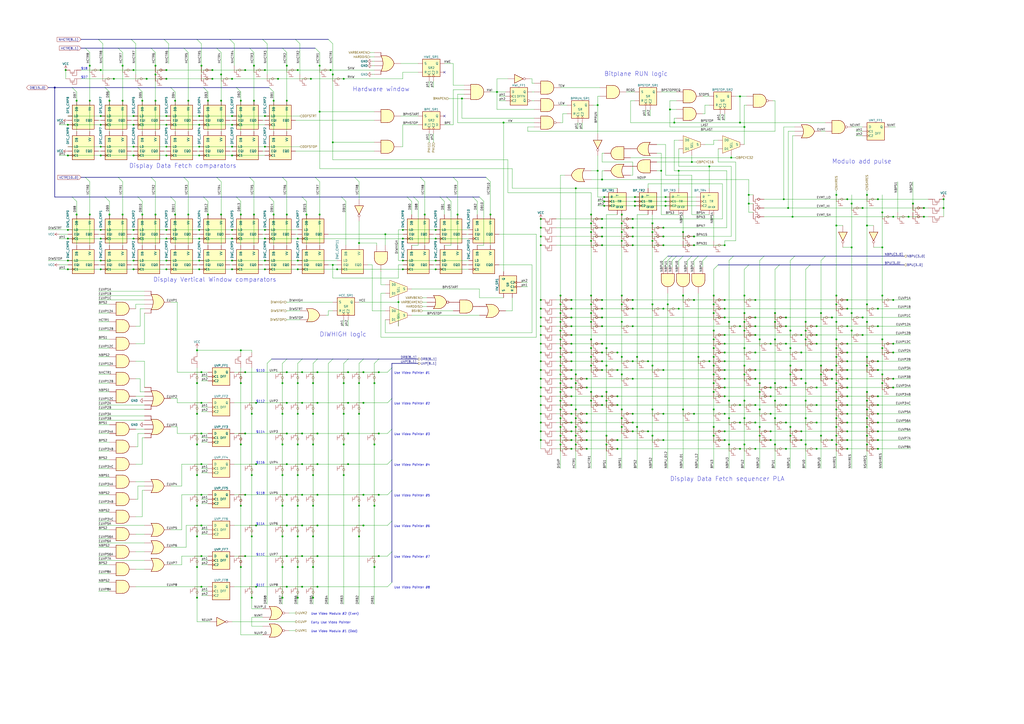
<source format=kicad_sch>
(kicad_sch (version 20211123) (generator eeschema)
  (paper "A2")
  (title_block (title "plane_dma") (date "2024-01-14") (rev "1") (company "Commodore") (comment 5 "bus: DB[15:0] HCTR[8:1] NHCTR[8:1] BPS[4:1] NBPS[4:1]") (comment 6 "bus: UVP[8:1] DRB[8:1]"))
  (lib_symbols
    (symbol "NMOS:AND2" (pin_numbers hide) (pin_names (offset 1.016))
      (symbol "AND2_1_1"
        (pin output line (at 7.62 0 180) (length 3.81) (name "~") (number "1"))
        (pin input line (at -7.62 2.54 0) (length 3.81) (name "~") (number "2"))
        (pin input line (at -7.62 -2.54 0) (length 3.81) (name "~") (number "3"))
      )
    )
    (symbol "NMOS:AND3" (pin_numbers hide) (pin_names (offset 1.016))
      (symbol "AND3_1_1"
        (pin output line (at 7.62 0 180) (length 3.81) (name "~") (number "1"))
        (pin input line (at -7.62 2.54 0) (length 3.81) (name "~") (number "2"))
        (pin input line (at -7.62 0 0) (length 3.81) (name "~") (number "3"))
        (pin input line (at -7.62 -2.54 0) (length 3.81) (name "~") (number "4"))
      )
    )
    (symbol "NMOS:AND4" (pin_numbers hide) (pin_names (offset 1.016))
      (symbol "AND4_1_1"
        (pin output line (at 7.62 0 180) (length 3.81) (name "~") (number "1"))
        (pin input line (at -7.62 3.81 0) (length 3.81) (name "~") (number "2"))
        (pin input line (at -7.62 1.27 0) (length 3.81) (name "~") (number "3"))
        (pin input line (at -7.62 -1.27 0) (length 3.81) (name "~") (number "4"))
        (pin input line (at -7.62 -3.81 0) (length 3.81) (name "~") (number "5"))
      )
    )
    (symbol "NMOS:CMPD" (pin_numbers hide) (pin_names (offset 1.016))
      (property "Reference" "CMP" (at -8.89 11.43 0))
      (symbol "CMPD_1_1"
        (pin input line (at -3.81 12.7 270) (length 2.54) (name "DB") (number "1"))
        (pin input line (at 3.81 12.7 270) (length 2.54) (name "VV") (number "2"))
        (pin input line (at -8.89 3.81 0) (length 2.54) (name "LD") (number "3"))
        (pin input clock (at -8.89 -1.27 0) (length 2.54) (name "C1") (number "4"))
        (pin input line (at -8.89 1.27 0) (length 2.54) (name "EQI") (number "5"))
        (pin output line (at 8.89 1.27 180) (length 2.54) (name "EQO") (number "6"))
      )
    )
    (symbol "NMOS:DFF" (pin_numbers hide) (pin_names (offset 1.016))
      (property "Reference" "FF" (at -7.62 6.35 0))
      (property "Value" "DFF" (at 1.27 0 0))
      (symbol "DFF_1_1"
        (pin output line (at 7.62 2.54 180) (length 2.54) (name "Q") (number "1"))
        (pin input line (at -7.62 2.54 0) (length 2.54) (name "D") (number "3"))
        (pin input clock (at -7.62 0 0) (length 2.54) (name "C1") (number "4"))
        (pin input clock (at -7.62 -2.54 0) (length 2.54) (name "C2") (number "5"))
      )
    )
    (symbol "NMOS:DFFN" (pin_numbers hide) (pin_names (offset 1.016))
      (property "Reference" "FF" (at -7.62 6.35 0))
      (property "Value" "DFFN" (at 1.27 0 0))
      (symbol "DFFN_1_1"
        (pin output line (at 7.62 2.54 180) (length 2.54) (name "Q") (number "1"))
        (pin output inverted (at 7.62 -2.54 180) (length 2.54) (name "~{Q}") (number "2"))
        (pin input line (at -7.62 2.54 0) (length 2.54) (name "D") (number "3"))
        (pin input clock (at -7.62 0 0) (length 2.54) (name "C1") (number "4"))
        (pin input clock (at -7.62 -2.54 0) (length 2.54) (name "C2") (number "5"))
      )
    )
    (symbol "NMOS:MUX" (pin_numbers hide) (pin_names (offset 1.016))
      (property "Reference" "MUX" (at -2.54 6.35 0))
      (symbol "MUX_1_1"
        (pin output line (at 7.62 0 180) (length 2.54) (name "S") (number "1"))
        (pin input line (at 0 -6.35 90) (length 3.175) (name "SEL") (number "2"))
        (pin input line (at -7.62 -2.54 0) (length 2.54) (name "D1") (number "3"))
        (pin input line (at -7.62 2.54 0) (length 2.54) (name "D0") (number "4"))
      )
    )
    (symbol "NMOS:NAND2" (pin_numbers hide) (pin_names (offset 1.016))
      (symbol "NAND2_1_1"
        (pin output inverted (at 7.62 0 180) (length 3.81) (name "~") (number "1"))
        (pin input line (at -7.62 2.54 0) (length 3.81) (name "~") (number "2"))
        (pin input line (at -7.62 -2.54 0) (length 3.81) (name "~") (number "3"))
      )
    )
    (symbol "NMOS:NAND3" (pin_numbers hide) (pin_names (offset 1.016))
      (symbol "NAND3_1_1"
        (pin output inverted (at 7.62 0 180) (length 3.81) (name "~") (number "1"))
        (pin input line (at -7.62 2.54 0) (length 3.81) (name "~") (number "2"))
        (pin input line (at -7.62 0 0) (length 3.81) (name "~") (number "3"))
        (pin input line (at -7.62 -2.54 0) (length 3.81) (name "~") (number "4"))
      )
    )
    (symbol "NMOS:NOR2" (pin_numbers hide) (pin_names (offset 1.016))
      (symbol "NOR2_1_1"
        (pin output inverted (at 7.62 0 180) (length 3.81) (name "~") (number "1"))
        (pin input line (at -7.62 2.54 0) (length 4.318) (name "~") (number "2"))
        (pin input line (at -7.62 -2.54 0) (length 4.318) (name "~") (number "3"))
      )
    )
    (symbol "NMOS:NOR3" (pin_numbers hide) (pin_names (offset 1.016))
      (symbol "NOR3_1_1"
        (pin output inverted (at 7.62 0 180) (length 3.81) (name "~") (number "1"))
        (pin input line (at -7.62 2.54 0) (length 4.318) (name "~") (number "2"))
        (pin input line (at -7.62 0 0) (length 4.953) (name "~") (number "3"))
        (pin input line (at -7.62 -2.54 0) (length 4.318) (name "~") (number "4"))
      )
    )
    (symbol "NMOS:NOT" (pin_numbers hide)
      (symbol "NOT_1_0"
        (pin output inverted (at 6.35 0 180) (length 3.81) (name "~") (number "1"))
        (pin input line (at -6.35 0 0) (length 3.81) (name "~") (number "2"))
      )
    )
    (symbol "NMOS:NOT_OC" (pin_numbers hide)
      (property "Reference" "Q" (at -1.27 3.81 0))
      (symbol "NOT_OC_1_0"
        (pin open_collector inverted (at 6.35 1.27 180) (length 3.81) (name "~") (number "1"))
        (pin input line (at 0 3.81 270) (length 3.81) (name "~") (number "2"))
      )
    )
    (symbol "NMOS:OR2" (pin_numbers hide) (pin_names (offset 1.016))
      (symbol "OR2_1_1"
        (pin output line (at 7.62 0 180) (length 3.81) (name "~") (number "1"))
        (pin input line (at -7.62 2.54 0) (length 4.318) (name "~") (number "2"))
        (pin input line (at -7.62 -2.54 0) (length 4.318) (name "~") (number "3"))
      )
    )
    (symbol "NMOS:OR3" (pin_numbers hide) (pin_names (offset 1.016))
      (symbol "OR3_1_1"
        (pin output line (at 7.62 0 180) (length 3.81) (name "~") (number "1"))
        (pin input line (at -7.62 2.54 0) (length 4.318) (name "~") (number "2"))
        (pin input line (at -7.62 0 0) (length 4.953) (name "~") (number "3"))
        (pin input line (at -7.62 -2.54 0) (length 4.318) (name "~") (number "4"))
      )
    )
    (symbol "NMOS:OR6" (pin_numbers hide) (pin_names (offset 1.016))
      (symbol "OR6_1_1"
        (pin output line (at 7.62 0 180) (length 3.81) (name "~") (number "1"))
        (pin input line (at -7.62 6.35 0) (length 3.81) (name "~") (number "2"))
        (pin input line (at -7.62 3.81 0) (length 3.81) (name "~") (number "3"))
        (pin input line (at -7.62 1.27 0) (length 4.826) (name "~") (number "4"))
        (pin input line (at -7.62 -1.27 0) (length 4.826) (name "~") (number "5"))
        (pin input line (at -7.62 -3.81 0) (length 3.81) (name "~") (number "6"))
        (pin input line (at -7.62 -6.35 0) (length 3.81) (name "~") (number "7"))
      )
    )
    (symbol "NMOS:PULLUP" (pin_numbers hide) (pin_names (offset 0) hide)
      (property "Reference" "R" (at 3.81 1.27 0))
      (symbol "PULLUP_1_1"
        (pin input line (at 2.54 3.81 270) (length 2.54) (name "S") (number "1"))
        (pin open_collector line (at 2.54 -5.08 90) (length 2.54) (name "D") (number "3"))
      )
    )
    (symbol "NMOS:SR" (pin_numbers hide) (pin_names (offset 1.016))
      (property "Reference" "SR" (at -8.89 6.35 0))
      (property "Value" "SR" (at 0 0 0))
      (symbol "SR_1_1"
        (pin output line (at 7.62 2.54 180) (length 2.54) (name "Q") (number "1"))
        (pin input clock (at -1.27 -7.62 90) (length 2.54) (name "C1") (number "4"))
        (pin input clock (at 1.27 -7.62 90) (length 2.54) (name "C2") (number "5"))
        (pin input line (at -7.62 -2.54 0) (length 2.54) (name "R") (number "6"))
        (pin input line (at -7.62 2.54 0) (length 2.54) (name "S") (number "7"))
      )
    )
    (symbol "NMOS:SR2" (pin_numbers hide) (pin_names (offset 1.016))
      (property "Reference" "SR" (at -8.89 6.35 0))
      (property "Value" "SR2" (at 0 0 0))
      (symbol "SR2_1_1"
        (pin output line (at 7.62 2.54 180) (length 2.54) (name "Q") (number "1"))
        (pin output line (at 7.62 -2.54 180) (length 2.54) (name "D") (number "2"))
        (pin input clock (at -1.27 -7.62 90) (length 2.54) (name "C1") (number "4"))
        (pin input clock (at 1.27 -7.62 90) (length 2.54) (name "C2") (number "5"))
        (pin input line (at -7.62 -2.54 0) (length 2.54) (name "R") (number "6"))
        (pin input line (at -7.62 2.54 0) (length 2.54) (name "S") (number "7"))
      )
    )
    (symbol "NMOS:TR" (pin_numbers hide) (pin_names (offset 1.016))
      (property "Reference" "TR" (at -7.62 6.35 0))
      (property "Value" "TR" (at 1.27 0 0))
      (symbol "TR_1_1"
        (pin output line (at 0 -7.62 90) (length 2.54) (name "Q") (number "1"))
        (pin output line (at 2.54 -7.62 90) (length 2.54) (name "~{Q}") (number "2"))
        (pin input line (at -7.62 2.54 0) (length 2.54) (name "R") (number "3"))
        (pin input clock (at -7.62 0 0) (length 2.54) (name "C1") (number "4"))
        (pin input clock (at -7.62 -2.54 0) (length 2.54) (name "C2") (number "5"))
        (pin input line (at 0 7.62 270) (length 2.54) (name "T") (number "6"))
      )
    )
    (symbol "power:GND" (power) (pin_names (offset 0))
      (property "Value" "GND" (at 0 -3.81 0))
      (symbol "GND_1_1"
        (pin power_in line (at 0 0 270) (length 0) hide (name "GND") (number "1"))
      )
    )
    (symbol "power:VCC" (power) (pin_names (offset 0))
      (property "Value" "VCC" (at 0 3.81 0))
      (symbol "VCC_1_1"
        (pin power_in line (at 0 0 90) (length 0) hide (name "VCC") (number "1"))
      )
    )
  )
  (junction (at 63.5 124.46))
  (junction (at 181.61 293.37))
  (junction (at 360.68 134.62))
  (junction (at 325.12 207.01))
  (junction (at 146.05 240.03))
  (junction (at 142.24 322.58))
  (junction (at 529.59 118.11))
  (junction (at 128.27 124.46))
  (junction (at 331.47 240.03))
  (junction (at 313.69 204.47))
  (junction (at 331.47 209.55))
  (junction (at 38.1 40.64))
  (junction (at 153.67 156.21))
  (junction (at 325.12 201.93))
  (junction (at 447.04 229.87))
  (junction (at 447.04 199.39))
  (junction (at 166.37 58.42))
  (junction (at 420.37 219.71))
  (junction (at 360.68 207.01))
  (junction (at 134.62 151.13))
  (junction (at 455.93 224.79))
  (junction (at 500.38 184.15))
  (junction (at 411.48 209.55))
  (junction (at 476.25 212.09))
  (junction (at 414.02 252.73))
  (junction (at 334.01 217.17))
  (junction (at 358.14 214.63))
  (junction (at 378.46 212.09))
  (junction (at 422.91 242.57))
  (junction (at 447.04 224.79))
  (junction (at 431.8 191.77))
  (junction (at 114.3 203.2))
  (junction (at 166.37 340.36))
  (junction (at 349.25 209.55))
  (junction (at 180.34 45.72))
  (junction (at 123.19 40.64))
  (junction (at 431.8 171.45))
  (junction (at 431.8 181.61))
  (junction (at 485.14 247.65))
  (junction (at 358.14 260.35))
  (junction (at 414.02 222.25))
  (junction (at 342.9 171.45))
  (junction (at 223.52 135.89))
  (junction (at 473.71 245.11))
  (junction (at 482.6 219.71))
  (junction (at 201.93 251.46))
  (junction (at 396.24 237.49))
  (junction (at 494.03 143.51))
  (junction (at 494.03 181.61))
  (junction (at 375.92 209.55))
  (junction (at 349.25 137.16))
  (junction (at 369.57 247.65))
  (junction (at 349.25 127))
  (junction (at 350.52 116.84))
  (junction (at 440.69 227.33))
  (junction (at 340.36 219.71))
  (junction (at 193.04 82.55))
  (junction (at 431.8 232.41))
  (junction (at 147.32 38.1))
  (junction (at 476.25 181.61))
  (junction (at 184.15 215.9))
  (junction (at 120.65 124.46))
  (junction (at 449.58 242.57))
  (junction (at 464.82 214.63))
  (junction (at 340.36 240.03))
  (junction (at 325.12 227.33))
  (junction (at 349.25 179.07))
  (junction (at 378.46 129.54))
  (junction (at 313.69 199.39))
  (junction (at 166.37 38.1))
  (junction (at 402.59 142.24))
  (junction (at 485.14 217.17))
  (junction (at 139.7 203.2))
  (junction (at 90.17 43.18))
  (junction (at 518.16 173.99))
  (junction (at 233.68 133.35))
  (junction (at 547.37 120.65))
  (junction (at 185.42 64.77))
  (junction (at 467.36 222.25))
  (junction (at 458.47 201.93))
  (junction (at 325.12 217.17))
  (junction (at 509.27 115.57))
  (junction (at 429.26 189.23))
  (junction (at 449.58 196.85))
  (junction (at 96.52 90.17))
  (junction (at 473.71 260.35))
  (junction (at 175.26 304.8))
  (junction (at 208.28 240.03))
  (junction (at 292.1 71.12))
  (junction (at 181.61 275.59))
  (junction (at 342.9 186.69))
  (junction (at 313.69 189.23))
  (junction (at 334.01 237.49))
  (junction (at 325.12 181.61))
  (junction (at 358.14 234.95))
  (junction (at 284.48 124.46))
  (junction (at 447.04 255.27))
  (junction (at 485.14 176.53))
  (junction (at 115.57 138.43))
  (junction (at 158.75 58.42))
  (junction (at 313.69 127))
  (junction (at 181.61 346.71))
  (junction (at 210.82 233.68))
  (junction (at 181.61 222.25))
  (junction (at 208.28 311.15))
  (junction (at 502.92 232.41))
  (junction (at 334.01 222.25))
  (junction (at 331.47 245.11))
  (junction (at 509.27 260.35))
  (junction (at 449.58 232.41))
  (junction (at 360.68 237.49))
  (junction (at 142.24 40.64))
  (junction (at 142.24 287.02))
  (junction (at 172.72 311.15))
  (junction (at 491.49 173.99))
  (junction (at 396.24 134.62))
  (junction (at 134.62 67.31))
  (junction (at 201.93 215.9))
  (junction (at 467.36 196.85))
  (junction (at 351.79 232.41))
  (junction (at 148.59 340.36))
  (junction (at 464.82 204.47))
  (junction (at 358.14 204.47))
  (junction (at 511.81 196.85))
  (junction (at 349.25 229.87))
  (junction (at 502.92 212.09))
  (junction (at 491.49 260.35))
  (junction (at 511.81 201.93))
  (junction (at 414.02 247.65))
  (junction (at 447.04 240.03))
  (junction (at 482.6 255.27))
  (junction (at 58.42 40.64))
  (junction (at 502.92 176.53))
  (junction (at 114.3 275.59))
  (junction (at 438.15 219.71))
  (junction (at 414.02 227.33))
  (junction (at 429.26 260.35))
  (junction (at 139.7 222.25))
  (junction (at 217.17 257.81))
  (junction (at 109.22 124.46))
  (junction (at 368.3 119.38))
  (junction (at 351.79 252.73))
  (junction (at 431.8 257.81))
  (junction (at 325.12 247.65))
  (junction (at 96.52 133.35))
  (junction (at 511.81 123.19))
  (junction (at 313.69 184.15))
  (junction (at 396.24 171.45))
  (junction (at 208.28 222.25))
  (junction (at 349.25 204.47))
  (junction (at 82.55 58.42))
  (junction (at 491.49 229.87))
  (junction (at 90.17 124.46))
  (junction (at 386.08 114.3))
  (junction (at 351.79 227.33))
  (junction (at 71.12 38.1))
  (junction (at 502.92 237.49))
  (junction (at 219.71 322.58))
  (junction (at 58.42 151.13))
  (junction (at 509.27 189.23))
  (junction (at 134.62 45.72))
  (junction (at 163.83 328.93))
  (junction (at 449.58 222.25))
  (junction (at 455.93 184.15))
  (junction (at 208.28 293.37))
  (junction (at 166.37 269.24))
  (junction (at 342.9 181.61))
  (junction (at 63.5 58.42))
  (junction (at 158.75 124.46))
  (junction (at 358.14 229.87))
  (junction (at 153.67 40.64))
  (junction (at 485.14 207.01))
  (junction (at 509.27 229.87))
  (junction (at 434.34 113.03))
  (junction (at 134.62 90.17))
  (junction (at 120.65 58.42))
  (junction (at 252.73 156.21))
  (junction (at 184.15 287.02))
  (junction (at 485.14 227.33))
  (junction (at 193.04 153.67))
  (junction (at 199.39 222.25))
  (junction (at 431.8 201.93))
  (junction (at 31.75 50.8))
  (junction (at 342.9 212.09))
  (junction (at 313.69 142.24))
  (junction (at 58.42 90.17))
  (junction (at 360.68 217.17))
  (junction (at 172.72 257.81))
  (junction (at 146.05 346.71))
  (junction (at 457.2 120.65))
  (junction (at 368.3 116.84))
  (junction (at 185.42 124.46))
  (junction (at 139.7 293.37))
  (junction (at 458.47 217.17))
  (junction (at 434.34 118.11))
  (junction (at 342.9 176.53))
  (junction (at 342.9 139.7))
  (junction (at 420.37 179.07))
  (junction (at 161.29 45.72))
  (junction (at 325.12 212.09))
  (junction (at 438.15 260.35))
  (junction (at 325.12 171.45))
  (junction (at 414.02 217.17))
  (junction (at 147.32 58.42))
  (junction (at 175.26 322.58))
  (junction (at 139.7 124.46))
  (junction (at 172.72 293.37))
  (junction (at 172.72 346.71))
  (junction (at 367.03 127))
  (junction (at 331.47 194.31))
  (junction (at 193.04 43.18))
  (junction (at 458.47 191.77))
  (junction (at 485.14 222.25))
  (junction (at 172.72 151.13))
  (junction (at 334.01 247.65))
  (junction (at 217.17 222.25))
  (junction (at 313.69 224.79))
  (junction (at 181.61 257.81))
  (junction (at 482.6 184.15))
  (junction (at 175.26 340.36))
  (junction (at 153.67 133.35))
  (junction (at 175.26 215.9))
  (junction (at 114.3 240.03))
  (junction (at 349.25 234.95))
  (junction (at 387.35 176.53))
  (junction (at 414.02 181.61))
  (junction (at 485.14 237.49))
  (junction (at 153.67 67.31))
  (junction (at 422.91 186.69))
  (junction (at 342.9 201.93))
  (junction (at 177.8 124.46))
  (junction (at 485.14 171.45))
  (junction (at 233.68 156.21))
  (junction (at 139.7 328.93))
  (junction (at 360.68 129.54))
  (junction (at 351.79 257.81))
  (junction (at 449.58 186.69))
  (junction (at 440.69 237.49))
  (junction (at 367.03 132.08))
  (junction (at 252.73 138.43))
  (junction (at 334.01 242.57))
  (junction (at 163.83 257.81))
  (junction (at 146.05 275.59))
  (junction (at 77.47 156.21))
  (junction (at 420.37 184.15))
  (junction (at 52.07 58.42))
  (junction (at 455.93 199.39))
  (junction (at 349.25 199.39))
  (junction (at 386.08 116.84))
  (junction (at 420.37 250.19))
  (junction (at 388.62 63.5))
  (junction (at 509.27 245.11))
  (junction (at 163.83 346.71))
  (junction (at 494.03 191.77))
  (junction (at 39.37 72.39))
  (junction (at 313.69 229.87))
  (junction (at 172.72 138.43))
  (junction (at 313.69 194.31))
  (junction (at 71.12 124.46))
  (junction (at 360.68 139.7))
  (junction (at 77.47 40.64))
  (junction (at 66.04 45.72))
  (junction (at 447.04 250.19))
  (junction (at 367.03 209.55))
  (junction (at 368.3 114.3))
  (junction (at 334.01 109.22))
  (junction (at 331.47 199.39))
  (junction (at 360.68 124.46))
  (junction (at 181.61 240.03))
  (junction (at 331.47 214.63))
  (junction (at 384.81 179.07))
  (junction (at 96.52 45.72))
  (junction (at 153.67 151.13))
  (junction (at 420.37 229.87))
  (junction (at 58.42 72.39))
  (junction (at 146.05 311.15))
  (junction (at 114.3 346.71))
  (junction (at 163.83 311.15))
  (junction (at 440.69 247.65))
  (junction (at 440.69 252.73))
  (junction (at 115.57 72.39))
  (junction (at 384.81 137.16))
  (junction (at 405.13 207.01))
  (junction (at 139.7 257.81))
  (junction (at 184.15 269.24))
  (junction (at 210.82 287.02))
  (junction (at 163.83 275.59))
  (junction (at 420.37 194.31))
  (junction (at 509.27 240.03))
  (junction (at 491.49 199.39))
  (junction (at 166.37 304.8))
  (junction (at 367.03 142.24))
  (junction (at 431.8 217.17))
  (junction (at 535.94 120.65))
  (junction (at 172.72 240.03))
  (junction (at 201.93 233.68))
  (junction (at 485.14 252.73))
  (junction (at 367.03 137.16))
  (junction (at 367.03 173.99))
  (junction (at 181.61 311.15))
  (junction (at 166.37 322.58))
  (junction (at 429.26 245.11))
  (junction (at 325.12 222.25))
  (junction (at 134.62 72.39))
  (junction (at 148.59 233.68))
  (junction (at 464.82 194.31))
  (junction (at 172.72 275.59))
  (junction (at 313.69 234.95))
  (junction (at 313.69 137.16))
  (junction (at 431.8 73.66))
  (junction (at 420.37 199.39))
  (junction (at 491.49 115.57))
  (junction (at 384.81 132.08))
  (junction (at 509.27 209.55))
  (junction (at 402.59 137.16))
  (junction (at 367.03 245.11))
  (junction (at 313.69 132.08))
  (junction (at 116.84 233.68))
  (junction (at 340.36 255.27))
  (junction (at 502.92 242.57))
  (junction (at 163.83 293.37))
  (junction (at 429.26 234.95))
  (junction (at 414.02 237.49))
  (junction (at 325.12 232.41))
  (junction (at 39.37 90.17))
  (junction (at 467.36 186.69))
  (junction (at 518.16 125.73))
  (junction (at 511.81 217.17))
  (junction (at 360.68 171.45))
  (junction (at 391.16 71.12))
  (junction (at 384.81 255.27))
  (junction (at 386.08 119.38))
  (junction (at 172.72 222.25))
  (junction (at 401.32 93.98))
  (junction (at 96.52 138.43))
  (junction (at 360.68 186.69))
  (junction (at 458.47 252.73))
  (junction (at 199.39 240.03))
  (junction (at 414.02 212.09))
  (junction (at 128.27 43.18))
  (junction (at 476.25 217.17))
  (junction (at 115.57 90.17))
  (junction (at 342.9 207.01))
  (junction (at 511.81 222.25))
  (junction (at 429.26 71.12))
  (junction (at 360.68 176.53))
  (junction (at 181.61 328.93))
  (junction (at 313.69 219.71))
  (junction (at 77.47 138.43))
  (junction (at 265.43 124.46))
  (junction (at 494.03 118.11))
  (junction (at 491.49 234.95))
  (junction (at 313.69 179.07))
  (junction (at 491.49 214.63))
  (junction (at 77.47 72.39))
  (junction (at 420.37 255.27))
  (junction (at 148.59 304.8))
  (junction (at 367.03 250.19))
  (junction (at 123.19 45.72))
  (junction (at 511.81 171.45))
  (junction (at 334.01 252.73))
  (junction (at 101.6 124.46))
  (junction (at 473.71 199.39))
  (junction (at 467.36 232.41))
  (junction (at 153.67 138.43))
  (junction (at 438.15 194.31))
  (junction (at 342.9 124.46))
  (junction (at 509.27 255.27))
  (junction (at 96.52 67.31))
  (junction (at 331.47 224.79))
  (junction (at 116.84 251.46))
  (junction (at 393.7 179.07))
  (junction (at 142.24 215.9))
  (junction (at 369.57 207.01))
  (junction (at 166.37 287.02))
  (junction (at 502.92 130.81))
  (junction (at 349.25 142.24))
  (junction (at 166.37 124.46))
  (junction (at 491.49 219.71))
  (junction (at 148.59 269.24))
  (junction (at 414.02 207.01))
  (junction (at 346.71 99.06))
  (junction (at 349.25 214.63))
  (junction (at 485.14 196.85))
  (junction (at 384.81 214.63))
  (junction (at 172.72 328.93))
  (junction (at 166.37 215.9))
  (junction (at 342.9 129.54))
  (junction (at 502.92 113.03))
  (junction (at 491.49 209.55))
  (junction (at 217.17 328.93))
  (junction (at 115.57 67.31))
  (junction (at 535.94 125.73))
  (junction (at 502.92 252.73))
  (junction (at 351.79 212.09))
  (junction (at 96.52 72.39))
  (junction (at 491.49 245.11))
  (junction (at 438.15 245.11))
  (junction (at 473.71 189.23))
  (junction (at 71.12 58.42))
  (junction (at 82.55 124.46))
  (junction (at 411.48 96.52))
  (junction (at 116.84 340.36))
  (junction (at 77.47 90.17))
  (junction (at 340.36 245.11))
  (junction (at 288.29 53.34))
  (junction (at 195.58 156.21))
  (junction (at 485.14 212.09))
  (junction (at 473.71 194.31))
  (junction (at 454.66 115.57))
  (junction (at 518.16 199.39))
  (junction (at 175.26 251.46))
  (junction (at 378.46 139.7))
  (junction (at 184.15 322.58))
  (junction (at 185.42 38.1))
  (junction (at 464.82 255.27))
  (junction (at 77.47 133.35))
  (junction (at 414.02 171.45))
  (junction (at 342.9 227.33))
  (junction (at 383.54 99.06))
  (junction (at 101.6 58.42))
  (junction (at 313.69 214.63))
  (junction (at 114.3 257.81))
  (junction (at 184.15 304.8))
  (junction (at 420.37 224.79))
  (junction (at 331.47 234.95))
  (junction (at 467.36 257.81))
  (junction (at 39.37 133.35))
  (junction (at 459.74 125.73))
  (junction (at 208.28 140.97))
  (junction (at 458.47 212.09))
  (junction (at 449.58 181.61))
  (junction (at 114.3 328.93))
  (junction (at 199.39 45.72))
  (junction (at 422.91 232.41))
  (junction (at 420.37 204.47))
  (junction (at 500.38 194.31))
  (junction (at 325.12 252.73))
  (junction (at 378.46 237.49))
  (junction (at 502.92 207.01))
  (junction (at 420.37 173.99))
  (junction (at 485.14 242.57))
  (junction (at 90.17 58.42))
  (junction (at 455.93 234.95))
  (junction (at 349.25 189.23))
  (junction (at 351.79 201.93))
  (junction (at 518.16 224.79))
  (junction (at 349.25 132.08))
  (junction (at 128.27 58.42))
  (junction (at 350.52 119.38))
  (junction (at 219.71 287.02))
  (junction (at 58.42 67.31))
  (junction (at 191.77 40.64))
  (junction (at 420.37 209.55))
  (junction (at 438.15 189.23))
  (junction (at 210.82 304.8))
  (junction (at 325.12 237.49))
  (junction (at 184.15 251.46))
  (junction (at 134.62 133.35))
  (junction (at 473.71 224.79))
  (junction (at 58.42 133.35))
  (junction (at 39.37 151.13))
  (junction (at 491.49 250.19))
  (junction (at 252.73 151.13))
  (junction (at 114.3 293.37))
  (junction (at 491.49 224.79))
  (junction (at 378.46 176.53))
  (junction (at 491.49 204.47))
  (junction (at 349.25 173.99))
  (junction (at 172.72 156.21))
  (junction (at 325.12 191.77))
  (junction (at 231.14 175.26))
  (junction (at 547.37 115.57))
  (junction (at 485.14 130.81))
  (junction (at 509.27 179.07))
  (junction (at 358.14 255.27))
  (junction (at 313.69 240.03))
  (junction (at 96.52 151.13))
  (junction (at 431.8 212.09))
  (junction (at 440.69 222.25))
  (junction (at 252.73 133.35))
  (junction (at 414.02 196.85))
  (junction (at 325.12 176.53))
  (junction (at 438.15 184.15))
  (junction (at 467.36 242.57))
  (junction (at 331.47 229.87))
  (junction (at 431.8 242.57))
  (junction (at 233.68 151.13))
  (junction (at 482.6 214.63))
  (junction (at 58.42 138.43))
  (junction (at 246.38 124.46))
  (junction (at 431.8 186.69))
  (junction (at 331.47 219.71))
  (junction (at 485.14 257.81))
  (junction (at 485.14 232.41))
  (junction (at 518.16 219.71))
  (junction (at 334.01 257.81))
  (junction (at 58.42 85.09))
  (junction (at 440.69 196.85))
  (junction (at 509.27 214.63))
  (junction (at 476.25 252.73))
  (junction (at 340.36 224.79))
  (junction (at 342.9 232.41))
  (junction (at 491.49 240.03))
  (junction (at 384.81 142.24))
  (junction (at 502.92 247.65))
  (junction (at 455.93 245.11))
  (junction (at 429.26 55.88))
  (junction (at 184.15 340.36))
  (junction (at 313.69 209.55))
  (junction (at 115.57 85.09))
  (junction (at 438.15 214.63))
  (junction (at 44.45 58.42))
  (junction (at 199.39 275.59))
  (junction (at 342.9 196.85))
  (junction (at 438.15 204.47))
  (junction (at 509.27 234.95))
  (junction (at 527.05 125.73))
  (junction (at 464.82 219.71))
  (junction (at 420.37 240.03))
  (junction (at 438.15 234.95))
  (junction (at 219.71 251.46))
  (junction (at 340.36 250.19))
  (junction (at 438.15 173.99))
  (junction (at 115.57 133.35))
  (junction (at 201.93 269.24))
  (junction (at 139.7 58.42))
  (junction (at 349.25 184.15))
  (junction (at 58.42 156.21))
  (junction (at 502.92 227.33))
  (junction (at 360.68 247.65))
  (junction (at 163.83 240.03))
  (junction (at 116.84 287.02))
  (junction (at 467.36 191.77))
  (junction (at 384.81 240.03))
  (junction (at 518.16 204.47))
  (junction (at 134.62 85.09))
  (junction (at 52.07 124.46))
  (junction (at 52.07 38.1))
  (junction (at 331.47 179.07))
  (junction (at 313.69 255.27))
  (junction (at 184.15 233.68))
  (junction (at 116.84 269.24))
  (junction (at 175.26 233.68))
  (junction (at 393.7 99.06))
  (junction (at 402.59 173.99))
  (junction (at 116.84 304.8))
  (junction (at 153.67 85.09))
  (junction (at 491.49 179.07))
  (junction (at 485.14 201.93))
  (junction (at 424.18 91.44))
  (junction (at 367.03 240.03))
  (junction (at 96.52 156.21))
  (junction (at 325.12 242.57))
  (junction (at 115.57 151.13))
  (junction (at 325.12 196.85))
  (junction (at 402.59 240.03))
  (junction (at 331.47 184.15))
  (junction (at 331.47 204.47))
  (junction (at 422.91 257.81))
  (junction (at 313.69 245.11))
  (junction (at 175.26 287.02))
  (junction (at 502.92 186.69))
  (junction (at 455.93 189.23))
  (junction (at 313.69 250.19))
  (junction (at 77.47 67.31))
  (junction (at 349.25 104.14))
  (junction (at 166.37 233.68))
  (junction (at 342.9 134.62))
  (junction (at 325.12 186.69))
  (junction (at 77.47 151.13))
  (junction (at 44.45 124.46))
  (junction (at 449.58 257.81))
  (junction (at 414.02 191.77))
  (junction (at 85.09 45.72))
  (junction (at 509.27 250.19))
  (junction (at 210.82 215.9))
  (junction (at 350.52 114.3))
  (junction (at 331.47 173.99))
  (junction (at 367.03 179.07))
  (junction (at 346.71 60.96))
  (junction (at 114.3 222.25))
  (junction (at 420.37 142.24))
  (junction (at 485.14 113.03))
  (junction (at 199.39 257.81))
  (junction (at 116.84 38.1))
  (junction (at 114.3 311.15))
  (junction (at 233.68 138.43))
  (junction (at 420.37 214.63))
  (junction (at 491.49 255.27))
  (junction (at 331.47 189.23))
  (junction (at 166.37 251.46))
  (junction (at 473.71 234.95))
  (junction (at 325.12 257.81))
  (junction (at 367.03 219.71))
  (junction (at 96.52 85.09))
  (junction (at 217.17 293.37))
  (junction (at 511.81 143.51))
  (junction (at 134.62 156.21))
  (junction (at 500.38 120.65))
  (junction (at 331.47 250.19))
  (junction (at 455.93 260.35))
  (junction (at 491.49 189.23))
  (junction (at 458.47 247.65))
  (junction (at 109.22 58.42))
  (junction (at 39.37 138.43))
  (junction (at 360.68 242.57))
  (junction (at 375.92 250.19))
  (junction (at 502.92 257.81))
  (junction (at 134.62 138.43))
  (junction (at 331.47 260.35))
  (junction (at 219.71 215.9))
  (junction (at 340.36 260.35))
  (junction (at 90.17 38.1))
  (junction (at 414.02 176.53))
  (junction (at 331.47 255.27))
  (junction (at 267.97 57.15))
  (junction (at 378.46 252.73))
  (junction (at 414.02 201.93))
  (junction (at 485.14 186.69))
  (junction (at 313.69 173.99))
  (junction (at 142.24 251.46))
  (junction (at 172.72 40.64))
  (junction (at 116.84 322.58))
  (junction (at 147.32 124.46))
  (junction (at 464.82 250.19))
  (junction (at 378.46 134.62))
  (junction (at 96.52 40.64))
  (junction (at 39.37 156.21))
  (junction (at 116.84 215.9))
  (junction (at 367.03 189.23))
  (junction (at 77.47 85.09))
  (junction (at 175.26 269.24))
  (junction (at 163.83 222.25))
  (junction (at 115.57 156.21))
  (no_connect (at 257.81 41.91))
  (no_connect (at 257.81 67.31))
  (bus_entry (at 137.16 50.8) (size 2.54 2.54))
  (bus_entry (at 114.3 22.86) (size 2.54 2.54))
  (bus_entry (at 87.63 27.94) (size 2.54 2.54))
  (bus_entry (at 172.72 210.82) (size 2.54 -2.54))
  (bus_entry (at 163.83 210.82) (size 2.54 -2.54))
  (bus_entry (at 154.94 210.82) (size 2.54 -2.54))
  (bus_entry (at 147.32 105.41) (size -2.54 -2.54))
  (bus_entry (at 60.96 50.8) (size 2.54 2.54))
  (bus_entry (at 41.91 50.8) (size 2.54 2.54))
  (bus_entry (at 80.01 114.3) (size 2.54 2.54))
  (bus_entry (at 205.74 102.87) (size 2.54 2.54))
  (bus_entry (at 118.11 114.3) (size 2.54 2.54))
  (bus_entry (at 407.67 151.13) (size 2.54 -2.54))
  (bus_entry (at 402.59 151.13) (size 2.54 -2.54))
  (bus_entry (at 389.89 151.13) (size 2.54 -2.54))
  (bus_entry (at 387.35 151.13) (size 2.54 -2.54))
  (bus_entry (at 384.81 151.13) (size 2.54 -2.54))
  (bus_entry (at 398.78 151.13) (size 2.54 -2.54))
  (bus_entry (at 393.7 151.13) (size 2.54 -2.54))
  (bus_entry (at 41.91 114.3) (size 2.54 2.54))
  (bus_entry (at 133.35 22.86) (size 2.54 2.54))
  (bus_entry (at 137.16 114.3) (size 2.54 2.54))
  (bus_entry (at 99.06 50.8) (size 2.54 2.54))
  (bus_entry (at 106.68 27.94) (size 2.54 2.54))
  (bus_entry (at 284.48 105.41) (size -2.54 -2.54))
  (bus_entry (at 190.5 22.86) (size 2.54 2.54))
  (bus_entry (at 255.27 114.3) (size 2.54 2.54))
  (bus_entry (at 76.2 22.86) (size 2.54 2.54))
  (bus_entry (at 171.45 22.86) (size 2.54 2.54))
  (bus_entry (at 144.78 27.94) (size 2.54 2.54))
  (bus_entry (at 163.83 27.94) (size 2.54 2.54))
  (bus_entry (at 71.12 105.41) (size -2.54 -2.54))
  (bus_entry (at 99.06 114.3) (size 2.54 2.54))
  (bus_entry (at 181.61 210.82) (size 2.54 -2.54))
  (bus_entry (at 190.5 210.82) (size 2.54 -2.54))
  (bus_entry (at 208.28 210.82) (size 2.54 -2.54))
  (bus_entry (at 199.39 210.82) (size 2.54 -2.54))
  (bus_entry (at 217.17 210.82) (size 2.54 -2.54))
  (bus_entry (at 109.22 105.41) (size -2.54 -2.54))
  (bus_entry (at 198.12 114.3) (size 2.54 2.54))
  (bus_entry (at 128.27 105.41) (size -2.54 -2.54))
  (bus_entry (at 246.38 105.41) (size -2.54 -2.54))
  (bus_entry (at 166.37 105.41) (size -2.54 -2.54))
  (bus_entry (at 265.43 105.41) (size -2.54 -2.54))
  (bus_entry (at 236.22 114.3) (size 2.54 2.54))
  (bus_entry (at 185.42 105.41) (size -2.54 -2.54))
  (bus_entry (at 125.73 27.94) (size 2.54 2.54))
  (bus_entry (at 52.07 105.41) (size -2.54 -2.54))
  (bus_entry (at 90.17 105.41) (size -2.54 -2.54))
  (bus_entry (at 118.11 50.8) (size 2.54 2.54))
  (bus_entry (at 240.03 114.3) (size 2.54 2.54))
  (bus_entry (at 278.13 114.3) (size 2.54 2.54))
  (bus_entry (at 259.08 114.3) (size 2.54 2.54))
  (bus_entry (at 80.01 50.8) (size 2.54 2.54))
  (bus_entry (at 49.53 27.94) (size 2.54 2.54))
  (bus_entry (at 95.25 22.86) (size 2.54 2.54))
  (bus_entry (at 68.58 27.94) (size 2.54 2.54))
  (bus_entry (at 182.88 27.94) (size 2.54 2.54))
  (bus_entry (at 156.21 114.3) (size 2.54 2.54))
  (bus_entry (at 57.15 22.86) (size 2.54 2.54))
  (bus_entry (at 152.4 22.86) (size 2.54 2.54))
  (bus_entry (at 224.79 215.9) (size 2.54 -2.54))
  (bus_entry (at 224.79 251.46) (size 2.54 -2.54))
  (bus_entry (at 224.79 233.68) (size 2.54 -2.54))
  (bus_entry (at 224.79 340.36) (size 2.54 -2.54))
  (bus_entry (at 224.79 304.8) (size 2.54 -2.54))
  (bus_entry (at 224.79 322.58) (size 2.54 -2.54))
  (bus_entry (at 224.79 269.24) (size 2.54 -2.54))
  (bus_entry (at 224.79 287.02) (size 2.54 -2.54))
  (bus_entry (at 175.26 114.3) (size 2.54 2.54))
  (bus_entry (at 156.21 50.8) (size 2.54 2.54))
  (bus_entry (at 274.32 114.3) (size 2.54 2.54))
  (bus_entry (at 449.58 156.21) (size 2.54 -2.54))
  (bus_entry (at 422.91 151.13) (size 2.54 -2.54))
  (bus_entry (at 414.02 156.21) (size 2.54 -2.54))
  (bus_entry (at 431.8 156.21) (size 2.54 -2.54))
  (bus_entry (at 440.69 151.13) (size 2.54 -2.54))
  (bus_entry (at 458.47 151.13) (size 2.54 -2.54))
  (bus_entry (at 476.25 151.13) (size 2.54 -2.54))
  (bus_entry (at 467.36 156.21) (size 2.54 -2.54))
  (bus_entry (at 60.96 114.3) (size 2.54 2.54))
  (wire (pts (xy 349.25 127) (xy 367.03 127)))
  (bus (pts (xy 198.12 114.3) (xy 236.22 114.3)))
  (wire (pts (xy 166.37 215.9) (xy 175.26 215.9)))
  (wire (pts (xy 252.73 156.21) (xy 271.78 156.21)))
  (wire (pts (xy 485.14 212.09) (xy 485.14 217.17)))
  (wire (pts (xy 342.9 201.93) (xy 342.9 207.01)))
  (wire (pts (xy 322.58 142.24) (xy 349.25 142.24)))
  (wire (pts (xy 331.47 234.95) (xy 349.25 234.95)))
  (wire (pts (xy 393.7 96.52) (xy 411.48 96.52)))
  (wire (pts (xy 351.79 257.81) (xy 351.79 271.78)))
  (wire (pts (xy 83.82 181.61) (xy 83.82 199.39)))
  (wire (pts (xy 142.24 251.46) (xy 166.37 251.46)))
  (wire (pts (xy 438.15 173.99) (xy 491.49 173.99)))
  (wire (pts (xy 434.34 118.11) (xy 434.34 123.19)))
  (bus (pts (xy 57.15 22.86) (xy 76.2 22.86)))
  (wire (pts (xy 325.12 196.85) (xy 325.12 201.93)))
  (wire (pts (xy 152.4 87.63) (xy 153.67 87.63)))
  (wire (pts (xy 116.84 289.56) (xy 120.65 289.56)))
  (wire (pts (xy 369.57 124.46) (xy 369.57 207.01)))
  (wire (pts (xy 199.39 257.81) (xy 199.39 275.59)))
  (wire (pts (xy 166.37 38.1) (xy 166.37 58.42)))
  (wire (pts (xy 78.74 176.53) (xy 78.74 179.07)))
  (wire (pts (xy 297.18 172.72) (xy 297.18 180.34)))
  (wire (pts (xy 39.37 90.17) (xy 34.29 90.17)))
  (wire (pts (xy 384.81 142.24) (xy 402.59 142.24)))
  (wire (pts (xy 57.15 217.17) (xy 63.5 217.17)))
  (wire (pts (xy 476.25 212.09) (xy 476.25 217.17)))
  (wire (pts (xy 120.65 251.46) (xy 116.84 251.46)))
  (wire (pts (xy 172.72 156.21) (xy 195.58 156.21)))
  (wire (pts (xy 116.84 215.9) (xy 120.65 215.9)))
  (wire (pts (xy 342.9 207.01) (xy 342.9 212.09)))
  (wire (pts (xy 210.82 287.02) (xy 219.71 287.02)))
  (wire (pts (xy 429.26 55.88) (xy 429.26 71.12)))
  (wire (pts (xy 375.92 106.68) (xy 419.1 106.68)))
  (wire (pts (xy 76.2 153.67) (xy 77.47 153.67)))
  (wire (pts (xy 426.72 55.88) (xy 429.26 55.88)))
  (wire (pts (xy 63.5 124.46) (xy 63.5 142.24)))
  (wire (pts (xy 166.37 304.8) (xy 175.26 304.8)))
  (wire (pts (xy 398.78 151.13) (xy 398.78 154.94)))
  (wire (pts (xy 166.37 58.42) (xy 166.37 76.2)))
  (wire (pts (xy 367.03 127) (xy 419.1 127)))
  (wire (pts (xy 325.12 227.33) (xy 325.12 232.41)))
  (wire (pts (xy 193.04 82.55) (xy 217.17 82.55)))
  (wire (pts (xy 133.35 135.89) (xy 134.62 135.89)))
  (wire (pts (xy 368.3 116.84) (xy 386.08 116.84)))
  (bus (pts (xy 227.33 266.7) (xy 227.33 248.92)))
  (wire (pts (xy 57.15 317.5) (xy 63.5 317.5)))
  (wire (pts (xy 185.42 30.48) (xy 185.42 38.1)))
  (wire (pts (xy 485.14 227.33) (xy 485.14 232.41)))
  (wire (pts (xy 325.12 232.41) (xy 325.12 237.49)))
  (wire (pts (xy 185.42 64.77) (xy 217.17 64.77)))
  (wire (pts (xy 340.36 245.11) (xy 367.03 245.11)))
  (wire (pts (xy 457.2 120.65) (xy 500.38 120.65)))
  (wire (pts (xy 288.29 53.34) (xy 288.29 45.72)))
  (bus (pts (xy 49.53 102.87) (xy 68.58 102.87)))
  (wire (pts (xy 529.59 118.11) (xy 529.59 123.19)))
  (wire (pts (xy 175.26 287.02) (xy 184.15 287.02)))
  (wire (pts (xy 134.62 138.43) (xy 153.67 138.43)))
  (wire (pts (xy 46.99 40.64) (xy 58.42 40.64)))
  (bus (pts (xy 106.68 27.94) (xy 125.73 27.94)))
  (bus (pts (xy 452.12 153.67) (xy 469.9 153.67)))
  (wire (pts (xy 133.35 87.63) (xy 134.62 87.63)))
  (wire (pts (xy 358.14 260.35) (xy 429.26 260.35)))
  (wire (pts (xy 248.92 46.99) (xy 248.92 50.8)))
  (wire (pts (xy 420.37 179.07) (xy 491.49 179.07)))
  (wire (pts (xy 175.26 304.8) (xy 184.15 304.8)))
  (wire (pts (xy 509.27 234.95) (xy 528.32 234.95)))
  (wire (pts (xy 527.05 125.73) (xy 535.94 125.73)))
  (wire (pts (xy 377.19 63.5) (xy 377.19 67.31)))
  (wire (pts (xy 284.48 124.46) (xy 284.48 142.24)))
  (bus (pts (xy 87.63 102.87) (xy 106.68 102.87)))
  (wire (pts (xy 392.43 68.58) (xy 391.16 68.58)))
  (wire (pts (xy 464.82 219.71) (xy 482.6 219.71)))
  (wire (pts (xy 448.31 58.42) (xy 449.58 58.42)))
  (bus (pts (xy 133.35 22.86) (xy 152.4 22.86)))
  (wire (pts (xy 128.27 124.46) (xy 128.27 142.24)))
  (wire (pts (xy 367.03 250.19) (xy 375.92 250.19)))
  (wire (pts (xy 491.49 260.35) (xy 509.27 260.35)))
  (wire (pts (xy 172.72 138.43) (xy 233.68 138.43)))
  (wire (pts (xy 102.87 215.9) (xy 116.84 215.9)))
  (wire (pts (xy 292.1 71.12) (xy 309.88 71.12)))
  (wire (pts (xy 265.43 54.61) (xy 269.24 54.61)))
  (wire (pts (xy 518.16 173.99) (xy 528.32 173.99)))
  (bus (pts (xy 416.56 153.67) (xy 434.34 153.67)))
  (wire (pts (xy 233.68 151.13) (xy 252.73 151.13)))
  (wire (pts (xy 57.15 246.38) (xy 63.5 246.38)))
  (wire (pts (xy 429.26 71.12) (xy 478.79 71.12)))
  (wire (pts (xy 163.83 275.59) (xy 163.83 293.37)))
  (wire (pts (xy 322.58 173.99) (xy 331.47 173.99)))
  (wire (pts (xy 502.92 227.33) (xy 502.92 232.41)))
  (wire (pts (xy 414.02 252.73) (xy 414.02 271.78)))
  (wire (pts (xy 322.58 179.07) (xy 331.47 179.07)))
  (wire (pts (xy 71.12 124.46) (xy 71.12 142.24)))
  (wire (pts (xy 455.93 184.15) (xy 482.6 184.15)))
  (wire (pts (xy 115.57 151.13) (xy 134.62 151.13)))
  (wire (pts (xy 349.25 142.24) (xy 367.03 142.24)))
  (wire (pts (xy 83.82 224.79) (xy 83.82 209.55)))
  (wire (pts (xy 322.58 189.23) (xy 331.47 189.23)))
  (wire (pts (xy 233.68 41.91) (xy 233.68 45.72)))
  (wire (pts (xy 195.58 156.21) (xy 233.68 156.21)))
  (wire (pts (xy 44.45 58.42) (xy 44.45 76.2)))
  (wire (pts (xy 102.87 251.46) (xy 102.87 247.65)))
  (wire (pts (xy 414.02 156.21) (xy 414.02 171.45)))
  (wire (pts (xy 313.69 173.99) (xy 313.69 179.07)))
  (wire (pts (xy 306.07 73.66) (xy 309.88 73.66)))
  (wire (pts (xy 368.3 119.38) (xy 386.08 119.38)))
  (wire (pts (xy 190.5 153.67) (xy 193.04 153.67)))
  (wire (pts (xy 78.74 248.92) (xy 83.82 248.92)))
  (wire (pts (xy 181.61 210.82) (xy 181.61 222.25)))
  (bus (pts (xy 31.75 50.8) (xy 31.75 114.3)))
  (wire (pts (xy 114.3 222.25) (xy 114.3 240.03)))
  (wire (pts (xy 467.36 191.77) (xy 467.36 186.69)))
  (wire (pts (xy 482.6 255.27) (xy 491.49 255.27)))
  (bus (pts (xy 118.11 114.3) (xy 137.16 114.3)))
  (wire (pts (xy 313.69 132.08) (xy 313.69 137.16)))
  (wire (pts (xy 367.03 219.71) (xy 420.37 219.71)))
  (wire (pts (xy 491.49 115.57) (xy 509.27 115.57)))
  (wire (pts (xy 325.12 237.49) (xy 325.12 242.57)))
  (bus (pts (xy 137.16 114.3) (xy 156.21 114.3)))
  (wire (pts (xy 116.84 292.1) (xy 120.65 292.1)))
  (wire (pts (xy 232.41 67.31) (xy 242.57 67.31)))
  (wire (pts (xy 57.15 292.1) (xy 63.5 292.1)))
  (wire (pts (xy 78.74 330.2) (xy 83.82 330.2)))
  (wire (pts (xy 58.42 72.39) (xy 77.47 72.39)))
  (wire (pts (xy 114.3 311.15) (xy 114.3 328.93)))
  (wire (pts (xy 116.84 218.44) (xy 120.65 218.44)))
  (bus (pts (xy 31.75 50.8) (xy 41.91 50.8)))
  (wire (pts (xy 57.15 256.54) (xy 63.5 256.54)))
  (wire (pts (xy 455.93 199.39) (xy 473.71 199.39)))
  (wire (pts (xy 402.59 240.03) (xy 420.37 240.03)))
  (bus (pts (xy 99.06 50.8) (xy 118.11 50.8)))
  (wire (pts (xy 454.66 115.57) (xy 491.49 115.57)))
  (wire (pts (xy 57.15 332.74) (xy 63.5 332.74)))
  (wire (pts (xy 449.58 58.42) (xy 449.58 76.2)))
  (wire (pts (xy 485.14 242.57) (xy 485.14 247.65)))
  (wire (pts (xy 431.8 242.57) (xy 431.8 257.81)))
  (wire (pts (xy 44.45 124.46) (xy 44.45 142.24)))
  (wire (pts (xy 280.67 142.24) (xy 276.86 142.24)))
  (wire (pts (xy 34.29 153.67) (xy 39.37 153.67)))
  (wire (pts (xy 101.6 116.84) (xy 101.6 124.46)))
  (wire (pts (xy 414.02 191.77) (xy 414.02 196.85)))
  (wire (pts (xy 509.27 214.63) (xy 528.32 214.63)))
  (wire (pts (xy 270.51 135.89) (xy 271.78 135.89)))
  (wire (pts (xy 434.34 118.11) (xy 436.88 118.11)))
  (wire (pts (xy 313.69 189.23) (xy 313.69 194.31)))
  (wire (pts (xy 171.45 153.67) (xy 172.72 153.67)))
  (wire (pts (xy 139.7 53.34) (xy 139.7 58.42)))
  (wire (pts (xy 350.52 116.84) (xy 368.3 116.84)))
  (wire (pts (xy 421.64 99.06) (xy 421.64 132.08)))
  (wire (pts (xy 402.59 173.99) (xy 420.37 173.99)))
  (wire (pts (xy 181.61 275.59) (xy 181.61 293.37)))
  (wire (pts (xy 223.52 142.24) (xy 223.52 135.89)))
  (wire (pts (xy 322.58 137.16) (xy 349.25 137.16)))
  (wire (pts (xy 414.02 212.09) (xy 414.02 217.17)))
  (wire (pts (xy 163.83 311.15) (xy 163.83 328.93)))
  (wire (pts (xy 166.37 124.46) (xy 166.37 142.24)))
  (wire (pts (xy 77.47 67.31) (xy 96.52 67.31)))
  (wire (pts (xy 252.73 133.35) (xy 271.78 133.35)))
  (wire (pts (xy 57.15 325.12) (xy 83.82 325.12)))
  (wire (pts (xy 105.41 322.58) (xy 105.41 327.66)))
  (wire (pts (xy 422.91 242.57) (xy 422.91 257.81)))
  (wire (pts (xy 57.15 153.67) (xy 58.42 153.67)))
  (wire (pts (xy 215.9 153.67) (xy 213.36 153.67)))
  (wire (pts (xy 331.47 229.87) (xy 349.25 229.87)))
  (wire (pts (xy 82.55 269.24) (xy 78.74 269.24)))
  (wire (pts (xy 414.02 217.17) (xy 414.02 222.25)))
  (wire (pts (xy 172.72 293.37) (xy 172.72 311.15)))
  (wire (pts (xy 518.16 219.71) (xy 528.32 219.71)))
  (wire (pts (xy 153.67 85.09) (xy 173.99 85.09)))
  (wire (pts (xy 262.89 52.07) (xy 262.89 72.39)))
  (wire (pts (xy 57.15 304.8) (xy 83.82 304.8)))
  (wire (pts (xy 331.47 184.15) (xy 349.25 184.15)))
  (wire (pts (xy 116.84 274.32) (xy 120.65 274.32)))
  (wire (pts (xy 142.24 251.46) (xy 135.89 251.46)))
  (wire (pts (xy 128.27 58.42) (xy 128.27 76.2)))
  (wire (pts (xy 116.84 220.98) (xy 120.65 220.98)))
  (wire (pts (xy 401.32 101.6) (xy 401.32 124.46)))
  (wire (pts (xy 326.39 66.04) (xy 326.39 71.12)))
  (wire (pts (xy 457.2 76.2) (xy 461.01 76.2)))
  (wire (pts (xy 284.48 105.41) (xy 284.48 124.46)))
  (wire (pts (xy 502.92 110.49) (xy 502.92 113.03)))
  (wire (pts (xy 58.42 90.17) (xy 77.47 90.17)))
  (wire (pts (xy 158.75 58.42) (xy 158.75 76.2)))
  (wire (pts (xy 438.15 245.11) (xy 455.93 245.11)))
  (wire (pts (xy 166.37 185.42) (xy 173.99 185.42)))
  (wire (pts (xy 393.7 151.13) (xy 393.7 154.94)))
  (wire (pts (xy 506.73 143.51) (xy 511.81 143.51)))
  (wire (pts (xy 408.94 83.82) (xy 414.02 83.82)))
  (wire (pts (xy 142.24 40.64) (xy 153.67 40.64)))
  (wire (pts (xy 509.27 255.27) (xy 528.32 255.27)))
  (wire (pts (xy 78.74 320.04) (xy 83.82 320.04)))
  (wire (pts (xy 306.07 73.66) (xy 306.07 76.2)))
  (wire (pts (xy 166.37 105.41) (xy 166.37 124.46)))
  (wire (pts (xy 81.28 219.71) (xy 78.74 219.71)))
  (wire (pts (xy 438.15 189.23) (xy 455.93 189.23)))
  (wire (pts (xy 80.01 289.56) (xy 78.74 289.56)))
  (wire (pts (xy 307.34 45.72) (xy 308.61 45.72)))
  (wire (pts (xy 434.34 123.19) (xy 436.88 123.19)))
  (wire (pts (xy 443.23 115.57) (xy 454.66 115.57)))
  (bus (pts (xy 175.26 114.3) (xy 198.12 114.3)))
  (wire (pts (xy 57.15 176.53) (xy 63.5 176.53)))
  (wire (pts (xy 39.37 90.17) (xy 58.42 90.17)))
  (wire (pts (xy 485.14 257.81) (xy 485.14 271.78)))
  (wire (pts (xy 265.43 105.41) (xy 265.43 124.46)))
  (wire (pts (xy 83.82 179.07) (xy 81.28 179.07)))
  (wire (pts (xy 134.62 360.68) (xy 171.45 360.68)))
  (wire (pts (xy 367.03 137.16) (xy 384.81 137.16)))
  (wire (pts (xy 414.02 227.33) (xy 414.02 237.49)))
  (wire (pts (xy 334.01 222.25) (xy 334.01 237.49)))
  (bus (pts (xy 163.83 102.87) (xy 182.88 102.87)))
  (wire (pts (xy 485.14 196.85) (xy 485.14 201.93)))
  (wire (pts (xy 346.71 99.06) (xy 346.71 114.3)))
  (wire (pts (xy 114.3 135.89) (xy 115.57 135.89)))
  (wire (pts (xy 99.06 307.34) (xy 105.41 307.34)))
  (wire (pts (xy 440.69 247.65) (xy 440.69 252.73)))
  (wire (pts (xy 473.71 194.31) (xy 500.38 194.31)))
  (wire (pts (xy 313.69 214.63) (xy 313.69 219.71)))
  (wire (pts (xy 391.16 81.28) (xy 391.16 99.06)))
  (wire (pts (xy 334.01 242.57) (xy 334.01 247.65)))
  (wire (pts (xy 185.42 38.1) (xy 185.42 64.77)))
  (wire (pts (xy 139.7 328.93) (xy 139.7 368.3)))
  (wire (pts (xy 328.93 66.04) (xy 326.39 66.04)))
  (wire (pts (xy 367.03 209.55) (xy 375.92 209.55)))
  (wire (pts (xy 199.39 222.25) (xy 199.39 240.03)))
  (wire (pts (xy 114.3 275.59) (xy 114.3 293.37)))
  (wire (pts (xy 210.82 215.9) (xy 219.71 215.9)))
  (wire (pts (xy 58.42 151.13) (xy 77.47 151.13)))
  (wire (pts (xy 459.74 78.74) (xy 459.74 125.73)))
  (bus (pts (xy 405.13 148.59) (xy 410.21 148.59)))
  (wire (pts (xy 115.57 133.35) (xy 134.62 133.35)))
  (wire (pts (xy 208.28 128.27) (xy 208.28 140.97)))
  (wire (pts (xy 346.71 55.88) (xy 347.98 55.88)))
  (wire (pts (xy 81.28 179.07) (xy 81.28 189.23)))
  (wire (pts (xy 485.14 247.65) (xy 485.14 252.73)))
  (wire (pts (xy 391.16 68.58) (xy 391.16 71.12)))
  (wire (pts (xy 358.14 255.27) (xy 384.81 255.27)))
  (wire (pts (xy 217.17 210.82) (xy 217.17 222.25)))
  (wire (pts (xy 331.47 250.19) (xy 340.36 250.19)))
  (wire (pts (xy 459.74 125.73) (xy 518.16 125.73)))
  (wire (pts (xy 449.58 156.21) (xy 449.58 181.61)))
  (wire (pts (xy 384.81 137.16) (xy 402.59 137.16)))
  (wire (pts (xy 52.07 38.1) (xy 52.07 58.42)))
  (wire (pts (xy 485.14 130.81) (xy 488.95 130.81)))
  (wire (pts (xy 414.02 222.25) (xy 414.02 227.33)))
  (wire (pts (xy 411.48 60.96) (xy 408.94 60.96)))
  (wire (pts (xy 334.01 237.49) (xy 334.01 242.57)))
  (wire (pts (xy 96.52 151.13) (xy 115.57 151.13)))
  (wire (pts (xy 358.14 204.47) (xy 420.37 204.47)))
  (wire (pts (xy 458.47 151.13) (xy 458.47 191.77)))
  (wire (pts (xy 262.89 49.53) (xy 269.24 49.53)))
  (wire (pts (xy 78.74 309.88) (xy 83.82 309.88)))
  (wire (pts (xy 57.15 196.85) (xy 63.5 196.85)))
  (wire (pts (xy 518.16 199.39) (xy 528.32 199.39)))
  (wire (pts (xy 386.08 116.84) (xy 403.86 116.84)))
  (wire (pts (xy 116.84 340.36) (xy 120.65 340.36)))
  (wire (pts (xy 402.59 137.16) (xy 424.18 137.16)))
  (wire (pts (xy 231.14 161.29) (xy 231.14 153.67)))
  (wire (pts (xy 242.57 72.39) (xy 233.68 72.39)))
  (wire (pts (xy 331.47 173.99) (xy 349.25 173.99)))
  (wire (pts (xy 193.04 161.29) (xy 231.14 161.29)))
  (wire (pts (xy 502.92 252.73) (xy 502.92 257.81)))
  (wire (pts (xy 509.27 250.19) (xy 528.32 250.19)))
  (wire (pts (xy 166.37 233.68) (xy 175.26 233.68)))
  (wire (pts (xy 153.67 40.64) (xy 172.72 40.64)))
  (wire (pts (xy 518.16 204.47) (xy 528.32 204.47)))
  (wire (pts (xy 265.43 71.12) (xy 292.1 71.12)))
  (wire (pts (xy 184.15 251.46) (xy 201.93 251.46)))
  (wire (pts (xy 331.47 199.39) (xy 349.25 199.39)))
  (wire (pts (xy 458.47 191.77) (xy 458.47 201.93)))
  (wire (pts (xy 488.95 143.51) (xy 494.03 143.51)))
  (wire (pts (xy 535.94 125.73) (xy 538.48 125.73)))
  (wire (pts (xy 231.14 133.35) (xy 233.68 133.35)))
  (wire (pts (xy 509.27 229.87) (xy 528.32 229.87)))
  (bus (pts (xy 227.33 302.26) (xy 227.33 284.48)))
  (wire (pts (xy 438.15 214.63) (xy 464.82 214.63)))
  (wire (pts (xy 325.12 181.61) (xy 325.12 186.69)))
  (wire (pts (xy 139.7 116.84) (xy 139.7 124.46)))
  (wire (pts (xy 288.29 45.72) (xy 294.64 45.72)))
  (wire (pts (xy 473.71 199.39) (xy 491.49 199.39)))
  (wire (pts (xy 134.62 72.39) (xy 153.67 72.39)))
  (wire (pts (xy 210.82 233.68) (xy 224.79 233.68)))
  (wire (pts (xy 77.47 133.35) (xy 96.52 133.35)))
  (wire (pts (xy 193.04 43.18) (xy 193.04 82.55)))
  (bus (pts (xy 392.43 148.59) (xy 396.24 148.59)))
  (wire (pts (xy 351.79 232.41) (xy 351.79 252.73)))
  (wire (pts (xy 419.1 127) (xy 419.1 106.68)))
  (wire (pts (xy 485.14 130.81) (xy 485.14 171.45)))
  (bus (pts (xy 227.33 248.92) (xy 227.33 231.14)))
  (wire (pts (xy 358.14 229.87) (xy 420.37 229.87)))
  (wire (pts (xy 458.47 212.09) (xy 458.47 217.17)))
  (wire (pts (xy 120.65 287.02) (xy 116.84 287.02)))
  (wire (pts (xy 485.14 110.49) (xy 485.14 113.03)))
  (wire (pts (xy 455.93 245.11) (xy 473.71 245.11)))
  (wire (pts (xy 115.57 85.09) (xy 134.62 85.09)))
  (wire (pts (xy 429.26 245.11) (xy 438.15 245.11)))
  (wire (pts (xy 172.72 328.93) (xy 172.72 346.71)))
  (wire (pts (xy 95.25 135.89) (xy 96.52 135.89)))
  (wire (pts (xy 308.61 53.34) (xy 309.88 53.34)))
  (wire (pts (xy 485.14 222.25) (xy 485.14 227.33)))
  (wire (pts (xy 134.62 85.09) (xy 153.67 85.09)))
  (wire (pts (xy 386.08 101.6) (xy 386.08 83.82)))
  (wire (pts (xy 152.4 69.85) (xy 153.67 69.85)))
  (wire (pts (xy 420.37 194.31) (xy 438.15 194.31)))
  (wire (pts (xy 426.72 91.44) (xy 424.18 91.44)))
  (wire (pts (xy 349.25 99.06) (xy 350.52 99.06)))
  (bus (pts (xy 227.33 320.04) (xy 227.33 302.26)))
  (wire (pts (xy 414.02 171.45) (xy 414.02 176.53)))
  (wire (pts (xy 142.24 322.58) (xy 135.89 322.58)))
  (wire (pts (xy 152.4 135.89) (xy 153.67 135.89)))
  (wire (pts (xy 57.15 322.58) (xy 63.5 322.58)))
  (wire (pts (xy 181.61 222.25) (xy 181.61 240.03)))
  (wire (pts (xy 384.81 179.07) (xy 393.7 179.07)))
  (wire (pts (xy 426.72 93.98) (xy 416.56 93.98)))
  (wire (pts (xy 424.18 90.17) (xy 424.18 91.44)))
  (bus (pts (xy 152.4 22.86) (xy 171.45 22.86)))
  (wire (pts (xy 114.3 240.03) (xy 114.3 257.81)))
  (wire (pts (xy 57.15 251.46) (xy 63.5 251.46)))
  (wire (pts (xy 77.47 72.39) (xy 96.52 72.39)))
  (wire (pts (xy 396.24 171.45) (xy 396.24 237.49)))
  (wire (pts (xy 139.7 257.81) (xy 139.7 293.37)))
  (wire (pts (xy 414.02 181.61) (xy 414.02 191.77)))
  (wire (pts (xy 360.68 134.62) (xy 360.68 139.7)))
  (wire (pts (xy 78.74 340.36) (xy 116.84 340.36)))
  (wire (pts (xy 78.74 279.4) (xy 83.82 279.4)))
  (wire (pts (xy 208.28 105.41) (xy 208.28 115.57)))
  (wire (pts (xy 146.05 213.36) (xy 146.05 240.03)))
  (wire (pts (xy 467.36 196.85) (xy 467.36 222.25)))
  (wire (pts (xy 509.27 245.11) (xy 528.32 245.11)))
  (wire (pts (xy 267.97 68.58) (xy 309.88 68.58)))
  (wire (pts (xy 313.69 142.24) (xy 313.69 173.99)))
  (wire (pts (xy 491.49 240.03) (xy 509.27 240.03)))
  (wire (pts (xy 449.58 242.57) (xy 449.58 257.81)))
  (bus (pts (xy 118.11 50.8) (xy 137.16 50.8)))
  (wire (pts (xy 331.47 209.55) (xy 349.25 209.55)))
  (wire (pts (xy 340.36 240.03) (xy 367.03 240.03)))
  (bus (pts (xy 156.21 114.3) (xy 175.26 114.3)))
  (wire (pts (xy 313.69 204.47) (xy 313.69 209.55)))
  (wire (pts (xy 193.04 82.55) (xy 193.04 92.71)))
  (wire (pts (xy 105.41 322.58) (xy 116.84 322.58)))
  (wire (pts (xy 378.46 139.7) (xy 378.46 176.53)))
  (wire (pts (xy 351.79 201.93) (xy 351.79 212.09)))
  (wire (pts (xy 325.12 242.57) (xy 325.12 247.65)))
  (wire (pts (xy 457.2 76.2) (xy 457.2 120.65)))
  (wire (pts (xy 502.92 130.81) (xy 506.73 130.81)))
  (wire (pts (xy 57.15 87.63) (xy 58.42 87.63)))
  (bus (pts (xy 137.16 50.8) (xy 156.21 50.8)))
  (wire (pts (xy 511.81 113.03) (xy 511.81 123.19)))
  (wire (pts (xy 82.55 284.48) (xy 83.82 284.48)))
  (wire (pts (xy 172.72 275.59) (xy 172.72 293.37)))
  (bus (pts (xy 184.15 208.28) (xy 193.04 208.28)))
  (wire (pts (xy 146.05 363.22) (xy 152.4 363.22)))
  (wire (pts (xy 57.15 191.77) (xy 63.5 191.77)))
  (wire (pts (xy 146.05 240.03) (xy 146.05 275.59)))
  (wire (pts (xy 502.92 247.65) (xy 502.92 252.73)))
  (wire (pts (xy 261.62 142.24) (xy 257.81 142.24)))
  (wire (pts (xy 152.4 368.3) (xy 139.7 368.3)))
  (wire (pts (xy 491.49 214.63) (xy 509.27 214.63)))
  (wire (pts (xy 148.59 269.24) (xy 166.37 269.24)))
  (wire (pts (xy 438.15 204.47) (xy 464.82 204.47)))
  (wire (pts (xy 509.27 240.03) (xy 528.32 240.03)))
  (wire (pts (xy 337.82 71.12) (xy 337.82 74.93)))
  (wire (pts (xy 375.92 106.68) (xy 375.92 109.22)))
  (bus (pts (xy 46.99 27.94) (xy 49.53 27.94)))
  (wire (pts (xy 331.47 245.11) (xy 340.36 245.11)))
  (wire (pts (xy 81.28 219.71) (xy 81.28 227.33)))
  (wire (pts (xy 396.24 170.18) (xy 396.24 171.45)))
  (wire (pts (xy 270.51 153.67) (xy 271.78 153.67)))
  (wire (pts (xy 248.92 77.47) (xy 248.92 82.55)))
  (wire (pts (xy 440.69 271.78) (xy 440.69 252.73)))
  (wire (pts (xy 177.8 124.46) (xy 177.8 142.24)))
  (wire (pts (xy 148.59 340.36) (xy 166.37 340.36)))
  (wire (pts (xy 313.69 179.07) (xy 313.69 184.15)))
  (wire (pts (xy 502.92 207.01) (xy 502.92 212.09)))
  (wire (pts (xy 496.57 76.2) (xy 500.38 76.2)))
  (wire (pts (xy 57.15 186.69) (xy 63.5 186.69)))
  (wire (pts (xy 302.26 163.83) (xy 306.07 163.83)))
  (wire (pts (xy 199.39 185.42) (xy 199.39 189.23)))
  (wire (pts (xy 401.32 124.46) (xy 411.48 124.46)))
  (wire (pts (xy 83.82 176.53) (xy 78.74 176.53)))
  (bus (pts (xy 125.73 27.94) (xy 144.78 27.94)))
  (wire (pts (xy 391.16 99.06) (xy 393.7 99.06)))
  (wire (pts (xy 351.79 227.33) (xy 351.79 232.41)))
  (wire (pts (xy 511.81 222.25) (xy 511.81 271.78)))
  (wire (pts (xy 447.04 224.79) (xy 455.93 224.79)))
  (wire (pts (xy 77.47 151.13) (xy 96.52 151.13)))
  (wire (pts (xy 420.37 139.7) (xy 420.37 142.24)))
  (wire (pts (xy 57.15 327.66) (xy 63.5 327.66)))
  (wire (pts (xy 199.39 210.82) (xy 199.39 222.25)))
  (wire (pts (xy 322.58 229.87) (xy 331.47 229.87)))
  (wire (pts (xy 82.55 53.34) (xy 82.55 58.42)))
  (wire (pts (xy 99.06 281.94) (xy 105.41 281.94)))
  (wire (pts (xy 431.8 60.96) (xy 431.8 73.66)))
  (wire (pts (xy 407.67 55.88) (xy 411.48 55.88)))
  (wire (pts (xy 422.91 232.41) (xy 422.91 242.57)))
  (wire (pts (xy 491.49 224.79) (xy 518.16 224.79)))
  (bus (pts (xy 227.33 213.36) (xy 227.33 210.82)))
  (wire (pts (xy 57.15 69.85) (xy 58.42 69.85)))
  (wire (pts (xy 146.05 353.06) (xy 152.4 353.06)))
  (wire (pts (xy 38.1 40.64) (xy 38.1 45.72)))
  (wire (pts (xy 374.65 63.5) (xy 374.65 67.31)))
  (wire (pts (xy 500.38 120.65) (xy 535.94 120.65)))
  (wire (pts (xy 322.58 240.03) (xy 331.47 240.03)))
  (wire (pts (xy 265.43 124.46) (xy 265.43 142.24)))
  (wire (pts (xy 52.07 124.46) (xy 52.07 142.24)))
  (wire (pts (xy 158.75 53.34) (xy 158.75 58.42)))
  (wire (pts (xy 322.58 127) (xy 349.25 127)))
  (wire (pts (xy 342.9 124.46) (xy 342.9 129.54)))
  (wire (pts (xy 383.54 53.34) (xy 392.43 53.34)))
  (wire (pts (xy 297.18 97.79) (xy 297.18 109.22)))
  (bus (pts (xy 31.75 114.3) (xy 41.91 114.3)))
  (wire (pts (xy 128.27 105.41) (xy 128.27 124.46)))
  (wire (pts (xy 34.29 135.89) (xy 39.37 135.89)))
  (wire (pts (xy 109.22 105.41) (xy 109.22 124.46)))
  (wire (pts (xy 325.12 191.77) (xy 325.12 196.85)))
  (wire (pts (xy 116.84 304.8) (xy 107.95 304.8)))
  (wire (pts (xy 219.71 322.58) (xy 224.79 322.58)))
  (wire (pts (xy 57.15 135.89) (xy 58.42 135.89)))
  (wire (pts (xy 349.25 137.16) (xy 367.03 137.16)))
  (wire (pts (xy 365.76 58.42) (xy 365.76 71.12)))
  (wire (pts (xy 455.93 234.95) (xy 473.71 234.95)))
  (wire (pts (xy 158.75 116.84) (xy 158.75 124.46)))
  (wire (pts (xy 121.92 360.68) (xy 114.3 360.68)))
  (wire (pts (xy 387.35 176.53) (xy 387.35 271.78)))
  (wire (pts (xy 134.62 151.13) (xy 153.67 151.13)))
  (wire (pts (xy 340.36 224.79) (xy 420.37 224.79)))
  (wire (pts (xy 334.01 109.22) (xy 358.14 109.22)))
  (wire (pts (xy 308.61 58.42) (xy 309.88 58.42)))
  (wire (pts (xy 208.28 240.03) (xy 208.28 293.37)))
  (wire (pts (xy 185.42 97.79) (xy 297.18 97.79)))
  (wire (pts (xy 346.71 114.3) (xy 350.52 114.3)))
  (wire (pts (xy 349.25 209.55) (xy 367.03 209.55)))
  (wire (pts (xy 267.97 57.15) (xy 267.97 68.58)))
  (wire (pts (xy 322.58 234.95) (xy 331.47 234.95)))
  (wire (pts (xy 39.37 156.21) (xy 58.42 156.21)))
  (wire (pts (xy 393.7 86.36) (xy 393.7 96.52)))
  (wire (pts (xy 139.7 203.2) (xy 139.7 204.47)))
  (wire (pts (xy 325.12 101.6) (xy 325.12 171.45)))
  (wire (pts (xy 467.36 191.77) (xy 467.36 196.85)))
  (wire (pts (xy 220.98 165.1) (xy 220.98 157.48)))
  (wire (pts (xy 57.15 232.41) (xy 63.5 232.41)))
  (wire (pts (xy 181.61 311.15) (xy 181.61 328.93)))
  (wire (pts (xy 381 99.06) (xy 383.54 99.06)))
  (wire (pts (xy 153.67 67.31) (xy 173.99 67.31)))
  (wire (pts (xy 278.13 172.72) (xy 292.1 172.72)))
  (wire (pts (xy 57.15 297.18) (xy 63.5 297.18)))
  (wire (pts (xy 71.12 58.42) (xy 71.12 76.2)))
  (wire (pts (xy 128.27 43.18) (xy 128.27 58.42)))
  (wire (pts (xy 102.87 215.9) (xy 102.87 175.26)))
  (wire (pts (xy 96.52 156.21) (xy 115.57 156.21)))
  (wire (pts (xy 325.12 101.6) (xy 327.66 101.6)))
  (wire (pts (xy 349.25 173.99) (xy 367.03 173.99)))
  (wire (pts (xy 313.69 229.87) (xy 313.69 234.95)))
  (wire (pts (xy 438.15 194.31) (xy 464.82 194.31)))
  (wire (pts (xy 509.27 179.07) (xy 528.32 179.07)))
  (bus (pts (xy 236.22 114.3) (xy 240.03 114.3)))
  (wire (pts (xy 158.75 124.46) (xy 158.75 142.24)))
  (bus (pts (xy 434.34 153.67) (xy 452.12 153.67)))
  (wire (pts (xy 109.22 30.48) (xy 109.22 58.42)))
  (wire (pts (xy 80.01 251.46) (xy 80.01 259.08)))
  (bus (pts (xy 227.33 284.48) (xy 227.33 266.7)))
  (wire (pts (xy 99.06 247.65) (xy 102.87 247.65)))
  (wire (pts (xy 511.81 171.45) (xy 511.81 196.85)))
  (wire (pts (xy 233.68 138.43) (xy 252.73 138.43)))
  (wire (pts (xy 350.52 119.38) (xy 368.3 119.38)))
  (wire (pts (xy 39.37 156.21) (xy 34.29 156.21)))
  (wire (pts (xy 146.05 203.2) (xy 139.7 203.2)))
  (wire (pts (xy 458.47 252.73) (xy 458.47 271.78)))
  (wire (pts (xy 384.81 214.63) (xy 420.37 214.63)))
  (wire (pts (xy 360.68 176.53) (xy 360.68 186.69)))
  (wire (pts (xy 114.3 203.2) (xy 114.3 204.47)))
  (wire (pts (xy 351.79 124.46) (xy 351.79 201.93)))
  (wire (pts (xy 76.2 87.63) (xy 77.47 87.63)))
  (wire (pts (xy 313.69 219.71) (xy 313.69 224.79)))
  (wire (pts (xy 491.49 229.87) (xy 509.27 229.87)))
  (wire (pts (xy 431.8 232.41) (xy 431.8 242.57)))
  (wire (pts (xy 402.59 151.13) (xy 402.59 154.94)))
  (wire (pts (xy 289.56 135.89) (xy 311.15 135.89)))
  (wire (pts (xy 57.15 201.93) (xy 63.5 201.93)))
  (wire (pts (xy 420.37 173.99) (xy 438.15 173.99)))
  (wire (pts (xy 420.37 255.27) (xy 447.04 255.27)))
  (wire (pts (xy 342.9 176.53) (xy 342.9 181.61)))
  (wire (pts (xy 420.37 229.87) (xy 447.04 229.87)))
  (wire (pts (xy 172.72 210.82) (xy 172.72 222.25)))
  (wire (pts (xy 414.02 207.01) (xy 414.02 212.09)))
  (wire (pts (xy 349.25 204.47) (xy 358.14 204.47)))
  (wire (pts (xy 123.19 45.72) (xy 134.62 45.72)))
  (wire (pts (xy 116.84 325.12) (xy 120.65 325.12)))
  (wire (pts (xy 120.65 53.34) (xy 120.65 58.42)))
  (wire (pts (xy 134.62 133.35) (xy 153.67 133.35)))
  (wire (pts (xy 163.83 257.81) (xy 163.83 275.59)))
  (wire (pts (xy 449.58 186.69) (xy 449.58 196.85)))
  (wire (pts (xy 485.14 232.41) (xy 485.14 237.49)))
  (wire (pts (xy 429.26 260.35) (xy 438.15 260.35)))
  (wire (pts (xy 396.24 237.49) (xy 396.24 271.78)))
  (wire (pts (xy 223.52 135.89) (xy 233.68 135.89)))
  (wire (pts (xy 402.59 142.24) (xy 420.37 142.24)))
  (wire (pts (xy 313.69 184.15) (xy 313.69 189.23)))
  (wire (pts (xy 375.92 209.55) (xy 411.48 209.55)))
  (bus (pts (xy 443.23 148.59) (xy 461.01 148.59)))
  (wire (pts (xy 414.02 176.53) (xy 414.02 181.61)))
  (wire (pts (xy 77.47 85.09) (xy 96.52 85.09)))
  (wire (pts (xy 491.49 255.27) (xy 509.27 255.27)))
  (wire (pts (xy 383.54 88.9) (xy 381 88.9)))
  (wire (pts (xy 325.12 212.09) (xy 325.12 217.17)))
  (wire (pts (xy 181.61 346.71) (xy 181.61 350.52)))
  (wire (pts (xy 57.15 271.78) (xy 63.5 271.78)))
  (wire (pts (xy 83.82 209.55) (xy 78.74 209.55)))
  (wire (pts (xy 166.37 251.46) (xy 175.26 251.46)))
  (wire (pts (xy 139.7 58.42) (xy 139.7 76.2)))
  (wire (pts (xy 231.14 173.99) (xy 231.14 175.26)))
  (wire (pts (xy 491.49 245.11) (xy 509.27 245.11)))
  (wire (pts (xy 458.47 217.17) (xy 458.47 247.65)))
  (wire (pts (xy 358.14 214.63) (xy 384.81 214.63)))
  (wire (pts (xy 95.25 69.85) (xy 96.52 69.85)))
  (wire (pts (xy 414.02 201.93) (xy 414.02 207.01)))
  (wire (pts (xy 223.52 180.34) (xy 215.9 180.34)))
  (wire (pts (xy 365.76 58.42) (xy 368.3 58.42)))
  (wire (pts (xy 171.45 87.63) (xy 217.17 87.63)))
  (wire (pts (xy 421.64 99.06) (xy 393.7 99.06)))
  (wire (pts (xy 491.49 250.19) (xy 509.27 250.19)))
  (wire (pts (xy 491.49 199.39) (xy 518.16 199.39)))
  (wire (pts (xy 115.57 67.31) (xy 134.62 67.31)))
  (wire (pts (xy 201.93 185.42) (xy 201.93 189.23)))
  (wire (pts (xy 280.67 116.84) (xy 280.67 142.24)))
  (wire (pts (xy 120.65 58.42) (xy 120.65 76.2)))
  (wire (pts (xy 346.71 60.96) (xy 344.17 60.96)))
  (wire (pts (xy 313.69 255.27) (xy 313.69 260.35)))
  (wire (pts (xy 360.68 242.57) (xy 360.68 247.65)))
  (wire (pts (xy 349.25 179.07) (xy 367.03 179.07)))
  (wire (pts (xy 485.14 176.53) (xy 485.14 186.69)))
  (wire (pts (xy 322.58 219.71) (xy 331.47 219.71)))
  (wire (pts (xy 455.93 260.35) (xy 473.71 260.35)))
  (wire (pts (xy 414.02 81.28) (xy 416.56 81.28)))
  (wire (pts (xy 147.32 124.46) (xy 147.32 142.24)))
  (bus (pts (xy 68.58 27.94) (xy 87.63 27.94)))
  (wire (pts (xy 82.55 124.46) (xy 82.55 142.24)))
  (wire (pts (xy 485.14 171.45) (xy 485.14 176.53)))
  (wire (pts (xy 485.14 237.49) (xy 485.14 242.57)))
  (wire (pts (xy 384.81 151.13) (xy 384.81 154.94)))
  (wire (pts (xy 293.37 58.42) (xy 289.56 58.42)))
  (wire (pts (xy 220.98 170.18) (xy 220.98 195.58)))
  (wire (pts (xy 199.39 45.72) (xy 233.68 45.72)))
  (wire (pts (xy 44.45 53.34) (xy 44.45 58.42)))
  (wire (pts (xy 386.08 101.6) (xy 401.32 101.6)))
  (bus (pts (xy 80.01 50.8) (xy 99.06 50.8)))
  (bus (pts (xy 193.04 208.28) (xy 201.93 208.28)))
  (wire (pts (xy 57.15 234.95) (xy 83.82 234.95)))
  (wire (pts (xy 116.84 25.4) (xy 116.84 38.1)))
  (wire (pts (xy 297.18 109.22) (xy 334.01 109.22)))
  (wire (pts (xy 83.82 254) (xy 82.55 254)))
  (bus (pts (xy 60.96 114.3) (xy 80.01 114.3)))
  (wire (pts (xy 39.37 151.13) (xy 58.42 151.13)))
  (wire (pts (xy 217.17 38.1) (xy 215.9 38.1)))
  (wire (pts (xy 378.46 252.73) (xy 378.46 271.78)))
  (bus (pts (xy 60.96 50.8) (xy 80.01 50.8)))
  (wire (pts (xy 494.03 118.11) (xy 494.03 143.51)))
  (wire (pts (xy 367.03 240.03) (xy 384.81 240.03)))
  (wire (pts (xy 346.71 90.17) (xy 346.71 99.06)))
  (wire (pts (xy 494.03 191.77) (xy 494.03 271.78)))
  (wire (pts (xy 411.48 209.55) (xy 420.37 209.55)))
  (wire (pts (xy 342.9 134.62) (xy 342.9 139.7)))
  (wire (pts (xy 184.15 287.02) (xy 210.82 287.02)))
  (wire (pts (xy 467.36 156.21) (xy 467.36 186.69)))
  (wire (pts (xy 431.8 217.17) (xy 431.8 232.41)))
  (wire (pts (xy 387.35 151.13) (xy 387.35 154.94)))
  (wire (pts (xy 429.26 55.88) (xy 433.07 55.88)))
  (wire (pts (xy 190.5 135.89) (xy 223.52 135.89)))
  (wire (pts (xy 185.42 105.41) (xy 185.42 124.46)))
  (wire (pts (xy 331.47 240.03) (xy 340.36 240.03)))
  (wire (pts (xy 251.46 135.89) (xy 252.73 135.89)))
  (wire (pts (xy 81.28 227.33) (xy 83.82 227.33)))
  (wire (pts (xy 331.47 260.35) (xy 340.36 260.35)))
  (wire (pts (xy 288.29 53.34) (xy 293.37 53.34)))
  (wire (pts (xy 96.52 67.31) (xy 115.57 67.31)))
  (wire (pts (xy 334.01 257.81) (xy 334.01 271.78)))
  (wire (pts (xy 340.36 260.35) (xy 358.14 260.35)))
  (wire (pts (xy 114.3 203.2) (xy 139.7 203.2)))
  (wire (pts (xy 114.3 328.93) (xy 114.3 346.71)))
  (wire (pts (xy 208.28 140.97) (xy 208.28 142.24)))
  (wire (pts (xy 201.93 233.68) (xy 210.82 233.68)))
  (wire (pts (xy 346.71 55.88) (xy 346.71 60.96)))
  (wire (pts (xy 360.68 217.17) (xy 360.68 237.49)))
  (wire (pts (xy 146.05 311.15) (xy 146.05 346.71)))
  (wire (pts (xy 177.8 116.84) (xy 177.8 124.46)))
  (wire (pts (xy 114.3 360.68) (xy 114.3 346.71)))
  (wire (pts (xy 152.4 153.67) (xy 153.67 153.67)))
  (wire (pts (xy 325.12 71.12) (xy 326.39 71.12)))
  (wire (pts (xy 438.15 260.35) (xy 455.93 260.35)))
  (bus (pts (xy 240.03 114.3) (xy 255.27 114.3)))
  (wire (pts (xy 101.6 124.46) (xy 101.6 142.24)))
  (wire (pts (xy 431.8 212.09) (xy 431.8 217.17)))
  (wire (pts (xy 438.15 219.71) (xy 464.82 219.71)))
  (wire (pts (xy 166.37 287.02) (xy 175.26 287.02)))
  (wire (pts (xy 349.25 199.39) (xy 420.37 199.39)))
  (wire (pts (xy 82.55 254) (xy 82.55 269.24)))
  (wire (pts (xy 238.76 116.84) (xy 238.76 124.46)))
  (wire (pts (xy 511.81 123.19) (xy 511.81 143.51)))
  (wire (pts (xy 322.58 204.47) (xy 331.47 204.47)))
  (wire (pts (xy 181.61 257.81) (xy 181.61 275.59)))
  (wire (pts (xy 83.82 229.87) (xy 78.74 229.87)))
  (wire (pts (xy 293.37 55.88) (xy 289.56 55.88)))
  (bus (pts (xy 205.74 102.87) (xy 243.84 102.87)))
  (wire (pts (xy 502.92 176.53) (xy 502.92 186.69)))
  (wire (pts (xy 420.37 219.71) (xy 438.15 219.71)))
  (wire (pts (xy 161.29 45.72) (xy 180.34 45.72)))
  (wire (pts (xy 233.68 72.39) (xy 233.68 85.09)))
  (wire (pts (xy 166.37 175.26) (xy 193.04 175.26)))
  (wire (pts (xy 105.41 269.24) (xy 105.41 281.94)))
  (wire (pts (xy 114.3 293.37) (xy 114.3 311.15)))
  (wire (pts (xy 116.84 307.34) (xy 120.65 307.34)))
  (wire (pts (xy 313.69 199.39) (xy 313.69 204.47)))
  (wire (pts (xy 393.7 81.28) (xy 391.16 81.28)))
  (wire (pts (xy 96.52 72.39) (xy 115.57 72.39)))
  (wire (pts (xy 431.8 191.77) (xy 431.8 201.93)))
  (wire (pts (xy 39.37 67.31) (xy 58.42 67.31)))
  (wire (pts (xy 360.68 247.65) (xy 360.68 271.78)))
  (wire (pts (xy 367.03 189.23) (xy 429.26 189.23)))
  (wire (pts (xy 181.61 240.03) (xy 181.61 257.81)))
  (wire (pts (xy 71.12 38.1) (xy 71.12 58.42)))
  (wire (pts (xy 83.82 281.94) (xy 80.01 281.94)))
  (wire (pts (xy 420.37 184.15) (xy 438.15 184.15)))
  (wire (pts (xy 96.52 40.64) (xy 123.19 40.64)))
  (wire (pts (xy 97.79 25.4) (xy 97.79 36.83)))
  (wire (pts (xy 148.59 233.68) (xy 166.37 233.68)))
  (wire (pts (xy 454.66 73.66) (xy 454.66 115.57)))
  (wire (pts (xy 219.71 287.02) (xy 224.79 287.02)))
  (wire (pts (xy 77.47 138.43) (xy 96.52 138.43)))
  (wire (pts (xy 349.25 104.14) (xy 434.34 104.14)))
  (wire (pts (xy 388.62 63.5) (xy 388.62 73.66)))
  (wire (pts (xy 485.14 207.01) (xy 485.14 212.09)))
  (wire (pts (xy 114.3 87.63) (xy 115.57 87.63)))
  (wire (pts (xy 260.35 57.15) (xy 267.97 57.15)))
  (wire (pts (xy 142.24 215.9) (xy 166.37 215.9)))
  (wire (pts (xy 58.42 85.09) (xy 77.47 85.09)))
  (wire (pts (xy 396.24 139.7) (xy 396.24 134.62)))
  (wire (pts (xy 184.15 269.24) (xy 201.93 269.24)))
  (wire (pts (xy 193.04 153.67) (xy 193.04 161.29)))
  (wire (pts (xy 386.08 119.38) (xy 403.86 119.38)))
  (wire (pts (xy 57.15 212.09) (xy 63.5 212.09)))
  (wire (pts (xy 142.24 287.02) (xy 135.89 287.02)))
  (wire (pts (xy 407.67 66.04) (xy 408.94 66.04)))
  (wire (pts (xy 365.76 91.44) (xy 424.18 91.44)))
  (wire (pts (xy 349.25 88.9) (xy 349.25 93.98)))
  (wire (pts (xy 342.9 171.45) (xy 342.9 176.53)))
  (wire (pts (xy 181.61 293.37) (xy 181.61 311.15)))
  (wire (pts (xy 57.15 261.62) (xy 63.5 261.62)))
  (bus (pts (xy 401.32 148.59) (xy 405.13 148.59)))
  (wire (pts (xy 467.36 232.41) (xy 467.36 242.57)))
  (wire (pts (xy 116.84 251.46) (xy 102.87 251.46)))
  (wire (pts (xy 163.83 210.82) (xy 163.83 222.25)))
  (wire (pts (xy 449.58 222.25) (xy 449.58 232.41)))
  (wire (pts (xy 519.43 73.66) (xy 515.62 73.66)))
  (wire (pts (xy 429.26 234.95) (xy 438.15 234.95)))
  (wire (pts (xy 261.62 116.84) (xy 261.62 142.24)))
  (wire (pts (xy 82.55 58.42) (xy 82.55 76.2)))
  (wire (pts (xy 153.67 138.43) (xy 172.72 138.43)))
  (wire (pts (xy 109.22 124.46) (xy 109.22 142.24)))
  (wire (pts (xy 201.93 269.24) (xy 224.79 269.24)))
  (wire (pts (xy 420.37 250.19) (xy 447.04 250.19)))
  (wire (pts (xy 71.12 30.48) (xy 71.12 38.1)))
  (wire (pts (xy 467.36 222.25) (xy 467.36 232.41)))
  (wire (pts (xy 342.9 212.09) (xy 342.9 227.33)))
  (wire (pts (xy 193.04 180.34) (xy 190.5 180.34)))
  (wire (pts (xy 193.04 92.71) (xy 294.64 92.71)))
  (bus (pts (xy 175.26 208.28) (xy 184.15 208.28)))
  (wire (pts (xy 494.03 113.03) (xy 494.03 118.11)))
  (wire (pts (xy 485.14 186.69) (xy 485.14 196.85)))
  (wire (pts (xy 375.92 250.19) (xy 420.37 250.19)))
  (bus (pts (xy 410.21 148.59) (xy 425.45 148.59)))
  (wire (pts (xy 90.17 58.42) (xy 90.17 76.2)))
  (wire (pts (xy 154.94 25.4) (xy 154.94 43.18)))
  (wire (pts (xy 115.57 72.39) (xy 134.62 72.39)))
  (wire (pts (xy 134.62 67.31) (xy 153.67 67.31)))
  (wire (pts (xy 325.12 207.01) (xy 325.12 212.09)))
  (wire (pts (xy 52.07 30.48) (xy 52.07 38.1)))
  (wire (pts (xy 378.46 237.49) (xy 378.46 252.73)))
  (wire (pts (xy 57.15 302.26) (xy 63.5 302.26)))
  (wire (pts (xy 325.12 171.45) (xy 325.12 176.53)))
  (wire (pts (xy 120.65 124.46) (xy 120.65 142.24)))
  (wire (pts (xy 322.58 250.19) (xy 331.47 250.19)))
  (wire (pts (xy 491.49 209.55) (xy 509.27 209.55)))
  (wire (pts (xy 325.12 222.25) (xy 325.12 227.33)))
  (wire (pts (xy 193.04 153.67) (xy 195.58 153.67)))
  (wire (pts (xy 393.7 99.06) (xy 393.7 109.22)))
  (wire (pts (xy 82.55 284.48) (xy 82.55 299.72)))
  (wire (pts (xy 78.74 25.4) (xy 78.74 43.18)))
  (wire (pts (xy 57.15 312.42) (xy 63.5 312.42)))
  (wire (pts (xy 322.58 199.39) (xy 331.47 199.39)))
  (wire (pts (xy 322.58 132.08) (xy 349.25 132.08)))
  (wire (pts (xy 313.69 209.55) (xy 313.69 214.63)))
  (wire (pts (xy 39.37 138.43) (xy 34.29 138.43)))
  (bus (pts (xy 389.89 148.59) (xy 392.43 148.59)))
  (wire (pts (xy 231.14 153.67) (xy 233.68 153.67)))
  (wire (pts (xy 363.22 53.34) (xy 368.3 53.34)))
  (wire (pts (xy 388.62 63.5) (xy 392.43 63.5)))
  (wire (pts (xy 420.37 214.63) (xy 438.15 214.63)))
  (wire (pts (xy 342.9 111.76) (xy 342.9 124.46)))
  (wire (pts (xy 77.47 90.17) (xy 96.52 90.17)))
  (wire (pts (xy 322.58 194.31) (xy 331.47 194.31)))
  (wire (pts (xy 278.13 167.64) (xy 238.76 167.64)))
  (wire (pts (xy 57.15 281.94) (xy 63.5 281.94)))
  (wire (pts (xy 407.67 151.13) (xy 407.67 154.94)))
  (wire (pts (xy 502.92 113.03) (xy 502.92 130.81)))
  (wire (pts (xy 297.18 180.34) (xy 293.37 180.34)))
  (wire (pts (xy 242.57 116.84) (xy 242.57 142.24)))
  (wire (pts (xy 257.81 116.84) (xy 257.81 124.46)))
  (wire (pts (xy 509.27 115.57) (xy 538.48 115.57)))
  (wire (pts (xy 467.36 257.81) (xy 467.36 271.78)))
  (wire (pts (xy 502.92 232.41) (xy 502.92 237.49)))
  (wire (pts (xy 511.81 217.17) (xy 511.81 222.25)))
  (wire (pts (xy 422.91 151.13) (xy 422.91 186.69)))
  (wire (pts (xy 447.04 250.19) (xy 464.82 250.19)))
  (wire (pts (xy 414.02 124.46) (xy 414.02 139.7)))
  (bus (pts (xy 182.88 102.87) (xy 205.74 102.87)))
  (wire (pts (xy 322.58 184.15) (xy 331.47 184.15)))
  (wire (pts (xy 214.63 33.02) (xy 217.17 33.02)))
  (bus (pts (xy 80.01 114.3) (xy 99.06 114.3)))
  (wire (pts (xy 58.42 156.21) (xy 77.47 156.21)))
  (wire (pts (xy 500.38 194.31) (xy 528.32 194.31)))
  (wire (pts (xy 166.37 322.58) (xy 175.26 322.58)))
  (wire (pts (xy 171.45 69.85) (xy 217.17 69.85)))
  (wire (pts (xy 133.35 69.85) (xy 134.62 69.85)))
  (wire (pts (xy 99.06 231.14) (xy 102.87 231.14)))
  (wire (pts (xy 342.9 139.7) (xy 342.9 171.45)))
  (wire (pts (xy 458.47 201.93) (xy 458.47 212.09)))
  (wire (pts (xy 350.52 114.3) (xy 368.3 114.3)))
  (wire (pts (xy 440.69 196.85) (xy 440.69 222.25)))
  (wire (pts (xy 529.59 105.41) (xy 529.59 118.11)))
  (wire (pts (xy 57.15 314.96) (xy 83.82 314.96)))
  (wire (pts (xy 96.52 138.43) (xy 115.57 138.43)))
  (wire (pts (xy 502.92 130.81) (xy 502.92 176.53)))
  (wire (pts (xy 518.16 224.79) (xy 528.32 224.79)))
  (bus (pts (xy 262.89 102.87) (xy 281.94 102.87)))
  (wire (pts (xy 116.84 38.1) (xy 116.84 43.18)))
  (wire (pts (xy 82.55 299.72) (xy 78.74 299.72)))
  (bus (pts (xy 243.84 102.87) (xy 262.89 102.87)))
  (wire (pts (xy 217.17 328.93) (xy 217.17 350.52)))
  (wire (pts (xy 438.15 234.95) (xy 455.93 234.95)))
  (wire (pts (xy 449.58 76.2) (xy 306.07 76.2)))
  (bus (pts (xy 125.73 102.87) (xy 144.78 102.87)))
  (wire (pts (xy 340.36 250.19) (xy 367.03 250.19)))
  (wire (pts (xy 134.62 90.17) (xy 153.67 90.17)))
  (wire (pts (xy 232.41 85.09) (xy 233.68 85.09)))
  (wire (pts (xy 464.82 204.47) (xy 491.49 204.47)))
  (bus (pts (xy 46.99 102.87) (xy 49.53 102.87)))
  (wire (pts (xy 116.84 271.78) (xy 120.65 271.78)))
  (wire (pts (xy 386.08 83.82) (xy 381 83.82)))
  (wire (pts (xy 199.39 240.03) (xy 199.39 257.81)))
  (wire (pts (xy 360.68 237.49) (xy 360.68 242.57)))
  (wire (pts (xy 80.01 281.94) (xy 80.01 289.56)))
  (wire (pts (xy 431.8 186.69) (xy 431.8 191.77)))
  (wire (pts (xy 309.88 48.26) (xy 308.61 48.26)))
  (wire (pts (xy 440.69 222.25) (xy 440.69 227.33)))
  (wire (pts (xy 360.68 171.45) (xy 360.68 176.53)))
  (wire (pts (xy 350.52 119.38) (xy 346.71 119.38)))
  (wire (pts (xy 473.71 245.11) (xy 491.49 245.11)))
  (wire (pts (xy 322.58 214.63) (xy 331.47 214.63)))
  (bus (pts (xy 68.58 102.87) (xy 87.63 102.87)))
  (wire (pts (xy 449.58 257.81) (xy 449.58 271.78)))
  (wire (pts (xy 201.93 251.46) (xy 219.71 251.46)))
  (wire (pts (xy 172.72 222.25) (xy 172.72 240.03)))
  (wire (pts (xy 115.57 90.17) (xy 134.62 90.17)))
  (wire (pts (xy 153.67 151.13) (xy 172.72 151.13)))
  (wire (pts (xy 447.04 229.87) (xy 491.49 229.87)))
  (wire (pts (xy 246.38 105.41) (xy 246.38 124.46)))
  (wire (pts (xy 172.72 151.13) (xy 195.58 151.13)))
  (wire (pts (xy 440.69 237.49) (xy 440.69 247.65)))
  (wire (pts (xy 431.8 60.96) (xy 433.07 60.96)))
  (wire (pts (xy 217.17 257.81) (xy 217.17 293.37)))
  (wire (pts (xy 292.1 71.12) (xy 292.1 157.48)))
  (bus (pts (xy 201.93 208.28) (xy 210.82 208.28)))
  (wire (pts (xy 190.5 180.34) (xy 190.5 182.88)))
  (wire (pts (xy 153.67 156.21) (xy 172.72 156.21)))
  (wire (pts (xy 447.04 255.27) (xy 464.82 255.27)))
  (wire (pts (xy 233.68 156.21) (xy 252.73 156.21)))
  (wire (pts (xy 276.86 116.84) (xy 276.86 124.46)))
  (wire (pts (xy 214.63 30.48) (xy 217.17 30.48)))
  (wire (pts (xy 473.71 234.95) (xy 491.49 234.95)))
  (wire (pts (xy 245.11 180.34) (xy 262.89 180.34)))
  (wire (pts (xy 367.03 245.11) (xy 429.26 245.11)))
  (wire (pts (xy 262.89 52.07) (xy 269.24 52.07)))
  (wire (pts (xy 509.27 260.35) (xy 528.32 260.35)))
  (wire (pts (xy 284.48 53.34) (xy 288.29 53.34)))
  (wire (pts (xy 265.43 71.12) (xy 265.43 54.61)))
  (wire (pts (xy 217.17 222.25) (xy 217.17 257.81)))
  (wire (pts (xy 133.35 153.67) (xy 134.62 153.67)))
  (wire (pts (xy 455.93 189.23) (xy 473.71 189.23)))
  (wire (pts (xy 220.98 165.1) (xy 223.52 165.1)))
  (wire (pts (xy 193.04 43.18) (xy 193.04 25.4)))
  (wire (pts (xy 378.46 212.09) (xy 378.46 237.49)))
  (wire (pts (xy 334.01 109.22) (xy 334.01 217.17)))
  (wire (pts (xy 146.05 275.59) (xy 146.05 311.15)))
  (wire (pts (xy 116.84 269.24) (xy 105.41 269.24)))
  (wire (pts (xy 342.9 104.14) (xy 349.25 104.14)))
  (wire (pts (xy 46.99 45.72) (xy 66.04 45.72)))
  (wire (pts (xy 139.7 222.25) (xy 139.7 257.81)))
  (wire (pts (xy 485.14 113.03) (xy 485.14 130.81)))
  (wire (pts (xy 63.5 58.42) (xy 63.5 76.2)))
  (wire (pts (xy 378.46 176.53) (xy 378.46 212.09)))
  (wire (pts (xy 262.89 49.53) (xy 262.89 36.83)))
  (wire (pts (xy 331.47 204.47) (xy 349.25 204.47)))
  (wire (pts (xy 342.9 99.06) (xy 346.71 99.06)))
  (wire (pts (xy 245.11 172.72) (xy 247.65 172.72)))
  (wire (pts (xy 257.81 36.83) (xy 262.89 36.83)))
  (wire (pts (xy 57.15 171.45) (xy 83.82 171.45)))
  (wire (pts (xy 494.03 143.51) (xy 494.03 181.61)))
  (wire (pts (xy 396.24 124.46) (xy 396.24 134.62)))
  (wire (pts (xy 384.81 240.03) (xy 402.59 240.03)))
  (wire (pts (xy 331.47 194.31) (xy 420.37 194.31)))
  (wire (pts (xy 322.58 260.35) (xy 331.47 260.35)))
  (wire (pts (xy 107.95 304.8) (xy 107.95 317.5)))
  (wire (pts (xy 288.29 63.5) (xy 309.88 63.5)))
  (wire (pts (xy 251.46 153.67) (xy 252.73 153.67)))
  (wire (pts (xy 491.49 204.47) (xy 518.16 204.47)))
  (wire (pts (xy 378.46 129.54) (xy 378.46 134.62)))
  (wire (pts (xy 294.64 111.76) (xy 342.9 111.76)))
  (wire (pts (xy 57.15 237.49) (xy 83.82 237.49)))
  (bus (pts (xy 425.45 148.59) (xy 443.23 148.59)))
  (wire (pts (xy 57.15 276.86) (xy 63.5 276.86)))
  (wire (pts (xy 116.84 327.66) (xy 120.65 327.66)))
  (wire (pts (xy 383.54 124.46) (xy 393.7 124.46)))
  (wire (pts (xy 351.79 252.73) (xy 351.79 257.81)))
  (bus (pts (xy 171.45 22.86) (xy 190.5 22.86)))
  (wire (pts (xy 426.72 139.7) (xy 420.37 139.7)))
  (wire (pts (xy 116.84 238.76) (xy 120.65 238.76)))
  (wire (pts (xy 405.13 170.18) (xy 405.13 207.01)))
  (wire (pts (xy 114.3 201.93) (xy 114.3 203.2)))
  (wire (pts (xy 485.14 201.93) (xy 485.14 207.01)))
  (wire (pts (xy 101.6 53.34) (xy 101.6 58.42)))
  (bus (pts (xy 478.79 148.59) (xy 524.51 148.59)))
  (bus (pts (xy 144.78 27.94) (xy 163.83 27.94)))
  (wire (pts (xy 334.01 247.65) (xy 334.01 252.73)))
  (wire (pts (xy 420.37 209.55) (xy 491.49 209.55)))
  (wire (pts (xy 200.66 116.84) (xy 200.66 142.24)))
  (wire (pts (xy 76.2 135.89) (xy 77.47 135.89)))
  (wire (pts (xy 502.92 237.49) (xy 502.92 242.57)))
  (wire (pts (xy 172.72 346.71) (xy 172.72 350.52)))
  (wire (pts (xy 146.05 358.14) (xy 146.05 363.22)))
  (wire (pts (xy 142.24 215.9) (xy 135.89 215.9)))
  (wire (pts (xy 381 93.98) (xy 401.32 93.98)))
  (wire (pts (xy 146.05 346.71) (xy 146.05 353.06)))
  (wire (pts (xy 368.3 114.3) (xy 386.08 114.3)))
  (wire (pts (xy 349.25 214.63) (xy 358.14 214.63)))
  (wire (pts (xy 215.9 43.18) (xy 217.17 43.18)))
  (wire (pts (xy 57.15 243.84) (xy 83.82 243.84)))
  (wire (pts (xy 331.47 189.23) (xy 349.25 189.23)))
  (wire (pts (xy 434.34 104.14) (xy 434.34 113.03)))
  (wire (pts (xy 322.58 209.55) (xy 331.47 209.55)))
  (wire (pts (xy 139.7 213.36) (xy 139.7 222.25)))
  (wire (pts (xy 386.08 114.3) (xy 403.86 114.3)))
  (bus (pts (xy 46.99 22.86) (xy 57.15 22.86)))
  (wire (pts (xy 367.03 132.08) (xy 384.81 132.08)))
  (wire (pts (xy 367.03 142.24) (xy 384.81 142.24)))
  (wire (pts (xy 39.37 85.09) (xy 58.42 85.09)))
  (wire (pts (xy 384.81 255.27) (xy 420.37 255.27)))
  (wire (pts (xy 389.89 151.13) (xy 389.89 154.94)))
  (wire (pts (xy 90.17 105.41) (xy 90.17 124.46)))
  (wire (pts (xy 342.9 227.33) (xy 342.9 232.41)))
  (bus (pts (xy 469.9 153.67) (xy 524.51 153.67)))
  (bus (pts (xy 227.33 231.14) (xy 227.33 213.36)))
  (wire (pts (xy 485.14 217.17) (xy 485.14 222.25)))
  (wire (pts (xy 414.02 237.49) (xy 414.02 247.65)))
  (bus (pts (xy 274.32 114.3) (xy 278.13 114.3)))
  (wire (pts (xy 175.26 269.24) (xy 184.15 269.24)))
  (wire (pts (xy 313.69 234.95) (xy 313.69 240.03)))
  (wire (pts (xy 491.49 179.07) (xy 509.27 179.07)))
  (wire (pts (xy 476.25 181.61) (xy 476.25 212.09)))
  (wire (pts (xy 109.22 58.42) (xy 109.22 76.2)))
  (wire (pts (xy 269.24 57.15) (xy 267.97 57.15)))
  (bus (pts (xy 387.35 148.59) (xy 389.89 148.59)))
  (wire (pts (xy 90.17 124.46) (xy 90.17 142.24)))
  (wire (pts (xy 184.15 340.36) (xy 224.79 340.36)))
  (wire (pts (xy 449.58 232.41) (xy 449.58 242.57)))
  (wire (pts (xy 134.62 156.21) (xy 153.67 156.21)))
  (wire (pts (xy 313.69 137.16) (xy 313.69 142.24)))
  (wire (pts (xy 388.62 58.42) (xy 392.43 58.42)))
  (wire (pts (xy 464.82 214.63) (xy 482.6 214.63)))
  (wire (pts (xy 431.8 181.61) (xy 431.8 186.69)))
  (wire (pts (xy 251.46 77.47) (xy 251.46 82.55)))
  (bus (pts (xy 114.3 22.86) (xy 133.35 22.86)))
  (wire (pts (xy 39.37 72.39) (xy 34.29 72.39)))
  (wire (pts (xy 378.46 134.62) (xy 378.46 139.7)))
  (wire (pts (xy 246.38 124.46) (xy 246.38 142.24)))
  (wire (pts (xy 135.89 25.4) (xy 135.89 38.1)))
  (wire (pts (xy 349.25 229.87) (xy 358.14 229.87)))
  (wire (pts (xy 185.42 124.46) (xy 185.42 142.24)))
  (wire (pts (xy 39.37 72.39) (xy 58.42 72.39)))
  (bus (pts (xy 41.91 114.3) (xy 60.96 114.3)))
  (wire (pts (xy 349.25 88.9) (xy 350.52 88.9)))
  (wire (pts (xy 535.94 120.65) (xy 538.48 120.65)))
  (wire (pts (xy 96.52 133.35) (xy 115.57 133.35)))
  (wire (pts (xy 85.09 45.72) (xy 96.52 45.72)))
  (wire (pts (xy 429.26 71.12) (xy 391.16 71.12)))
  (wire (pts (xy 172.72 240.03) (xy 172.72 257.81)))
  (wire (pts (xy 447.04 240.03) (xy 491.49 240.03)))
  (wire (pts (xy 473.71 260.35) (xy 491.49 260.35)))
  (wire (pts (xy 476.25 76.2) (xy 478.79 76.2)))
  (wire (pts (xy 44.45 116.84) (xy 44.45 124.46)))
  (wire (pts (xy 325.12 217.17) (xy 325.12 222.25)))
  (wire (pts (xy 128.27 30.48) (xy 128.27 43.18)))
  (wire (pts (xy 39.37 133.35) (xy 58.42 133.35)))
  (wire (pts (xy 384.81 132.08) (xy 421.64 132.08)))
  (wire (pts (xy 424.18 96.52) (xy 411.48 96.52)))
  (wire (pts (xy 342.9 196.85) (xy 342.9 201.93)))
  (bus (pts (xy 49.53 27.94) (xy 68.58 27.94)))
  (wire (pts (xy 102.87 231.14) (xy 102.87 233.68)))
  (wire (pts (xy 217.17 293.37) (xy 217.17 328.93)))
  (wire (pts (xy 369.57 207.01) (xy 369.57 247.65)))
  (wire (pts (xy 511.81 143.51) (xy 511.81 171.45)))
  (wire (pts (xy 27.94 151.13) (xy 39.37 151.13)))
  (bus (pts (xy 227.33 337.82) (xy 227.33 320.04)))
  (bus (pts (xy 27.94 50.8) (xy 31.75 50.8)))
  (wire (pts (xy 181.61 328.93) (xy 181.61 346.71)))
  (wire (pts (xy 464.82 250.19) (xy 491.49 250.19)))
  (wire (pts (xy 180.34 45.72) (xy 199.39 45.72)))
  (wire (pts (xy 351.79 212.09) (xy 351.79 227.33)))
  (wire (pts (xy 331.47 179.07) (xy 349.25 179.07)))
  (wire (pts (xy 449.58 196.85) (xy 449.58 222.25)))
  (wire (pts (xy 190.5 210.82) (xy 190.5 350.52)))
  (wire (pts (xy 393.7 179.07) (xy 420.37 179.07)))
  (wire (pts (xy 215.9 153.67) (xy 215.9 180.34)))
  (wire (pts (xy 322.58 245.11) (xy 331.47 245.11)))
  (wire (pts (xy 461.01 73.66) (xy 454.66 73.66)))
  (wire (pts (xy 115.57 138.43) (xy 134.62 138.43)))
  (wire (pts (xy 426.72 93.98) (xy 426.72 139.7)))
  (wire (pts (xy 313.69 127) (xy 313.69 132.08)))
  (wire (pts (xy 388.62 73.66) (xy 431.8 73.66)))
  (wire (pts (xy 485.14 252.73) (xy 485.14 257.81)))
  (wire (pts (xy 383.54 99.06) (xy 383.54 124.46)))
  (wire (pts (xy 175.26 340.36) (xy 184.15 340.36)))
  (wire (pts (xy 360.68 207.01) (xy 360.68 217.17)))
  (wire (pts (xy 57.15 227.33) (xy 63.5 227.33)))
  (wire (pts (xy 401.32 90.17) (xy 401.32 93.98)))
  (wire (pts (xy 80.01 251.46) (xy 83.82 251.46)))
  (wire (pts (xy 325.12 252.73) (xy 325.12 257.81)))
  (wire (pts (xy 417.83 66.04) (xy 417.83 69.85)))
  (wire (pts (xy 405.13 207.01) (xy 405.13 271.78)))
  (wire (pts (xy 116.84 254) (xy 120.65 254)))
  (wire (pts (xy 52.07 58.42) (xy 52.07 76.2)))
  (wire (pts (xy 257.81 72.39) (xy 262.89 72.39)))
  (wire (pts (xy 391.16 71.12) (xy 365.76 71.12)))
  (wire (pts (xy 116.84 236.22) (xy 120.65 236.22)))
  (wire (pts (xy 467.36 242.57) (xy 467.36 257.81)))
  (bus (pts (xy 210.82 208.28) (xy 219.71 208.28)))
  (wire (pts (xy 245.11 175.26) (xy 247.65 175.26)))
  (wire (pts (xy 57.15 307.34) (xy 63.5 307.34)))
  (wire (pts (xy 58.42 138.43) (xy 77.47 138.43)))
  (wire (pts (xy 184.15 322.58) (xy 219.71 322.58)))
  (wire (pts (xy 66.04 45.72) (xy 85.09 45.72)))
  (wire (pts (xy 509.27 209.55) (xy 528.32 209.55)))
  (wire (pts (xy 238.76 142.24) (xy 242.57 142.24)))
  (wire (pts (xy 171.45 135.89) (xy 172.72 135.89)))
  (wire (pts (xy 367.03 173.99) (xy 402.59 173.99)))
  (wire (pts (xy 220.98 195.58) (xy 311.15 195.58)))
  (wire (pts (xy 191.77 40.64) (xy 217.17 40.64)))
  (wire (pts (xy 120.65 116.84) (xy 120.65 124.46)))
  (wire (pts (xy 313.69 245.11) (xy 313.69 250.19)))
  (wire (pts (xy 201.93 215.9) (xy 210.82 215.9)))
  (wire (pts (xy 325.12 176.53) (xy 325.12 181.61)))
  (wire (pts (xy 331.47 224.79) (xy 340.36 224.79)))
  (wire (pts (xy 105.41 287.02) (xy 105.41 307.34)))
  (wire (pts (xy 369.57 247.65) (xy 369.57 271.78)))
  (wire (pts (xy 335.28 71.12) (xy 335.28 74.93)))
  (wire (pts (xy 217.17 35.56) (xy 215.9 35.56)))
  (wire (pts (xy 367.03 179.07) (xy 384.81 179.07)))
  (wire (pts (xy 252.73 151.13) (xy 271.78 151.13)))
  (wire (pts (xy 139.7 124.46) (xy 139.7 142.24)))
  (wire (pts (xy 322.58 255.27) (xy 331.47 255.27)))
  (wire (pts (xy 172.72 257.81) (xy 172.72 275.59)))
  (wire (pts (xy 166.37 340.36) (xy 175.26 340.36)))
  (wire (pts (xy 360.68 139.7) (xy 360.68 171.45)))
  (wire (pts (xy 429.26 189.23) (xy 438.15 189.23)))
  (wire (pts (xy 233.68 151.13) (xy 231.14 151.13)))
  (wire (pts (xy 57.15 168.91) (xy 83.82 168.91)))
  (wire (pts (xy 96.52 85.09) (xy 115.57 85.09)))
  (bus (pts (xy 163.83 27.94) (xy 182.88 27.94)))
  (wire (pts (xy 443.23 125.73) (xy 459.74 125.73)))
  (wire (pts (xy 172.72 40.64) (xy 191.77 40.64)))
  (wire (pts (xy 116.84 345.44) (xy 120.65 345.44)))
  (wire (pts (xy 313.69 240.03) (xy 313.69 245.11)))
  (wire (pts (xy 154.94 210.82) (xy 154.94 350.52)))
  (wire (pts (xy 431.8 73.66) (xy 431.8 83.82)))
  (wire (pts (xy 502.92 242.57) (xy 502.92 247.65)))
  (bus (pts (xy 144.78 102.87) (xy 163.83 102.87)))
  (wire (pts (xy 367.03 101.6) (xy 365.76 101.6)))
  (wire (pts (xy 52.07 105.41) (xy 52.07 124.46)))
  (wire (pts (xy 139.7 293.37) (xy 139.7 328.93)))
  (wire (pts (xy 76.2 69.85) (xy 77.47 69.85)))
  (bus (pts (xy 461.01 148.59) (xy 478.79 148.59)))
  (wire (pts (xy 63.5 116.84) (xy 63.5 124.46)))
  (wire (pts (xy 173.99 25.4) (xy 173.99 43.18)))
  (wire (pts (xy 233.68 133.35) (xy 252.73 133.35)))
  (wire (pts (xy 288.29 63.5) (xy 288.29 53.34)))
  (wire (pts (xy 153.67 133.35) (xy 172.72 133.35)))
  (bus (pts (xy 157.48 208.28) (xy 166.37 208.28)))
  (wire (pts (xy 443.23 120.65) (xy 457.2 120.65)))
  (wire (pts (xy 58.42 133.35) (xy 77.47 133.35)))
  (wire (pts (xy 148.59 304.8) (xy 166.37 304.8)))
  (wire (pts (xy 360.68 129.54) (xy 360.68 134.62)))
  (wire (pts (xy 223.52 193.04) (xy 308.61 193.04)))
  (wire (pts (xy 146.05 358.14) (xy 152.4 358.14)))
  (wire (pts (xy 123.19 40.64) (xy 142.24 40.64)))
  (wire (pts (xy 496.57 78.74) (xy 500.38 78.74)))
  (wire (pts (xy 218.44 140.97) (xy 208.28 140.97)))
  (wire (pts (xy 147.32 105.41) (xy 147.32 124.46)))
  (wire (pts (xy 431.8 156.21) (xy 431.8 171.45)))
  (wire (pts (xy 184.15 304.8) (xy 210.82 304.8)))
  (wire (pts (xy 334.01 252.73) (xy 334.01 257.81)))
  (wire (pts (xy 223.52 185.42) (xy 223.52 193.04)))
  (wire (pts (xy 491.49 219.71) (xy 518.16 219.71)))
  (wire (pts (xy 114.3 69.85) (xy 115.57 69.85)))
  (wire (pts (xy 342.9 129.54) (xy 342.9 134.62)))
  (wire (pts (xy 388.62 58.42) (xy 388.62 63.5)))
  (wire (pts (xy 120.65 304.8) (xy 116.84 304.8)))
  (wire (pts (xy 57.15 173.99) (xy 83.82 173.99)))
  (wire (pts (xy 148.59 269.24) (xy 135.89 269.24)))
  (wire (pts (xy 147.32 58.42) (xy 147.32 76.2)))
  (wire (pts (xy 325.12 50.8) (xy 347.98 50.8)))
  (wire (pts (xy 175.26 251.46) (xy 184.15 251.46)))
  (wire (pts (xy 340.36 255.27) (xy 358.14 255.27)))
  (wire (pts (xy 96.52 45.72) (xy 123.19 45.72)))
  (wire (pts (xy 252.73 138.43) (xy 271.78 138.43)))
  (wire (pts (xy 311.15 135.89) (xy 311.15 195.58)))
  (wire (pts (xy 438.15 184.15) (xy 455.93 184.15)))
  (wire (pts (xy 81.28 189.23) (xy 78.74 189.23)))
  (wire (pts (xy 57.15 266.7) (xy 63.5 266.7)))
  (wire (pts (xy 325.12 247.65) (xy 325.12 252.73)))
  (wire (pts (xy 434.34 113.03) (xy 436.88 113.03)))
  (bus (pts (xy 396.24 148.59) (xy 401.32 148.59)))
  (bus (pts (xy 41.91 50.8) (xy 60.96 50.8)))
  (wire (pts (xy 99.06 327.66) (xy 105.41 327.66)))
  (wire (pts (xy 360.68 124.46) (xy 360.68 129.54)))
  (wire (pts (xy 208.28 293.37) (xy 208.28 311.15)))
  (wire (pts (xy 325.12 257.81) (xy 325.12 271.78)))
  (wire (pts (xy 95.25 87.63) (xy 96.52 87.63)))
  (wire (pts (xy 134.62 45.72) (xy 161.29 45.72)))
  (wire (pts (xy 208.28 210.82) (xy 208.28 222.25)))
  (wire (pts (xy 422.91 257.81) (xy 422.91 271.78)))
  (wire (pts (xy 231.14 175.26) (xy 231.14 189.23)))
  (bus (pts (xy 227.33 210.82) (xy 242.57 210.82)))
  (wire (pts (xy 502.92 212.09) (xy 502.92 227.33)))
  (wire (pts (xy 163.83 346.71) (xy 163.83 350.52)))
  (wire (pts (xy 175.26 233.68) (xy 184.15 233.68)))
  (bus (pts (xy 255.27 114.3) (xy 259.08 114.3)))
  (wire (pts (xy 147.32 30.48) (xy 147.32 38.1)))
  (wire (pts (xy 167.64 355.6) (xy 171.45 355.6)))
  (wire (pts (xy 116.84 287.02) (xy 105.41 287.02)))
  (wire (pts (xy 175.26 215.9) (xy 184.15 215.9)))
  (wire (pts (xy 102.87 233.68) (xy 116.84 233.68)))
  (wire (pts (xy 99.06 317.5) (xy 107.95 317.5)))
  (wire (pts (xy 420.37 204.47) (xy 438.15 204.47)))
  (wire (pts (xy 449.58 181.61) (xy 449.58 186.69)))
  (wire (pts (xy 313.69 194.31) (xy 313.69 199.39)))
  (wire (pts (xy 90.17 30.48) (xy 90.17 38.1)))
  (wire (pts (xy 58.42 40.64) (xy 77.47 40.64)))
  (wire (pts (xy 116.84 233.68) (xy 120.65 233.68)))
  (wire (pts (xy 431.8 171.45) (xy 431.8 181.61)))
  (wire (pts (xy 325.12 186.69) (xy 325.12 191.77)))
  (wire (pts (xy 166.37 180.34) (xy 173.99 180.34)))
  (wire (pts (xy 518.16 125.73) (xy 527.05 125.73)))
  (bus (pts (xy 87.63 27.94) (xy 106.68 27.94)))
  (wire (pts (xy 383.54 99.06) (xy 383.54 88.9)))
  (wire (pts (xy 199.39 275.59) (xy 199.39 350.52)))
  (wire (pts (xy 547.37 115.57) (xy 547.37 120.65)))
  (wire (pts (xy 502.92 186.69) (xy 502.92 207.01)))
  (wire (pts (xy 90.17 43.18) (xy 90.17 58.42)))
  (wire (pts (xy 440.69 227.33) (xy 440.69 237.49)))
  (wire (pts (xy 83.82 199.39) (xy 78.74 199.39)))
  (wire (pts (xy 349.25 93.98) (xy 367.03 93.98)))
  (wire (pts (xy 473.71 224.79) (xy 491.49 224.79)))
  (wire (pts (xy 142.24 322.58) (xy 166.37 322.58)))
  (wire (pts (xy 166.37 30.48) (xy 166.37 38.1)))
  (wire (pts (xy 142.24 287.02) (xy 166.37 287.02)))
  (wire (pts (xy 431.8 201.93) (xy 431.8 212.09)))
  (wire (pts (xy 294.64 92.71) (xy 294.64 111.76)))
  (wire (pts (xy 350.52 116.84) (xy 346.71 116.84)))
  (wire (pts (xy 57.15 222.25) (xy 63.5 222.25)))
  (bus (pts (xy 166.37 208.28) (xy 175.26 208.28)))
  (wire (pts (xy 476.25 217.17) (xy 476.25 252.73)))
  (wire (pts (xy 114.3 213.36) (xy 114.3 222.25)))
  (wire (pts (xy 96.52 90.17) (xy 115.57 90.17)))
  (wire (pts (xy 414.02 83.82) (xy 414.02 81.28)))
  (wire (pts (xy 464.82 255.27) (xy 482.6 255.27)))
  (wire (pts (xy 408.94 60.96) (xy 408.94 66.04)))
  (wire (pts (xy 63.5 53.34) (xy 63.5 58.42)))
  (wire (pts (xy 420.37 240.03) (xy 447.04 240.03)))
  (wire (pts (xy 166.37 269.24) (xy 175.26 269.24)))
  (wire (pts (xy 509.27 189.23) (xy 528.32 189.23)))
  (wire (pts (xy 289.56 153.67) (xy 308.61 153.67)))
  (wire (pts (xy 57.15 337.82) (xy 63.5 337.82)))
  (wire (pts (xy 313.69 250.19) (xy 313.69 255.27)))
  (wire (pts (xy 325.12 201.93) (xy 325.12 207.01)))
  (wire (pts (xy 360.68 186.69) (xy 360.68 207.01)))
  (wire (pts (xy 184.15 233.68) (xy 201.93 233.68)))
  (wire (pts (xy 511.81 201.93) (xy 511.81 217.17)))
  (bus (pts (xy 219.71 208.28) (xy 242.57 208.28)))
  (wire (pts (xy 57.15 342.9) (xy 63.5 342.9)))
  (wire (pts (xy 331.47 255.27) (xy 340.36 255.27)))
  (wire (pts (xy 238.76 182.88) (xy 278.13 182.88)))
  (wire (pts (xy 185.42 97.79) (xy 185.42 64.77)))
  (wire (pts (xy 482.6 219.71) (xy 491.49 219.71)))
  (wire (pts (xy 148.59 233.68) (xy 135.89 233.68)))
  (wire (pts (xy 511.81 196.85) (xy 511.81 201.93)))
  (wire (pts (xy 367.03 93.98) (xy 367.03 101.6)))
  (wire (pts (xy 491.49 189.23) (xy 509.27 189.23)))
  (wire (pts (xy 325.12 60.96) (xy 328.93 60.96)))
  (wire (pts (xy 208.28 311.15) (xy 208.28 350.52)))
  (wire (pts (xy 431.8 257.81) (xy 431.8 271.78)))
  (wire (pts (xy 223.52 170.18) (xy 220.98 170.18)))
  (wire (pts (xy 146.05 204.47) (xy 146.05 203.2)))
  (wire (pts (xy 340.36 219.71) (xy 367.03 219.71)))
  (wire (pts (xy 82.55 116.84) (xy 82.55 124.46)))
  (wire (pts (xy 167.64 365.76) (xy 171.45 365.76)))
  (wire (pts (xy 231.14 133.35) (xy 231.14 151.13)))
  (wire (pts (xy 422.91 186.69) (xy 422.91 232.41)))
  (wire (pts (xy 208.28 222.25) (xy 208.28 240.03)))
  (wire (pts (xy 349.25 234.95) (xy 358.14 234.95)))
  (wire (pts (xy 334.01 217.17) (xy 334.01 222.25)))
  (wire (pts (xy 476.25 252.73) (xy 476.25 271.78)))
  (wire (pts (xy 482.6 214.63) (xy 491.49 214.63)))
  (wire (pts (xy 401.32 93.98) (xy 403.86 93.98)))
  (wire (pts (xy 459.74 78.74) (xy 461.01 78.74)))
  (wire (pts (xy 116.84 309.88) (xy 120.65 309.88)))
  (wire (pts (xy 411.48 96.52) (xy 411.48 109.22)))
  (wire (pts (xy 251.46 46.99) (xy 251.46 50.8)))
  (wire (pts (xy 313.69 224.79) (xy 313.69 229.87)))
  (wire (pts (xy 219.71 215.9) (xy 224.79 215.9)))
  (wire (pts (xy 378.46 124.46) (xy 378.46 129.54)))
  (wire (pts (xy 57.15 241.3) (xy 83.82 241.3)))
  (wire (pts (xy 39.37 138.43) (xy 58.42 138.43)))
  (wire (pts (xy 114.3 257.81) (xy 114.3 275.59)))
  (wire (pts (xy 302.26 166.37) (xy 306.07 166.37)))
  (wire (pts (xy 434.34 118.11) (xy 434.34 113.03)))
  (wire (pts (xy 101.6 58.42) (xy 101.6 76.2)))
  (wire (pts (xy 175.26 322.58) (xy 184.15 322.58)))
  (wire (pts (xy 71.12 105.41) (xy 71.12 124.46)))
  (wire (pts (xy 500.38 184.15) (xy 528.32 184.15)))
  (wire (pts (xy 95.25 153.67) (xy 96.52 153.67)))
  (wire (pts (xy 331.47 219.71) (xy 340.36 219.71)))
  (wire (pts (xy 455.93 224.79) (xy 473.71 224.79)))
  (wire (pts (xy 473.71 189.23) (xy 491.49 189.23)))
  (wire (pts (xy 90.17 38.1) (xy 90.17 43.18)))
  (wire (pts (xy 424.18 96.52) (xy 424.18 137.16)))
  (wire (pts (xy 547.37 120.65) (xy 547.37 125.73)))
  (wire (pts (xy 77.47 40.64) (xy 96.52 40.64)))
  (wire (pts (xy 349.25 99.06) (xy 349.25 104.14)))
  (wire (pts (xy 322.58 224.79) (xy 331.47 224.79)))
  (wire (pts (xy 342.9 232.41) (xy 342.9 271.78)))
  (wire (pts (xy 414.02 196.85) (xy 414.02 201.93)))
  (wire (pts (xy 102.87 175.26) (xy 99.06 175.26)))
  (wire (pts (xy 120.65 322.58) (xy 116.84 322.58)))
  (wire (pts (xy 77.47 156.21) (xy 96.52 156.21)))
  (wire (pts (xy 147.32 38.1) (xy 147.32 58.42)))
  (wire (pts (xy 308.61 48.26) (xy 308.61 45.72)))
  (wire (pts (xy 491.49 173.99) (xy 518.16 173.99)))
  (wire (pts (xy 476.25 151.13) (xy 476.25 181.61)))
  (wire (pts (xy 491.49 234.95) (xy 509.27 234.95)))
  (wire (pts (xy 172.72 311.15) (xy 172.72 328.93)))
  (wire (pts (xy 218.44 142.24) (xy 218.44 140.97)))
  (wire (pts (xy 27.94 133.35) (xy 39.37 133.35)))
  (wire (pts (xy 210.82 304.8) (xy 224.79 304.8)))
  (wire (pts (xy 116.84 342.9) (xy 120.65 342.9)))
  (wire (pts (xy 80.01 259.08) (xy 78.74 259.08)))
  (wire (pts (xy 342.9 186.69) (xy 342.9 196.85)))
  (wire (pts (xy 242.57 41.91) (xy 233.68 41.91)))
  (wire (pts (xy 387.35 170.18) (xy 387.35 176.53)))
  (wire (pts (xy 458.47 247.65) (xy 458.47 252.73)))
  (wire (pts (xy 163.83 240.03) (xy 163.83 257.81)))
  (wire (pts (xy 440.69 151.13) (xy 440.69 196.85)))
  (wire (pts (xy 520.7 105.41) (xy 520.7 123.19)))
  (wire (pts (xy 308.61 153.67) (xy 308.61 193.04)))
  (bus (pts (xy 99.06 114.3) (xy 118.11 114.3)))
  (wire (pts (xy 219.71 251.46) (xy 224.79 251.46)))
  (wire (pts (xy 148.59 304.8) (xy 135.89 304.8)))
  (wire (pts (xy 494.03 191.77) (xy 494.03 181.61)))
  (wire (pts (xy 58.42 67.31) (xy 77.47 67.31)))
  (wire (pts (xy 420.37 224.79) (xy 447.04 224.79)))
  (bus (pts (xy 259.08 114.3) (xy 274.32 114.3)))
  (wire (pts (xy 331.47 214.63) (xy 349.25 214.63)))
  (wire (pts (xy 114.3 153.67) (xy 115.57 153.67)))
  (wire (pts (xy 115.57 156.21) (xy 134.62 156.21)))
  (wire (pts (xy 502.92 257.81) (xy 502.92 271.78)))
  (wire (pts (xy 57.15 287.02) (xy 63.5 287.02)))
  (wire (pts (xy 375.92 124.46) (xy 369.57 124.46)))
  (wire (pts (xy 189.23 182.88) (xy 190.5 182.88)))
  (wire (pts (xy 342.9 181.61) (xy 342.9 186.69)))
  (bus (pts (xy 76.2 22.86) (xy 95.25 22.86)))
  (wire (pts (xy 232.41 36.83) (xy 242.57 36.83)))
  (wire (pts (xy 464.82 194.31) (xy 473.71 194.31)))
  (wire (pts (xy 59.69 25.4) (xy 59.69 43.18)))
  (wire (pts (xy 163.83 293.37) (xy 163.83 311.15)))
  (wire (pts (xy 116.84 256.54) (xy 120.65 256.54)))
  (wire (pts (xy 416.56 93.98) (xy 416.56 86.36)))
  (wire (pts (xy 57.15 207.01) (xy 63.5 207.01)))
  (wire (pts (xy 420.37 66.04) (xy 420.37 69.85)))
  (wire (pts (xy 163.83 328.93) (xy 163.83 346.71)))
  (wire (pts (xy 208.28 175.26) (xy 231.14 175.26)))
  (wire (pts (xy 163.83 222.25) (xy 163.83 240.03)))
  (wire (pts (xy 184.15 215.9) (xy 201.93 215.9)))
  (wire (pts (xy 494.03 73.66) (xy 500.38 73.66)))
  (wire (pts (xy 349.25 132.08) (xy 367.03 132.08)))
  (wire (pts (xy 447.04 199.39) (xy 455.93 199.39)))
  (wire (pts (xy 57.15 181.61) (xy 63.5 181.61)))
  (wire (pts (xy 358.14 234.95) (xy 429.26 234.95)))
  (wire (pts (xy 120.65 269.24) (xy 116.84 269.24)))
  (wire (pts (xy 349.25 189.23) (xy 367.03 189.23)))
  (wire (pts (xy 245.11 177.8) (xy 247.65 177.8)))
  (wire (pts (xy 148.59 340.36) (xy 135.89 340.36)))
  (wire (pts (xy 358.14 124.46) (xy 351.79 124.46)))
  (bus (pts (xy 95.25 22.86) (xy 114.3 22.86)))
  (wire (pts (xy 420.37 199.39) (xy 447.04 199.39)))
  (bus (pts (xy 106.68 102.87) (xy 125.73 102.87)))
  (wire (pts (xy 482.6 184.15) (xy 500.38 184.15)))
  (wire (pts (xy 349.25 184.15) (xy 420.37 184.15)))
  (wire (pts (xy 414.02 247.65) (xy 414.02 252.73)))
  (wire (pts (xy 346.71 60.96) (xy 346.71 77.47)))
  (wire (pts (xy 278.13 172.72) (xy 278.13 167.64)))
  (text "$11E" (at 148.59 340.36 0) (effects (font (size 1.27 1.27)) (justify left bottom)))
  (text "$116" (at 148.59 269.24 0) (effects (font (size 1.27 1.27)) (justify left bottom)))
  (text "$118" (at 148.59 287.02 0) (effects (font (size 1.27 1.27)) (justify left bottom)))
  (text "Use Video Modulo #1 (Odd)" (at 180.34 367.03 0) (effects (font (size 1.27 1.27)) (justify left bottom)))
  (text "DIWHIGH logic" (at 185.42 195.58 0) (effects (font (size 2.54 2.54)) (justify left bottom)))
  (text "Use Video Pointer #3" (at 228.6 252.73 0) (effects (font (size 1.27 1.27)) (justify left bottom)))
  (text "Use Video Pointer #7" (at 228.6 323.85 0) (effects (font (size 1.27 1.27)) (justify left bottom)))
  (text "Use Video Pointer #5" (at 228.6 288.29 0) (effects (font (size 1.27 1.27)) (justify left bottom)))
  (text "Display Data Fetch sequencer PLA" (at 388.62 279.4 0) (effects (font (size 2.54 2.54)) (justify left bottom)))
  (text "Use Video Pointer #4" (at 228.6 270.51 0) (effects (font (size 1.27 1.27)) (justify left bottom)))
  (text "Use Video Pointer #1" (at 228.6 217.17 0) (effects (font (size 1.27 1.27)) (justify left bottom)))
  (text "Use Video Pointer #6" (at 228.6 306.07 0) (effects (font (size 1.27 1.27)) (justify left bottom)))
  (text "$D7" (at 46.99 45.72 0) (effects (font (size 1.27 1.27)) (justify left bottom)))
  (text "$112" (at 148.59 233.68 0) (effects (font (size 1.27 1.27)) (justify left bottom)))
  (text "$18" (at 46.99 40.64 0) (effects (font (size 1.27 1.27)) (justify left bottom)))
  (text "Modulo add pulse" (at 482.6 95.25 0) (effects (font (size 2.54 2.54)) (justify left bottom)))
  (text "$11C" (at 148.59 322.58 0) (effects (font (size 1.27 1.27)) (justify left bottom)))
  (text "$110" (at 148.59 215.9 0) (effects (font (size 1.27 1.27)) (justify left bottom)))
  (text "Hardware window" (at 204.47 53.34 0) (effects (font (size 2.54 2.54)) (justify left bottom)))
  (text "Use Video Pointer #2" (at 228.6 234.95 0) (effects (font (size 1.27 1.27)) (justify left bottom)))
  (text "Display Vertical Window comparators" (at 88.9 163.83 0) (effects (font (size 2.54 2.54)) (justify left bottom)))
  (text "Use Video Pointer #8" (at 228.6 341.63 0) (effects (font (size 1.27 1.27)) (justify left bottom)))
  (text "$114" (at 148.59 251.46 0) (effects (font (size 1.27 1.27)) (justify left bottom)))
  (text "Use Video Modulo #2 (Even)" (at 180.34 356.87 0) (effects (font (size 1.27 1.27)) (justify left bottom)))
  (text "Early Use Video Pointer" (at 180.34 361.95 0) (effects (font (size 1.27 1.27)) (justify left bottom)))
  (text "Display Data Fetch comparators" (at 74.93 97.79 0) (effects (font (size 2.54 2.54)) (justify left bottom)))
  (text "$11A" (at 148.59 304.8 0) (effects (font (size 1.27 1.27)) (justify left bottom)))
  (text "Bitplane RUN logic" (at 350.52 44.45 0) (effects (font (size 2.54 2.54)) (justify left bottom)))
  (label "EUVP5A" (at 57.15 304.8 0))
  (label "DB13" (at 139.7 122.8053 90))
  (label "EUVP8A" (at 57.15 332.74 0))
  (label "ph2" (at 420.37 69.85 90))
  (label "VCTR6" (at 166.37 113.03 90))
  (label "ph2" (at 337.82 74.93 90))
  (label "UVP5" (at 156.21 287.02 0))
  (label "DRB1" (at 217.17 350.52 90))
  (label "ph1" (at 346.71 116.84 0))
  (label "DIWSTRT" (at 27.94 133.35 0))
  (label "NBPS2" (at 57.15 287.02 0))
  (label "HCTR1" (at 334.01 271.78 90))
  (label "ph2" (at 116.84 220.98 0))
  (label "HCE" (at 212.09 175.26 180))
  (label "NBPU2" (at 407.67 151.13 270))
  (label "ph1" (at 289.56 55.88 0))
  (label "NEUVP" (at 116.84 360.68 0))
  (label "EVMT_HI" (at 473.71 120.65 0))
  (label "BPS2" (at 57.15 256.54 0))
  (label "SHW" (at 205.74 40.64 180))
  (label "LAST" (at 406.4 73.66 0))
  (label "NVMT" (at 147.32 358.14 0))
  (label "EUVP56A" (at 528.32 245.11 180))
  (label "NHCTR6" (at 97.79 36.83 90))
  (label "NHCTR1" (at 342.9 271.78 90))
  (label "ph1" (at 248.92 50.8 90))
  (label "ph2" (at 116.84 327.66 0))
  (label "BPHSTART" (at 233.68 67.31 0))
  (label "ph2" (at 116.84 238.76 0))
  (label "EUVP1" (at 102.87 175.26 180))
  (label "HCTR4" (at 128.27 36.83 90))
  (label "NBPU_12" (at 405.13 271.78 90))
  (label "ph1" (at 306.07 166.37 180))
  (label "VCTR3" (at 109.22 113.03 90))
  (label "BPU2" (at 431.8 271.78 90))
  (label "UVP1" (at 156.21 215.9 0))
  (label "NBPS2" (at 529.59 105.41 270))
  (label "TEW" (at 327.66 50.8 180))
  (label "UVP4" (at 156.21 269.24 0))
  (label "BPS1" (at 57.15 196.85 0))
  (label "EUVP2A" (at 57.15 234.95 0))
  (label "NBPS2" (at 378.46 271.78 90))
  (label "NBPS2" (at 57.15 297.18 0))
  (label "DIWHIGH" (at 167.64 175.26 0))
  (label "NBPU2" (at 389.89 151.13 270))
  (label "NBPS1" (at 360.68 271.78 90))
  (label "EUVP12C" (at 57.15 232.41 0))
  (label "EUVP3B" (at 57.15 243.84 0))
  (label "EUVP12A" (at 57.15 212.09 0))
  (label "DB10" (at 82.55 123.19 90))
  (label "DB5" (at 82.55 57.15 90))
  (label "EUVP12B" (at 57.15 222.25 0))
  (label "UVP6" (at 156.21 304.8 0))
  (label "BPS2" (at 369.57 271.78 90))
  (label "EUVP1B" (at 57.15 171.45 0))
  (label "EUVP8" (at 102.87 340.36 180))
  (label "BPS1" (at 57.15 246.38 0))
  (label "STOPS" (at 411.48 55.88 180))
  (label "UVP[8..1]" (at 232.41 210.82 0))
  (label "EUVP12B" (at 57.15 191.77 0))
  (label "ph1" (at 116.84 271.78 0))
  (label "ph1" (at 116.84 218.44 0))
  (label "REQS" (at 368.3 53.34 180))
  (label "BPS1" (at 351.79 271.78 90))
  (label "RHW" (at 205.74 45.72 180))
  (label "DRB6" (at 172.72 350.52 90))
  (label "VCTR7" (at 185.42 113.03 90))
  (label "NBPS2" (at 57.15 207.01 0))
  (label "ph1" (at 374.65 67.31 90))
  (label "BPRUN" (at 346.71 64.77 270))
  (label "DRB4" (at 190.5 350.52 90))
  (label "HCTR1" (at 185.42 36.83 90))
  (label "BPVSTOP" (at 247.65 182.88 0))
  (label "NBPU[3..0]" (at 513.08 148.59 0))
  (label "BPHSTOP" (at 233.68 72.39 0))
  (label "NBPU0" (at 384.81 151.13 270))
  (label "EUVP1A" (at 528.32 173.99 180))
  (label "EUVP6" (at 102.87 317.5 180))
  (label "DB4" (at 101.6 57.15 90))
  (label "ph1" (at 496.57 76.2 0))
  (label "DISVP" (at 325.12 271.78 90))
  (label "EUVP34B" (at 528.32 229.87 180))
  (label "DRB7" (at 163.83 350.52 90))
  (label "BPS2" (at 57.15 266.7 0))
  (label "EUVP34B" (at 57.15 292.1 0))
  (label "EUVP1A" (at 57.15 168.91 0))
  (label "DB6" (at 63.5 56.7653 90))
  (label "NHCTR1" (at 57.15 217.17 0))
  (label "EUVP12B" (at 528.32 194.31 180))
  (label "NHIRES" (at 485.14 271.78 90))
  (label "BPS2" (at 57.15 307.34 0))
  (label "ph1" (at 116.84 289.56 0))
  (label "UVP3" (at 156.21 251.46 0))
  (label "NEVMT" (at 499.11 73.66 180))
  (label "NHCTR8" (at 59.69 36.83 90))
  (label "DB11" (at 101.6 123.19 90))
  (label "BPS2" (at 57.15 327.66 0))
  (label "EUVP12C" (at 528.32 199.39 180))
  (label "DB10" (at 280.67 122.3047 90))
  (label "VW" (at 294.64 71.12 0))
  (label "ph2" (at 116.84 309.88 0))
  (label "ph2" (at 251.46 50.8 90))
  (label "DB15" (at 177.8 123.19 90))
  (label "NBPS3" (at 396.24 129.54 90))
  (label "NHCTR1" (at 193.04 36.83 90))
  (label "DB14" (at 158.75 123.19 90))
  (label "ph2" (at 496.57 78.74 0))
  (label "NNHIRES" (at 494.03 271.78 90))
  (label "HCTR1" (at 57.15 186.69 0))
  (label "EUVP12C" (at 57.15 201.93 0))
  (label "DB15" (at 200.66 123.19 90))
  (label "BPN31" (at 403.86 142.24 0))
  (label "VCTR9" (at 265.43 113.03 90))
  (label "EUVP5" (at 102.87 307.34 180))
  (label "HCTR7" (at 71.12 36.83 90))
  (label "UVP7" (at 156.21 322.58 0))
  (label "EUVP12A" (at 57.15 181.61 0))
  (label "DB1" (at 257.81 121.92 90))
  (label "VCTR2" (at 90.17 113.03 90))
  (label "NHCTR2" (at 173.99 36.83 90))
  (label "DB9" (at 261.62 122.3047 90))
  (label "DRB[8..1]" (at 232.41 208.28 0))
  (label "EUVP5A" (at 528.32 240.03 180))
  (label "LEW" (at 327.66 60.96 180))
  (label "VCTR8" (at 208.28 113.03 90))
  (label "EUVP3A" (at 57.15 241.3 0))
  (label "DRB5" (at 181.61 350.52 90))
  (label "HCTR8" (at 52.07 36.83 90))
  (label "DB9" (at 63.5 122.8053 90))
  (label "DB8" (at 44.45 123.19 90))
  (label "EUVP8A" (at 57.15 342.9 0))
  (label "EUVP34C" (at 57.15 302.26 0))
  (label "HCTR6" (at 90.17 36.83 90))
  (label "ph1" (at 34.29 72.39 0))
  (label "ph2" (at 377.19 67.31 90))
  (label "VCTR4" (at 128.27 113.03 90))
  (label "ph2" (at 116.84 274.32 0))
  (label "EUVP34A" (at 528.32 224.79 180))
  (label "EUVP56A" (at 57.15 312.42 0))
  (label "NBPU0" (at 476.25 271.78 90))
  (label "HCTR2" (at 166.37 36.83 90))
  (label "ph2" (at 346.71 119.38 0))
  (label "DRB3" (at 199.39 350.52 90))
  (label "DRB8" (at 154.94 350.52 90))
  (label "VCTR0" (at 52.07 113.03 90))
  (label "NHCTR7" (at 78.74 36.83 90))
  (label "ph2" (at 289.56 58.42 0))
  (label "BPN15" (at 403.86 137.16 0))
  (label "NOVP" (at 369.57 104.14 0))
  (label "BPN7" (at 403.86 132.08 0))
  (label "EUVP3B" (at 528.32 219.71 180))
  (label "BPS4" (at 403.86 124.46 0))
  (label "EUVP3" (at 102.87 247.65 180))
  (label "ph2" (at 116.84 345.44 0))
  (label "EUVP34C" (at 57.15 271.78 0))
  (label "ph1" (at 116.84 342.9 0))
  (label "NHCTR4" (at 135.89 36.83 90))
  (label "HCTR5" (at 109.22 36.83 90))
  (label "BPVSTART" (at 256.54 167.64 0))
  (label "EUVP1B" (at 528.32 179.07 180))
  (label "NBPU0" (at 393.7 151.13 270))
  (label "UVP2" (at 156.21 233.68 0))
  (label "ph1" (at 116.84 307.34 0))
  (label "EUVP34C" (at 528.32 234.95 180))
  (label "HWE" (at 261.62 36.83 180))
  (label "NUVP_O" (at 147.32 368.3 0))
  (label "VCTR8" (at 246.38 113.03 90))
  (label "ph1" (at 34.29 156.21 0))
  (label "DIWSTOP" (at 27.94 151.13 0))
  (label "NBPS1" (at 520.7 105.41 270))
  (label "ph1" (at 34.29 138.43 0))
  (label "BPLAST" (at 406.4 76.2 0))
  (label "NBPS4" (at 414.02 129.54 90))
  (label "EUVP7A" (at 57.15 325.12 0))
  (label "ph1" (at 248.92 81.28 90))
  (label "NBPU3" (at 422.91 271.78 90))
  (label "NBPU_01" (at 396.24 271.78 90))
  (label "EUVP34A" (at 57.15 251.46 0))
  (label "EUVP7" (at 102.87 327.66 180))
  (label "NUVP_E" (at 147.32 353.06 0))
  (label "NHCTR3" (at 154.94 36.83 90))
  (label "ph1" (at 116.84 325.12 0))
  (label "NSHRES" (at 502.92 271.78 90))
  (label "NBPS2" (at 57.15 337.82 0))
  (label "ph2" (at 201.93 189.23 90))
  (label "EUVP7A" (at 528.32 255.27 180))
  (label "BPSTOPREQ" (at 383.54 53.34 0))
  (label "EVMT_SH" (at 473.71 125.73 0))
  (label "BPU1" (at 449.58 271.78 90))
  (label "ph2" (at 116.84 292.1 0))
  (label "VCTR5" (at 147.32 113.03 90))
  (label "DIWSTOP" (at 167.64 185.42 0))
  (label "VCTR1" (at 71.12 113.03 90))
  (label "DIWSTRT" (at 167.64 180.34 0))
  (label "DRB2" (at 208.28 350.52 90))
  (label "ph1" (at 116.84 254 0))
  (label "DB7" (at 44.45 57.15 90))
  (label "EUVP8A" (at 528.32 260.35 180))
  (label "EUVP1C" (at 57.15 173.99 0))
  (label "EUVP34A" (at 57.15 281.94 0))
  (label "EUVP2B" (at 528.32 209.55 180))
  (label "BPU0" (at 467.36 271.78 90))
  (label "DB1" (at 158.75 57.15 90))
  (label "ph1" (at 116.84 236.22 0))
  (label "NBPU1" (at 402.59 151.13 270))
  (label "NBPU1" (at 387.35 151.13 270))
  (label "BPS2" (at 57.15 176.53 0))
  (label "BPU[3..0]" (at 513.08 153.67 0))
  (label "ph1" (at 335.28 74.93 90))
  (label "DB2" (at 276.86 121.92 90))
  (label "EUVP56A" (at 57.15 322.58 0))
  (label "BPS3" (at 386.08 124.46 0))
  (label "DB12" (at 120.65 123.19 90))
  (label "ph2" (at 116.84 256.54 0))
  (label "DB0" (at 238.76 121.92 90))
  (label "NVMT" (at 519.43 73.66 180))
  (label "NBPU2" (at 440.69 271.78 90))
  (label "NBPU1" (at 458.47 271.78 90))
  (label "BPE" (at 261.62 72.39 180))
  (label "DB3" (at 120.65 57.15 90))
  (label "HCTR3" (at 147.32 36.83 90))
  (label "EUVP12A" (at 528.32 189.23 180))
  (label "NBPS1" (at 57.15 227.33 0))
  (label "BPN3" (at 403.86 127 0))
  (label "ph1" (at 34.29 90.17 0))
  (label "BPSTOP" (at 406.4 71.12 0))
  (label "ph2" (at 306.07 163.83 180))
  (label "NBPS1" (at 57.15 276.86 0))
  (label "EUVP6A" (at 57.15 314.96 0))
  (label "EUVP6A" (at 528.32 250.19 180))
  (label "EVMT" (at 478.79 76.2 180))
  (label "EUVP4" (at 102.87 281.94 180))
  (label "EUVP3A" (at 528.32 214.63 180))
  (label "NBPS2" (at 57.15 317.5 0))
  (label "DIWHIGH" (at 231.14 147.32 90))
  (label "NHCTR5" (at 116.84 36.83 90))
  (label "NNSHRES" (at 511.81 271.78 90))
  (label "ph2" (at 251.46 81.28 90))
  (label "UVP8" (at 156.21 340.36 0))
  (label "EUVP2A" (at 528.32 204.47 180))
  (label "EUVP1C" (at 528.32 184.15 180))
  (label "DB2" (at 139.7 56.7653 90))
  (label "DB8" (at 242.57 121.92 90))
  (label "NBPU_012" (at 387.35 271.78 90))
  (label "EUVP34B" (at 57.15 261.62 0))
  (label "NBPU1" (at 398.78 151.13 270))
  (label "ph1" (at 199.39 189.23 90))
  (label "HWI" (at 285.75 53.34 180))
  (label "EUVP2B" (at 57.15 237.49 0))
  (label "EVMT_LO" (at 473.71 115.57 0))
  (label "VCTR10" (at 284.48 113.03 90))
  (label "EUVP2" (at 102.87 231.14 180))
  (label "ph1" (at 417.83 69.85 90))
  (label "BPU3" (at 414.02 271.78 90))
  (global_label "HCTR[8..1]" (shape input) (at 46.99 27.94 180) (property "Intersheet References" "${INTERSHEET_REFS}" (effects hide)))
  (global_label "DB[15..0]" (shape bidirectional) (at 27.94 50.8 180) (property "Intersheet References" "${INTERSHEET_REFS}" (effects hide)))
  (global_label "VCTR[10..0]" (shape input) (at 46.99 102.87 180) (property "Intersheet References" "${INTERSHEET_REFS}" (effects hide)))
  (global_label "NHCTR[8..1]" (shape input) (at 46.99 22.86 180) (property "Intersheet References" "${INTERSHEET_REFS}" (effects hide)))
  (hierarchical_label "NBPU[3..0]" (shape input) (at 524.51 148.59 0))
  (hierarchical_label "DRB[8..1]" (shape output) (at 242.57 208.28 0))
  (hierarchical_label "DIWSTOP" (shape input) (at 166.37 185.42 180))
  (hierarchical_label "UVM1" (shape output) (at 171.45 365.76 0))
  (hierarchical_label "DIWSTRT" (shape input) (at 166.37 180.34 180))
  (hierarchical_label "BPU[3..0]" (shape input) (at 524.51 153.67 0))
  (hierarchical_label "DDFSTRT" (shape input) (at 173.99 67.31 0))
  (hierarchical_label "UVM2" (shape output) (at 171.45 355.6 0))
  (hierarchical_label "VARVBEN" (shape input) (at 245.11 172.72 180))
  (hierarchical_label "BSVB" (shape input) (at 245.11 180.34 180))
  (hierarchical_label "BPCYC16" (shape input) (at 403.86 93.98 0))
  (hierarchical_label "BPCYC32" (shape input) (at 426.72 91.44 0))
  (hierarchical_label "PHI1" (shape input) (at 248.92 82.55 270))
  (hierarchical_label "HARDDIS" (shape input) (at 245.11 177.8 180))
  (hierarchical_label "VARBEAMEN" (shape input) (at 214.63 30.48 180))
  (hierarchical_label "EUVP" (shape output) (at 171.45 360.68 0))
  (hierarchical_label "UVP[8..1]" (shape output) (at 242.57 210.82 0))
  (hierarchical_label "DDFSTOP" (shape input) (at 173.99 85.09 0))
  (hierarchical_label "PHI2" (shape input) (at 251.46 82.55 270))
  (hierarchical_label "NSHRES" (shape input) (at 502.92 110.49 90))
  (hierarchical_label "HARDDIS" (shape input) (at 214.63 33.02 180))
  (hierarchical_label "DIWHIGH" (shape input) (at 166.37 175.26 180))
  (hierarchical_label "NHIRES" (shape input) (at 485.14 110.49 90))
  (hierarchical_label "VARBEAMEN" (shape input) (at 245.11 175.26 180))
  (hierarchical_label "BMAPEN" (shape input) (at 260.35 57.15 180))
  (symbol (lib_id "NMOS:OR2") (at 91.44 317.5 0) (unit 1)
    (property "Reference" "OR_42" (effects hide))
    (property "Value" "OR2" (effects hide))
  )
  (symbol (lib_id "NMOS:CMPD") (at 143.51 137.16 0) (unit 1)
    (property "Reference" "DWS_CMP5" (at 134.62 127 90))
    (property "Value" "CMPD" (effects hide))
  )
  (symbol (lib_id "NMOS:DFF") (at 128.27 254 0) (unit 1)
    (property "Reference" "UVP_FF3" (at 128.27 247.65 0))
    (property "Value" "DFF" (at 129.54 254 0))
  )
  (symbol (lib_id "NMOS:NOT_OC") (at 325.12 220.98 0) (unit 1)
    (property "Reference" "Q704" (effects hide))
    (property "Value" "NOT_OC" (effects hide))
  )
  (symbol (lib_id "power:VCC") (at 38.1 40.64 0) (unit 1)
    (property "Reference" "#PWR0130" (effects hide))
    (property "Value" "VCC" (at 38.1 37.0355 0))
  )
  (symbol (lib_id "NMOS:NOT_OC") (at 171.45 215.9 270) (unit 1)
    (property "Reference" "Q870" (effects hide))
    (property "Value" "NOT_OC" (effects hide))
  )
  (symbol (lib_id "NMOS:NOT_OC") (at 113.03 215.9 270) (unit 1)
    (property "Reference" "Q847" (effects hide))
    (property "Value" "NOT_OC" (effects hide))
  )
  (symbol (lib_id "NMOS:PULLUP") (at 317.5 262.89 90) (unit 1)
    (property "Reference" "R105" (effects hide))
    (property "Value" "PULLUP" (effects hide))
  )
  (symbol (lib_id "NMOS:MUX") (at 401.32 83.82 0) (unit 1)
    (property "Reference" "LAST_MUX1" (effects hide))
    (property "Value" "MUX" (effects hide))
  )
  (symbol (lib_id "NMOS:NAND2") (at 440.69 58.42 0) (unit 1)
    (property "Reference" "NAND_7" (effects hide))
    (property "Value" "NAND2" (effects hide))
  )
  (symbol (lib_id "NMOS:NOT_OC") (at 511.81 220.98 0) (unit 1)
    (property "Reference" "Q840" (effects hide))
    (property "Value" "NOT_OC" (effects hide))
  )
  (symbol (lib_id "NMOS:NOT_OC") (at 360.68 251.46 0) (unit 1)
    (property "Reference" "Q743" (effects hide))
    (property "Value" "NOT_OC" (effects hide))
  )
  (symbol (lib_id "NMOS:NOT_OC") (at 369.57 210.82 0) (unit 1)
    (property "Reference" "Q744" (effects hide))
    (property "Value" "NOT_OC" (effects hide))
  )
  (symbol (lib_id "NMOS:NOT_OC") (at 431.8 195.58 0) (unit 1)
    (property "Reference" "Q771" (effects hide))
    (property "Value" "NOT_OC" (effects hide))
  )
  (symbol (lib_id "NMOS:NOT_OC") (at 173.99 46.99 0) (unit 1)
    (property "Reference" "Q660" (effects hide))
    (property "Value" "NOT_OC" (effects hide))
  )
  (symbol (lib_id "NMOS:AND2") (at 71.12 229.87 0) (unit 1)
    (property "Reference" "AND_117" (effects hide))
    (property "Value" "AND2" (effects hide))
  )
  (symbol (lib_id "NMOS:AND2") (at 400.05 55.88 0) (unit 1)
    (property "Reference" "AND_97" (effects hide))
    (property "Value" "AND2" (effects hide))
  )
  (symbol (lib_id "NMOS:NOT_OC") (at 215.9 251.46 270) (unit 1)
    (property "Reference" "Q895" (effects hide))
    (property "Value" "NOT_OC" (effects hide))
  )
  (symbol (lib_id "NMOS:NOT_OC") (at 502.92 210.82 0) (unit 1)
    (property "Reference" "Q828" (effects hide))
    (property "Value" "NOT_OC" (effects hide))
  )
  (symbol (lib_id "NMOS:NOT_OC") (at 351.79 236.22 0) (unit 1)
    (property "Reference" "Q733" (effects hide))
    (property "Value" "NOT_OC" (effects hide))
  )
  (symbol (lib_id "NMOS:NOT_OC") (at 144.78 340.36 270) (unit 1)
    (property "Reference" "Q861" (effects hide))
    (property "Value" "NOT_OC" (effects hide))
  )
  (symbol (lib_id "NMOS:TR") (at 393.7 116.84 0) (unit 1)
    (property "Reference" "BP_TR3" (at 384.81 110.49 0) (effects (justify left)))
    (property "Value" "TR" (at 393.7 116.84 0) (effects (justify left)))
  )
  (symbol (lib_id "power:VCC") (at 34.29 153.67 90) (unit 1)
    (property "Reference" "#PWR0136" (effects hide))
    (property "Value" "VCC" (at 31.75 153.67 90) (effects (justify left)))
  )
  (symbol (lib_id "NMOS:CMPD") (at 204.47 154.94 0) (unit 1)
    (property "Reference" "DWC_CMP11" (at 195.58 144.78 90))
    (property "Value" "CMPD" (effects hide))
  )
  (symbol (lib_id "NMOS:CMPD") (at 86.36 88.9 0) (unit 1)
    (property "Reference" "DFC_CMP6" (at 77.47 78.74 90))
    (property "Value" "CMPD" (effects hide))
  )
  (symbol (lib_id "NMOS:NOT_OC") (at 154.94 46.99 0) (unit 1)
    (property "Reference" "Q658" (effects hide))
    (property "Value" "NOT_OC" (effects hide))
  )
  (symbol (lib_id "power:VCC") (at 39.37 87.63 90) (unit 1)
    (property "Reference" "#PWR0132" (effects hide))
    (property "Value" "VCC" (at 36.83 87.63 90) (effects (justify left)))
  )
  (symbol (lib_id "NMOS:NOT_OC") (at 449.58 261.62 0) (unit 1)
    (property "Reference" "Q790" (effects hide))
    (property "Value" "NOT_OC" (effects hide))
  )
  (symbol (lib_id "NMOS:NOT_OC") (at 422.91 236.22 0) (unit 1)
    (property "Reference" "Q765" (effects hide))
    (property "Value" "NOT_OC" (effects hide))
  )
  (symbol (lib_id "NMOS:NOT_OC") (at 378.46 133.35 0) (unit 1)
    (property "Reference" "Q671" (effects hide))
    (property "Value" "NOT_OC" (effects hide))
  )
  (symbol (lib_id "NMOS:AND2") (at 71.12 289.56 0) (unit 1)
    (property "Reference" "AND_122" (effects hide))
    (property "Value" "AND2" (effects hide))
  )
  (symbol (lib_id "NMOS:NOT_OC") (at 334.01 246.38 0) (unit 1)
    (property "Reference" "Q716" (effects hide))
    (property "Value" "NOT_OC" (effects hide))
  )
  (symbol (lib_id "NMOS:NOT_OC") (at 476.25 256.54 0) (unit 1)
    (property "Reference" "Q807" (effects hide))
    (property "Value" "NOT_OC" (effects hide))
  )
  (symbol (lib_id "NMOS:NOT_OC") (at 458.47 256.54 0) (unit 1)
    (property "Reference" "Q796" (effects hide))
    (property "Value" "NOT_OC" (effects hide))
  )
  (symbol (lib_id "NMOS:NOT_OC") (at 511.81 175.26 0) (unit 1)
    (property "Reference" "Q837" (effects hide))
    (property "Value" "NOT_OC" (effects hide))
  )
  (symbol (lib_id "NMOS:NOT_OC") (at 334.01 241.3 0) (unit 1)
    (property "Reference" "Q715" (effects hide))
    (property "Value" "NOT_OC" (effects hide))
  )
  (symbol (lib_id "NMOS:CMPD") (at 143.51 88.9 0) (unit 1)
    (property "Reference" "DFC_CMP3" (at 134.62 78.74 90))
    (property "Value" "CMPD" (effects hide))
  )
  (symbol (lib_id "NMOS:TR") (at 358.14 116.84 0) (unit 1)
    (property "Reference" "BP_TR1" (at 349.25 110.49 0) (effects (justify left)))
    (property "Value" "TR" (at 358.14 116.84 0) (effects (justify left)))
  )
  (symbol (lib_id "NMOS:CMPD") (at 48.26 154.94 0) (unit 1)
    (property "Reference" "DWC_CMP0" (at 39.37 144.78 90))
    (property "Value" "CMPD" (effects hide))
  )
  (symbol (lib_id "NMOS:NOT_OC") (at 342.9 133.35 0) (unit 1)
    (property "Reference" "Q664" (effects hide))
    (property "Value" "NOT_OC" (effects hide))
  )
  (symbol (lib_id "NMOS:AND2") (at 71.12 199.39 0) (unit 1)
    (property "Reference" "AND_114" (effects hide))
    (property "Value" "AND2" (effects hide))
  )
  (symbol (lib_id "NMOS:NOT_OC") (at 414.02 143.51 0) (unit 1)
    (property "Reference" "Q676" (effects hide))
    (property "Value" "NOT_OC" (effects hide))
  )
  (symbol (lib_id "NMOS:NOT_OC") (at 325.12 246.38 0) (unit 1)
    (property "Reference" "Q709" (effects hide))
    (property "Value" "NOT_OC" (effects hide))
  )
  (symbol (lib_id "NMOS:CMPD") (at 86.36 137.16 0) (unit 1)
    (property "Reference" "DWS_CMP2" (at 77.47 127 90))
    (property "Value" "CMPD" (effects hide))
  )
  (symbol (lib_id "NMOS:NOT_OC") (at 334.01 220.98 0) (unit 1)
    (property "Reference" "Q713" (effects hide))
    (property "Value" "NOT_OC" (effects hide))
  )
  (symbol (lib_id "NMOS:SR") (at 200.66 177.8 0) (unit 1)
    (property "Reference" "HCE_SR1" (at 200.66 171.45 0))
    (property "Value" "SR" (at 200.66 177.8 0))
  )
  (symbol (lib_id "NMOS:NOT_OC") (at 325.12 190.5 0) (unit 1)
    (property "Reference" "Q698" (effects hide))
    (property "Value" "NOT_OC" (effects hide))
  )
  (symbol (lib_id "NMOS:NOT_OC") (at 467.36 236.22 0) (unit 1)
    (property "Reference" "Q801" (effects hide))
    (property "Value" "NOT_OC" (effects hide))
  )
  (symbol (lib_id "NMOS:NOT_OC") (at 166.37 41.91 0) (unit 1)
    (property "Reference" "Q659" (effects hide))
    (property "Value" "NOT_OC" (effects hide))
  )
  (symbol (lib_id "NMOS:NOT_OC") (at 449.58 236.22 0) (unit 1)
    (property "Reference" "Q788" (effects hide))
    (property "Value" "NOT_OC" (effects hide))
  )
  (symbol (lib_id "NMOS:NOT_OC") (at 511.81 200.66 0) (unit 1)
    (property "Reference" "Q838" (effects hide))
    (property "Value" "NOT_OC" (effects hide))
  )
  (symbol (lib_id "NMOS:NOT_OC") (at 351.79 256.54 0) (unit 1)
    (property "Reference" "Q734" (effects hide))
    (property "Value" "NOT_OC" (effects hide))
  )
  (symbol (lib_id "NMOS:DFF") (at 508 76.2 0) (unit 1)
    (property "Reference" "VMT_FF1" (at 508 69.85 0))
    (property "Value" "DFF" (at 509.27 77.47 0))
  )
  (symbol (lib_id "NMOS:NAND3") (at 317.5 71.12 0) (unit 1)
    (property "Reference" "NAND_6" (effects hide))
    (property "Value" "NAND3" (effects hide))
  )
  (symbol (lib_id "NMOS:NOT_OC") (at 414.02 220.98 0) (unit 1)
    (property "Reference" "Q758" (effects hide))
    (property "Value" "NOT_OC" (effects hide))
  )
  (symbol (lib_id "NMOS:NOT_OC") (at 138.43 251.46 270) (unit 1)
    (property "Reference" "Q855" (effects hide))
    (property "Value" "NOT_OC" (effects hide))
  )
  (symbol (lib_id "NMOS:AND2") (at 71.12 309.88 0) (unit 1)
    (property "Reference" "AND_124" (effects hide))
    (property "Value" "AND2" (effects hide))
  )
  (symbol (lib_id "NMOS:AND3") (at 387.35 162.56 270) (unit 1)
    (property "Reference" "AND_109" (effects hide))
    (property "Value" "AND3" (effects hide))
  )
  (symbol (lib_id "NMOS:NOT_OC") (at 440.69 241.3 0) (unit 1)
    (property "Reference" "Q781" (effects hide))
    (property "Value" "NOT_OC" (effects hide))
  )
  (symbol (lib_id "NMOS:CMPD") (at 67.31 154.94 0) (unit 1)
    (property "Reference" "DWC_CMP1" (at 58.42 144.78 90))
    (property "Value" "CMPD" (effects hide))
  )
  (symbol (lib_id "NMOS:NOT_OC") (at 171.45 304.8 270) (unit 1)
    (property "Reference" "Q875" (effects hide))
    (property "Value" "NOT_OC" (effects hide))
  )
  (symbol (lib_id "NMOS:NOT_OC") (at 162.56 322.58 270) (unit 1)
    (property "Reference" "Q868" (effects hide))
    (property "Value" "NOT_OC" (effects hide))
  )
  (symbol (lib_id "NMOS:CMPD") (at 261.62 137.16 0) (unit 1)
    (property "Reference" "DWS_CMP9" (at 252.73 127 90))
    (property "Value" "CMPD" (effects hide))
  )
  (symbol (lib_id "NMOS:AND2") (at 71.12 340.36 0) (unit 1)
    (property "Reference" "AND_127" (effects hide))
    (property "Value" "AND2" (effects hide))
  )
  (symbol (lib_id "NMOS:AND2") (at 224.79 85.09 0) (unit 1)
    (property "Reference" "AND_90" (effects hide))
    (property "Value" "AND2" (effects hide))
  )
  (symbol (lib_id "NMOS:NOT_OC") (at 414.02 180.34 0) (unit 1)
    (property "Reference" "Q751" (effects hide))
    (property "Value" "NOT_OC" (effects hide))
  )
  (symbol (lib_id "NMOS:NOT_OC") (at 485.14 116.84 0) (unit 1)
    (property "Reference" "Q688" (effects hide))
    (property "Value" "NOT_OC" (effects hide))
  )
  (symbol (lib_id "power:GND") (at 83.82 246.38 270) (unit 1)
    (property "Reference" "#PWR0140" (effects hide))
    (property "Value" "GND" (at 80.01 246.38 90) (effects (justify right)))
  )
  (symbol (lib_id "NMOS:NOT_OC") (at 325.12 231.14 0) (unit 1)
    (property "Reference" "Q706" (effects hide))
    (property "Value" "NOT_OC" (effects hide))
  )
  (symbol (lib_id "NMOS:NOT_OC") (at 502.92 190.5 0) (unit 1)
    (property "Reference" "Q827" (effects hide))
    (property "Value" "NOT_OC" (effects hide))
  )
  (symbol (lib_id "NMOS:PULLUP") (at 317.5 232.41 90) (unit 1)
    (property "Reference" "R99" (effects hide))
    (property "Value" "PULLUP" (effects hide))
  )
  (symbol (lib_id "NMOS:NOT_OC") (at 325.12 215.9 0) (unit 1)
    (property "Reference" "Q703" (effects hide))
    (property "Value" "NOT_OC" (effects hide))
  )
  (symbol (lib_id "NMOS:NOT_OC") (at 467.36 226.06 0) (unit 1)
    (property "Reference" "Q800" (effects hide))
    (property "Value" "NOT_OC" (effects hide))
  )
  (symbol (lib_id "NMOS:NOT_OC") (at 529.59 121.92 0) (unit 1)
    (property "Reference" "Q693" (effects hide))
    (property "Value" "NOT_OC" (effects hide))
  )
  (symbol (lib_id "NMOS:NOT_OC") (at 171.45 322.58 270) (unit 1)
    (property "Reference" "Q876" (effects hide))
    (property "Value" "NOT_OC" (effects hide))
  )
  (symbol (lib_id "NMOS:NOT") (at 208.28 121.92 270) (unit 1)
    (property "Reference" "NOT_31" (effects hide))
    (property "Value" "NOT" (effects hide))
  )
  (symbol (lib_id "NMOS:OR2") (at 91.44 327.66 0) (unit 1)
    (property "Reference" "OR_43" (effects hide))
    (property "Value" "OR2" (effects hide))
  )
  (symbol (lib_id "NMOS:NOT_OC") (at 378.46 138.43 0) (unit 1)
    (property "Reference" "Q672" (effects hide))
    (property "Value" "NOT_OC" (effects hide))
  )
  (symbol (lib_id "NMOS:NOT_OC") (at 360.68 143.51 0) (unit 1)
    (property "Reference" "Q670" (effects hide))
    (property "Value" "NOT_OC" (effects hide))
  )
  (symbol (lib_id "NMOS:PULLUP") (at 543.56 123.19 270) (mirror x) (unit 1)
    (property "Reference" "R86" (effects hide))
    (property "Value" "PULLUP" (effects hide))
  )
  (symbol (lib_id "NMOS:NOT_OC") (at 449.58 190.5 0) (unit 1)
    (property "Reference" "Q785" (effects hide))
    (property "Value" "NOT_OC" (effects hide))
  )
  (symbol (lib_id "NMOS:AND2") (at 317.5 60.96 0) (unit 1)
    (property "Reference" "AND_93" (effects hide))
    (property "Value" "AND2" (effects hide))
  )
  (symbol (lib_id "NMOS:PULLUP") (at 317.5 144.78 90) (unit 1)
    (property "Reference" "R83" (effects hide))
    (property "Value" "PULLUP" (effects hide))
  )
  (symbol (lib_id "NMOS:NOT_OC") (at 511.81 226.06 0) (unit 1)
    (property "Reference" "Q841" (effects hide))
    (property "Value" "NOT_OC" (effects hide))
  )
  (symbol (lib_id "NMOS:PULLUP") (at 143.51 208.28 0) (unit 1)
    (property "Reference" "R108" (effects hide))
    (property "Value" "PULLUP" (effects hide))
  )
  (symbol (lib_id "NMOS:AND2") (at 220.98 149.86 270) (unit 1)
    (property "Reference" "AND_94" (effects hide))
    (property "Value" "AND2" (effects hide))
  )
  (symbol (lib_id "NMOS:AND2") (at 71.12 209.55 0) (unit 1)
    (property "Reference" "AND_115" (effects hide))
    (property "Value" "AND2" (effects hide))
  )
  (symbol (lib_id "NMOS:NOT_OC") (at 113.03 233.68 270) (unit 1)
    (property "Reference" "Q848" (effects hide))
    (property "Value" "NOT_OC" (effects hide))
  )
  (symbol (lib_id "NMOS:NOT_OC") (at 485.14 261.62 0) (unit 1)
    (property "Reference" "Q823" (effects hide))
    (property "Value" "NOT_OC" (effects hide))
  )
  (symbol (lib_id "NMOS:NAND2") (at 486.41 73.66 0) (mirror x) (unit 1)
    (property "Reference" "NAND_8" (effects hide))
    (property "Value" "NAND2" (effects hide))
  )
  (symbol (lib_id "NMOS:NOT_OC") (at 440.69 231.14 0) (unit 1)
    (property "Reference" "Q780" (effects hide))
    (property "Value" "NOT_OC" (effects hide))
  )
  (symbol (lib_id "NMOS:NOT_OC") (at 113.03 322.58 270) (unit 1)
    (property "Reference" "Q846" (effects hide))
    (property "Value" "NOT_OC" (effects hide))
  )
  (symbol (lib_id "NMOS:NOT_OC") (at 116.84 46.99 0) (unit 1)
    (property "Reference" "Q654" (effects hide))
    (property "Value" "NOT_OC" (effects hide))
  )
  (symbol (lib_id "NMOS:NOT_OC") (at 378.46 241.3 0) (unit 1)
    (property "Reference" "Q748" (effects hide))
    (property "Value" "NOT_OC" (effects hide))
  )
  (symbol (lib_id "NMOS:NOT_OC") (at 502.92 241.3 0) (unit 1)
    (property "Reference" "Q832" (effects hide))
    (property "Value" "NOT_OC" (effects hide))
  )
  (symbol (lib_id "NMOS:NOT_OC") (at 436.88 116.84 0) (unit 1)
    (property "Reference" "Q685" (effects hide))
    (property "Value" "NOT_OC" (effects hide))
  )
  (symbol (lib_id "NMOS:NOT_OC") (at 485.14 215.9 0) (unit 1)
    (property "Reference" "Q814" (effects hide))
    (property "Value" "NOT_OC" (effects hide))
  )
  (symbol (lib_id "NMOS:NOT_OC") (at 511.81 127 0) (unit 1)
    (property "Reference" "Q691" (effects hide))
    (property "Value" "NOT_OC" (effects hide))
  )
  (symbol (lib_id "NMOS:NOT_OC") (at 342.9 231.14 0) (unit 1)
    (property "Reference" "Q728" (effects hide))
    (property "Value" "NOT_OC" (effects hide))
  )
  (symbol (lib_id "NMOS:NOT_OC") (at 185.42 41.91 0) (unit 1)
    (property "Reference" "Q661" (effects hide))
    (property "Value" "NOT_OC" (effects hide))
  )
  (symbol (lib_id "NMOS:PULLUP") (at 317.5 196.85 90) (unit 1)
    (property "Reference" "R92" (effects hide))
    (property "Value" "PULLUP" (effects hide))
  )
  (symbol (lib_id "NMOS:AND2") (at 71.12 320.04 0) (unit 1)
    (property "Reference" "AND_125" (effects hide))
    (property "Value" "AND2" (effects hide))
  )
  (symbol (lib_id "NMOS:NOT_OC") (at 180.34 304.8 270) (unit 1)
    (property "Reference" "Q883" (effects hide))
    (property "Value" "NOT_OC" (effects hide))
  )
  (symbol (lib_id "NMOS:NOT_OC") (at 351.79 205.74 0) (unit 1)
    (property "Reference" "Q730" (effects hide))
    (property "Value" "NOT_OC" (effects hide))
  )
  (symbol (lib_id "NMOS:NOT_OC") (at 502.92 236.22 0) (unit 1)
    (property "Reference" "Q831" (effects hide))
    (property "Value" "NOT_OC" (effects hide))
  )
  (symbol (lib_id "NMOS:NOT_OC") (at 144.78 304.8 270) (unit 1)
    (property "Reference" "Q860" (effects hide))
    (property "Value" "NOT_OC" (effects hide))
  )
  (symbol (lib_id "NMOS:NOT_OC") (at 180.34 251.46 270) (unit 1)
    (property "Reference" "Q880" (effects hide))
    (property "Value" "NOT_OC" (effects hide))
  )
  (symbol (lib_id "NMOS:NOT_OC") (at 414.02 185.42 0) (unit 1)
    (property "Reference" "Q752" (effects hide))
    (property "Value" "NOT_OC" (effects hide))
  )
  (symbol (lib_id "NMOS:NOT_OC") (at 440.69 226.06 0) (unit 1)
    (property "Reference" "Q779" (effects hide))
    (property "Value" "NOT_OC" (effects hide))
  )
  (symbol (lib_id "NMOS:NOT_OC") (at 431.8 190.5 0) (unit 1)
    (property "Reference" "Q770" (effects hide))
    (property "Value" "NOT_OC" (effects hide))
  )
  (symbol (lib_id "NMOS:CMPD") (at 67.31 88.9 0) (unit 1)
    (property "Reference" "DFC_CMP7" (at 58.42 78.74 90))
    (property "Value" "CMPD" (effects hide))
  )
  (symbol (lib_id "NMOS:AND2") (at 405.13 162.56 270) (unit 1)
    (property "Reference" "AND_111" (effects hide))
    (property "Value" "AND2" (effects hide))
  )
  (symbol (lib_id "NMOS:NOT_OC") (at 325.12 236.22 0) (unit 1)
    (property "Reference" "Q707" (effects hide))
    (property "Value" "NOT_OC" (effects hide))
  )
  (symbol (lib_id "NMOS:CMPD") (at 162.56 71.12 0) (unit 1)
    (property "Reference" "DFS_CMP2" (at 153.67 60.96 90))
    (property "Value" "CMPD" (effects hide))
  )
  (symbol (lib_id "NMOS:NOT_OC") (at 431.8 175.26 0) (unit 1)
    (property "Reference" "Q768" (effects hide))
    (property "Value" "NOT_OC" (effects hide))
  )
  (symbol (lib_id "NMOS:NOT_OC") (at 342.9 215.9 0) (unit 1)
    (property "Reference" "Q727" (effects hide))
    (property "Value" "NOT_OC" (effects hide))
  )
  (symbol (lib_id "NMOS:NOT_OC") (at 458.47 205.74 0) (unit 1)
    (property "Reference" "Q792" (effects hide))
    (property "Value" "NOT_OC" (effects hide))
  )
  (symbol (lib_id "NMOS:NOT") (at 346.71 83.82 270) (unit 1)
    (property "Reference" "NOT_32" (effects hide))
    (property "Value" "NOT" (effects hide))
  )
  (symbol (lib_id "NMOS:AND2") (at 71.12 259.08 0) (unit 1)
    (property "Reference" "AND_119" (effects hide))
    (property "Value" "AND2" (effects hide))
  )
  (symbol (lib_id "NMOS:PULLUP") (at 317.5 201.93 90) (unit 1)
    (property "Reference" "R93" (effects hide))
    (property "Value" "PULLUP" (effects hide))
  )
  (symbol (lib_id "NMOS:NOT_OC") (at 485.14 241.3 0) (unit 1)
    (property "Reference" "Q819" (effects hide))
    (property "Value" "NOT_OC" (effects hide))
  )
  (symbol (lib_id "NMOS:NOR2") (at 160.02 365.76 0) (unit 1)
    (property "Reference" "NOR_33" (effects hide))
    (property "Value" "NOR2" (effects hide))
  )
  (symbol (lib_id "NMOS:CMPD") (at 105.41 137.16 0) (unit 1)
    (property "Reference" "DWS_CMP3" (at 96.52 127 90))
    (property "Value" "CMPD" (effects hide))
  )
  (symbol (lib_id "NMOS:NOT_OC") (at 494.03 121.92 0) (unit 1)
    (property "Reference" "Q689" (effects hide))
    (property "Value" "NOT_OC" (effects hide))
  )
  (symbol (lib_id "NMOS:NOT_OC") (at 342.9 205.74 0) (unit 1)
    (property "Reference" "Q725" (effects hide))
    (property "Value" "NOT_OC" (effects hide))
  )
  (symbol (lib_id "NMOS:NOT_OC") (at 414.02 205.74 0) (unit 1)
    (property "Reference" "Q755" (effects hide))
    (property "Value" "NOT_OC" (effects hide))
  )
  (symbol (lib_id "power:GND") (at 215.9 38.1 270) (unit 1)
    (property "Reference" "#PWR0128" (effects hide))
    (property "Value" "GND" (at 213.36 38.1 90) (effects (justify right)))
  )
  (symbol (lib_id "NMOS:NOT_OC") (at 342.9 190.5 0) (unit 1)
    (property "Reference" "Q723" (effects hide))
    (property "Value" "NOT_OC" (effects hide))
  )
  (symbol (lib_id "NMOS:NOT_OC") (at 325.12 226.06 0) (unit 1)
    (property "Reference" "Q705" (effects hide))
    (property "Value" "NOT_OC" (effects hide))
  )
  (symbol (lib_id "NMOS:PULLUP") (at 317.5 139.7 90) (unit 1)
    (property "Reference" "R82" (effects hide))
    (property "Value" "PULLUP" (effects hide))
  )
  (symbol (lib_id "NMOS:NOT_OC") (at 431.8 246.38 0) (unit 1)
    (property "Reference" "Q776" (effects hide))
    (property "Value" "NOT_OC" (effects hide))
  )
  (symbol (lib_id "NMOS:CMPD") (at 67.31 71.12 0) (unit 1)
    (property "Reference" "DFS_CMP7" (at 58.42 60.96 90))
    (property "Value" "CMPD" (effects hide))
  )
  (symbol (lib_id "NMOS:PULLUP") (at 317.5 129.54 90) (unit 1)
    (property "Reference" "R80" (effects hide))
    (property "Value" "PULLUP" (effects hide))
  )
  (symbol (lib_id "NMOS:NOT_OC") (at 171.45 269.24 270) (unit 1)
    (property "Reference" "Q873" (effects hide))
    (property "Value" "NOT_OC" (effects hide))
  )
  (symbol (lib_id "NMOS:NOT_OC") (at 422.91 261.62 0) (unit 1)
    (property "Reference" "Q767" (effects hide))
    (property "Value" "NOT_OC" (effects hide))
  )
  (symbol (lib_id "power:GND") (at 215.9 35.56 270) (unit 1)
    (property "Reference" "#PWR0129" (effects hide))
    (property "Value" "GND" (at 213.36 35.56 90) (effects (justify right)))
  )
  (symbol (lib_id "NMOS:NOT_OC") (at 180.34 233.68 270) (unit 1)
    (property "Reference" "Q879" (effects hide))
    (property "Value" "NOT_OC" (effects hide))
  )
  (symbol (lib_id "NMOS:NOT_OC") (at 431.8 205.74 0) (unit 1)
    (property "Reference" "Q772" (effects hide))
    (property "Value" "NOT_OC" (effects hide))
  )
  (symbol (lib_id "NMOS:NOT_OC") (at 378.46 180.34 0) (unit 1)
    (property "Reference" "Q746" (effects hide))
    (property "Value" "NOT_OC" (effects hide))
  )
  (symbol (lib_id "NMOS:AND2") (at 317.5 50.8 0) (unit 1)
    (property "Reference" "AND_92" (effects hide))
    (property "Value" "AND2" (effects hide))
  )
  (symbol (lib_id "NMOS:CMPD") (at 124.46 137.16 0) (unit 1)
    (property "Reference" "DWS_CMP4" (at 115.57 127 90))
    (property "Value" "CMPD" (effects hide))
  )
  (symbol (lib_id "power:VCC") (at 114.3 201.93 0) (unit 1)
    (property "Reference" "#PWR0139" (effects hide))
    (property "Value" "VCC" (at 114.3 198.3255 0))
  )
  (symbol (lib_id "NMOS:NOT_OC") (at 215.9 215.9 270) (unit 1)
    (property "Reference" "Q894" (effects hide))
    (property "Value" "NOT_OC" (effects hide))
  )
  (symbol (lib_id "NMOS:NOT_OC") (at 325.12 261.62 0) (unit 1)
    (property "Reference" "Q712" (effects hide))
    (property "Value" "NOT_OC" (effects hide))
  )
  (symbol (lib_id "NMOS:NOT_OC") (at 369.57 251.46 0) (unit 1)
    (property "Reference" "Q745" (effects hide))
    (property "Value" "NOT_OC" (effects hide))
  )
  (symbol (lib_id "NMOS:NOT_OC") (at 325.12 175.26 0) (unit 1)
    (property "Reference" "Q695" (effects hide))
    (property "Value" "NOT_OC" (effects hide))
  )
  (symbol (lib_id "NMOS:NOT_OC") (at 476.25 220.98 0) (unit 1)
    (property "Reference" "Q806" (effects hide))
    (property "Value" "NOT_OC" (effects hide))
  )
  (symbol (lib_id "NMOS:NOT_OC") (at 162.56 215.9 270) (unit 1)
    (property "Reference" "Q862" (effects hide))
    (property "Value" "NOT_OC" (effects hide))
  )
  (symbol (lib_id "NMOS:OR2") (at 358.14 99.06 180) (unit 1)
    (property "Reference" "OR_34" (effects hide))
    (property "Value" "OR2" (effects hide))
  )
  (symbol (lib_id "NMOS:AND2") (at 71.12 179.07 0) (unit 1)
    (property "Reference" "AND_112" (effects hide))
    (property "Value" "AND2" (effects hide))
  )
  (symbol (lib_id "NMOS:NOT_OC") (at 485.14 246.38 0) (unit 1)
    (property "Reference" "Q820" (effects hide))
    (property "Value" "NOT_OC" (effects hide))
  )
  (symbol (lib_id "NMOS:NOT_OC") (at 502.92 215.9 0) (unit 1)
    (property "Reference" "Q829" (effects hide))
    (property "Value" "NOT_OC" (effects hide))
  )
  (symbol (lib_id "NMOS:NOT_OC") (at 485.14 231.14 0) (unit 1)
    (property "Reference" "Q817" (effects hide))
    (property "Value" "NOT_OC" (effects hide))
  )
  (symbol (lib_id "NMOS:DFF") (at 128.27 218.44 0) (unit 1)
    (property "Reference" "UVP_FF1" (at 128.27 212.09 0))
    (property "Value" "DFF" (at 129.54 218.44 0))
  )
  (symbol (lib_id "NMOS:NOT_OC") (at 59.69 46.99 0) (unit 1)
    (property "Reference" "Q648" (effects hide))
    (property "Value" "NOT_OC" (effects hide))
  )
  (symbol (lib_id "NMOS:NOT_OC") (at 71.12 41.91 0) (unit 1)
    (property "Reference" "Q649" (effects hide))
    (property "Value" "NOT_OC" (effects hide))
  )
  (symbol (lib_id "NMOS:PULLUP") (at 543.56 128.27 270) (mirror x) (unit 1)
    (property "Reference" "R87" (effects hide))
    (property "Value" "PULLUP" (effects hide))
  )
  (symbol (lib_id "NMOS:PULLUP") (at 317.5 247.65 90) (unit 1)
    (property "Reference" "R102" (effects hide))
    (property "Value" "PULLUP" (effects hide))
  )
  (symbol (lib_id "NMOS:NOT_OC") (at 171.45 287.02 270) (unit 1)
    (property "Reference" "Q874" (effects hide))
    (property "Value" "NOT_OC" (effects hide))
  )
  (symbol (lib_id "NMOS:NOT_OC") (at 325.12 256.54 0) (unit 1)
    (property "Reference" "Q711" (effects hide))
    (property "Value" "NOT_OC" (effects hide))
  )
  (symbol (lib_id "NMOS:NOT_OC") (at 325.12 251.46 0) (unit 1)
    (property "Reference" "Q710" (effects hide))
    (property "Value" "NOT_OC" (effects hide))
  )
  (symbol (lib_id "NMOS:TR") (at 375.92 116.84 0) (unit 1)
    (property "Reference" "BP_TR2" (at 367.03 110.49 0) (effects (justify left)))
    (property "Value" "TR" (at 375.92 116.84 0) (effects (justify left)))
  )
  (symbol (lib_id "NMOS:NOT_OC") (at 414.02 256.54 0) (unit 1)
    (property "Reference" "Q763" (effects hide))
    (property "Value" "NOT_OC" (effects hide))
  )
  (symbol (lib_id "NMOS:NOT_OC") (at 116.84 41.91 0) (unit 1)
    (property "Reference" "Q653" (effects hide))
    (property "Value" "NOT_OC" (effects hide))
  )
  (symbol (lib_id "NMOS:CMPD") (at 143.51 154.94 0) (unit 1)
    (property "Reference" "DWC_CMP5" (at 134.62 144.78 90))
    (property "Value" "CMPD" (effects hide))
  )
  (symbol (lib_id "NMOS:PULLUP") (at 317.5 191.77 90) (unit 1)
    (property "Reference" "R91" (effects hide))
    (property "Value" "PULLUP" (effects hide))
  )
  (symbol (lib_id "NMOS:NOT_OC") (at 414.02 231.14 0) (unit 1)
    (property "Reference" "Q760" (effects hide))
    (property "Value" "NOT_OC" (effects hide))
  )
  (symbol (lib_id "NMOS:CMPD") (at 48.26 88.9 0) (unit 1)
    (property "Reference" "DFC_CMP8" (at 39.37 78.74 90))
    (property "Value" "CMPD" (effects hide))
  )
  (symbol (lib_id "NMOS:CMPD") (at 162.56 88.9 0) (unit 1)
    (property "Reference" "DFC_CMP2" (at 153.67 78.74 90))
    (property "Value" "CMPD" (effects hide))
  )
  (symbol (lib_id "NMOS:NOT_OC") (at 378.46 256.54 0) (unit 1)
    (property "Reference" "Q749" (effects hide))
    (property "Value" "NOT_OC" (effects hide))
  )
  (symbol (lib_id "NMOS:NOT") (at 300.99 45.72 0) (unit 1)
    (property "Reference" "NOT_30" (effects hide))
    (property "Value" "NOT" (effects hide))
  )
  (symbol (lib_id "NMOS:NOT_OC") (at 342.9 143.51 0) (unit 1)
    (property "Reference" "Q666" (effects hide))
    (property "Value" "NOT_OC" (effects hide))
  )
  (symbol (lib_id "NMOS:NOT_OC") (at 449.58 226.06 0) (unit 1)
    (property "Reference" "Q787" (effects hide))
    (property "Value" "NOT_OC" (effects hide))
  )
  (symbol (lib_id "NMOS:NOT_OC") (at 144.78 233.68 270) (unit 1)
    (property "Reference" "Q858" (effects hide))
    (property "Value" "NOT_OC" (effects hide))
  )
  (symbol (lib_id "NMOS:NOT_OC") (at 396.24 138.43 0) (unit 1)
    (property "Reference" "Q674" (effects hide))
    (property "Value" "NOT_OC" (effects hide))
  )
  (symbol (lib_id "NMOS:OR6") (at 224.79 36.83 0) (unit 1)
    (property "Reference" "OR_29" (effects hide))
    (property "Value" "OR6" (effects hide))
  )
  (symbol (lib_id "NMOS:NOT_OC") (at 360.68 128.27 0) (unit 1)
    (property "Reference" "Q667" (effects hide))
    (property "Value" "NOT_OC" (effects hide))
  )
  (symbol (lib_id "NMOS:NOT_OC") (at 485.14 200.66 0) (unit 1)
    (property "Reference" "Q811" (effects hide))
    (property "Value" "NOT_OC" (effects hide))
  )
  (symbol (lib_id "NMOS:NOT_OC") (at 180.34 269.24 270) (unit 1)
    (property "Reference" "Q881" (effects hide))
    (property "Value" "NOT_OC" (effects hide))
  )
  (symbol (lib_id "NMOS:NOT_OC") (at 458.47 195.58 0) (unit 1)
    (property "Reference" "Q791" (effects hide))
    (property "Value" "NOT_OC" (effects hide))
  )
  (symbol (lib_id "NMOS:NOT_OC") (at 502.92 261.62 0) (unit 1)
    (property "Reference" "Q836" (effects hide))
    (property "Value" "NOT_OC" (effects hide))
  )
  (symbol (lib_id "NMOS:CMPD") (at 280.67 137.16 0) (unit 1)
    (property "Reference" "DWS_CMP10" (at 271.78 127 90))
    (property "Value" "CMPD" (effects hide))
  )
  (symbol (lib_id "NMOS:NOT_OC") (at 502.92 246.38 0) (unit 1)
    (property "Reference" "Q833" (effects hide))
    (property "Value" "NOT_OC" (effects hide))
  )
  (symbol (lib_id "NMOS:NOT_OC") (at 128.27 46.99 0) (unit 1)
    (property "Reference" "Q655" (effects hide))
    (property "Value" "NOT_OC" (effects hide))
  )
  (symbol (lib_id "NMOS:CMPD") (at 86.36 154.94 0) (unit 1)
    (property "Reference" "DWC_CMP2" (at 77.47 144.78 90))
    (property "Value" "CMPD" (effects hide))
  )
  (symbol (lib_id "NMOS:DFF") (at 128.27 271.78 0) (unit 1)
    (property "Reference" "UVP_FF4" (at 128.27 265.43 0))
    (property "Value" "DFF" (at 129.54 271.78 0))
  )
  (symbol (lib_id "NMOS:NOT_OC") (at 511.81 205.74 0) (unit 1)
    (property "Reference" "Q839" (effects hide))
    (property "Value" "NOT_OC" (effects hide))
  )
  (symbol (lib_id "NMOS:CMPD") (at 67.31 137.16 0) (unit 1)
    (property "Reference" "DWS_CMP1" (at 58.42 127 90))
    (property "Value" "CMPD" (effects hide))
  )
  (symbol (lib_id "NMOS:AND2") (at 71.12 279.4 0) (unit 1)
    (property "Reference" "AND_121" (effects hide))
    (property "Value" "AND2" (effects hide))
  )
  (symbol (lib_id "NMOS:NOT_OC") (at 135.89 41.91 0) (unit 1)
    (property "Reference" "Q656" (effects hide))
    (property "Value" "NOT_OC" (effects hide))
  )
  (symbol (lib_id "NMOS:NOT_OC") (at 485.14 175.26 0) (unit 1)
    (property "Reference" "Q808" (effects hide))
    (property "Value" "NOT_OC" (effects hide))
  )
  (symbol (lib_id "NMOS:OR6") (at 91.44 247.65 0) (unit 1)
    (property "Reference" "OR_39" (effects hide))
    (property "Value" "OR6" (effects hide))
  )
  (symbol (lib_id "NMOS:AND2") (at 71.12 189.23 0) (unit 1)
    (property "Reference" "AND_113" (effects hide))
    (property "Value" "AND2" (effects hide))
  )
  (symbol (lib_id "NMOS:TR") (at 411.48 116.84 0) (unit 1)
    (property "Reference" "BP_TR4" (at 402.59 110.49 0) (effects (justify left)))
    (property "Value" "TR" (at 411.48 116.84 0) (effects (justify left)))
  )
  (symbol (lib_id "NMOS:NOT_OC") (at 162.56 269.24 270) (unit 1)
    (property "Reference" "Q865" (effects hide))
    (property "Value" "NOT_OC" (effects hide))
  )
  (symbol (lib_id "NMOS:NOT_OC") (at 422.91 190.5 0) (unit 1)
    (property "Reference" "Q764" (effects hide))
    (property "Value" "NOT_OC" (effects hide))
  )
  (symbol (lib_id "NMOS:PULLUP") (at 317.5 222.25 90) (unit 1)
    (property "Reference" "R97" (effects hide))
    (property "Value" "PULLUP" (effects hide))
  )
  (symbol (lib_id "NMOS:NOT_OC") (at 325.12 185.42 0) (unit 1)
    (property "Reference" "Q697" (effects hide))
    (property "Value" "NOT_OC" (effects hide))
  )
  (symbol (lib_id "NMOS:PULLUP") (at 317.5 186.69 90) (unit 1)
    (property "Reference" "R90" (effects hide))
    (property "Value" "PULLUP" (effects hide))
  )
  (symbol (lib_id "NMOS:NOT_OC") (at 414.02 200.66 0) (unit 1)
    (property "Reference" "Q754" (effects hide))
    (property "Value" "NOT_OC" (effects hide))
  )
  (symbol (lib_id "NMOS:AND4") (at 276.86 53.34 0) (unit 1)
    (property "Reference" "AND_91" (effects hide))
    (property "Value" "AND4" (effects hide))
  )
  (symbol (lib_id "NMOS:NOT_OC") (at 198.12 233.68 270) (unit 1)
    (property "Reference" "Q887" (effects hide))
    (property "Value" "NOT_OC" (effects hide))
  )
  (symbol (lib_id "NMOS:NOT_OC") (at 78.74 46.99 0) (unit 1)
    (property "Reference" "Q650" (effects hide))
    (property "Value" "NOT_OC" (effects hide))
  )
  (symbol (lib_id "NMOS:NOT_OC") (at 405.13 210.82 0) (unit 1)
    (property "Reference" "Q845" (effects hide))
    (property "Value" "NOT_OC" (effects hide))
  )
  (symbol (lib_id "NMOS:NOT_OC") (at 351.79 261.62 0) (unit 1)
    (property "Reference" "Q735" (effects hide))
    (property "Value" "NOT_OC" (effects hide))
  )
  (symbol (lib_id "NMOS:OR2") (at 91.44 307.34 0) (unit 1)
    (property "Reference" "OR_41" (effects hide))
    (property "Value" "OR2" (effects hide))
  )
  (symbol (lib_id "NMOS:CMPD") (at 162.56 137.16 0) (unit 1)
    (property "Reference" "DWS_CMP6" (at 153.67 127 90))
    (property "Value" "CMPD" (effects hide))
  )
  (symbol (lib_id "NMOS:NOT_OC") (at 90.17 46.99 0) (unit 1)
    (property "Reference" "Q652" (effects hide))
    (property "Value" "NOT_OC" (effects hide))
  )
  (symbol (lib_id "NMOS:NOT_OC") (at 138.43 322.58 270) (unit 1)
    (property "Reference" "Q857" (effects hide))
    (property "Value" "NOT_OC" (effects hide))
  )
  (symbol (lib_id "NMOS:NOT_OC") (at 138.43 215.9 270) (unit 1)
    (property "Reference" "Q854" (effects hide))
    (property "Value" "NOT_OC" (effects hide))
  )
  (symbol (lib_id "NMOS:CMPD") (at 143.51 71.12 0) (unit 1)
    (property "Reference" "DFS_CMP3" (at 134.62 60.96 90))
    (property "Value" "CMPD" (effects hide))
  )
  (symbol (lib_id "NMOS:NOT_OC") (at 334.01 256.54 0) (unit 1)
    (property "Reference" "Q718" (effects hide))
    (property "Value" "NOT_OC" (effects hide))
  )
  (symbol (lib_id "NMOS:NOT_OC") (at 449.58 200.66 0) (unit 1)
    (property "Reference" "Q786" (effects hide))
    (property "Value" "NOT_OC" (effects hide))
  )
  (symbol (lib_id "NMOS:NOT_OC") (at 334.01 226.06 0) (unit 1)
    (property "Reference" "Q714" (effects hide))
    (property "Value" "NOT_OC" (effects hide))
  )
  (symbol (lib_id "NMOS:NOT_OC") (at 325.12 200.66 0) (unit 1)
    (property "Reference" "Q700" (effects hide))
    (property "Value" "NOT_OC" (effects hide))
  )
  (symbol (lib_id "power:GND") (at 215.9 43.18 270) (unit 1)
    (property "Reference" "#PWR0134" (effects hide))
    (property "Value" "GND" (at 213.36 43.18 90) (effects (justify right)))
  )
  (symbol (lib_id "NMOS:CMPD") (at 48.26 137.16 0) (unit 1)
    (property "Reference" "DWS_CMP0" (at 39.37 127 90))
    (property "Value" "CMPD" (effects hide))
  )
  (symbol (lib_id "NMOS:NOT_OC") (at 396.24 143.51 0) (unit 1)
    (property "Reference" "Q675" (effects hide))
    (property "Value" "NOT_OC" (effects hide))
  )
  (symbol (lib_id "NMOS:NOT_OC") (at 449.58 185.42 0) (unit 1)
    (property "Reference" "Q784" (effects hide))
    (property "Value" "NOT_OC" (effects hide))
  )
  (symbol (lib_id "NMOS:NOT_OC") (at 162.56 251.46 270) (unit 1)
    (property "Reference" "Q864" (effects hide))
    (property "Value" "NOT_OC" (effects hide))
  )
  (symbol (lib_id "NMOS:NOT_OC") (at 360.68 190.5 0) (unit 1)
    (property "Reference" "Q738" (effects hide))
    (property "Value" "NOT_OC" (effects hide))
  )
  (symbol (lib_id "NMOS:PULLUP") (at 317.5 227.33 90) (unit 1)
    (property "Reference" "R98" (effects hide))
    (property "Value" "PULLUP" (effects hide))
  )
  (symbol (lib_id "NMOS:NOT_OC") (at 485.14 180.34 0) (unit 1)
    (property "Reference" "Q809" (effects hide))
    (property "Value" "NOT_OC" (effects hide))
  )
  (symbol (lib_id "NMOS:NOT_OC") (at 180.34 215.9 270) (unit 1)
    (property "Reference" "Q878" (effects hide))
    (property "Value" "NOT_OC" (effects hide))
  )
  (symbol (lib_id "NMOS:NOT_OC") (at 325.12 241.3 0) (unit 1)
    (property "Reference" "Q708" (effects hide))
    (property "Value" "NOT_OC" (effects hide))
  )
  (symbol (lib_id "NMOS:NOT_OC") (at 90.17 41.91 0) (unit 1)
    (property "Reference" "Q651" (effects hide))
    (property "Value" "NOT_OC" (effects hide))
  )
  (symbol (lib_id "NMOS:NOT_OC") (at 467.36 190.5 0) (unit 1)
    (property "Reference" "Q797" (effects hide))
    (property "Value" "NOT_OC" (effects hide))
  )
  (symbol (lib_id "NMOS:NOT_OC") (at 193.04 46.99 0) (unit 1)
    (property "Reference" "Q662" (effects hide))
    (property "Value" "NOT_OC" (effects hide))
  )
  (symbol (lib_id "NMOS:CMPD") (at 181.61 137.16 0) (unit 1)
    (property "Reference" "DWS_CMP7" (at 172.72 127 90))
    (property "Value" "CMPD" (effects hide))
  )
  (symbol (lib_id "NMOS:NOT_OC") (at 502.92 256.54 0) (unit 1)
    (property "Reference" "Q835" (effects hide))
    (property "Value" "NOT_OC" (effects hide))
  )
  (symbol (lib_id "NMOS:NOT_OC") (at 485.14 236.22 0) (unit 1)
    (property "Reference" "Q818" (effects hide))
    (property "Value" "NOT_OC" (effects hide))
  )
  (symbol (lib_id "NMOS:OR3") (at 91.44 281.94 0) (unit 1)
    (property "Reference" "OR_40" (effects hide))
    (property "Value" "OR3" (effects hide))
  )
  (symbol (lib_id "NMOS:NOT_OC") (at 414.02 175.26 0) (unit 1)
    (property "Reference" "Q750" (effects hide))
    (property "Value" "NOT_OC" (effects hide))
  )
  (symbol (lib_id "NMOS:CMPD") (at 124.46 88.9 0) (unit 1)
    (property "Reference" "DFC_CMP4" (at 115.57 78.74 90))
    (property "Value" "CMPD" (effects hide))
  )
  (symbol (lib_id "NMOS:OR3") (at 468.63 76.2 0) (unit 1)
    (property "Reference" "OR_36" (effects hide))
    (property "Value" "OR3" (effects hide))
  )
  (symbol (lib_id "NMOS:NOT_OC") (at 476.25 185.42 0) (unit 1)
    (property "Reference" "Q804" (effects hide))
    (property "Value" "NOT_OC" (effects hide))
  )
  (symbol (lib_id "NMOS:CMPD") (at 242.57 154.94 0) (unit 1)
    (property "Reference" "DWC_CMP8" (at 233.68 144.78 90))
    (property "Value" "CMPD" (effects hide))
  )
  (symbol (lib_id "NMOS:NOT_OC") (at 414.02 195.58 0) (unit 1)
    (property "Reference" "Q753" (effects hide))
    (property "Value" "NOT_OC" (effects hide))
  )
  (symbol (lib_id "NMOS:OR2") (at 373.38 86.36 180) (unit 1)
    (property "Reference" "OR_35" (effects hide))
    (property "Value" "OR2" (effects hide))
  )
  (symbol (lib_id "NMOS:CMPD") (at 162.56 154.94 0) (unit 1)
    (property "Reference" "DWC_CMP6" (at 153.67 144.78 90))
    (property "Value" "CMPD" (effects hide))
  )
  (symbol (lib_id "NMOS:NOT_OC") (at 113.03 304.8 270) (unit 1)
    (property "Reference" "Q852" (effects hide))
    (property "Value" "NOT_OC" (effects hide))
  )
  (symbol (lib_id "NMOS:NOT_OC") (at 431.8 220.98 0) (unit 1)
    (property "Reference" "Q774" (effects hide))
    (property "Value" "NOT_OC" (effects hide))
  )
  (symbol (lib_id "power:VCC") (at 547.37 115.57 0) (mirror y) (unit 1)
    (property "Reference" "#PWR0106" (effects hide))
    (property "Value" "VCC" (at 547.37 111.9655 0))
  )
  (symbol (lib_id "NMOS:NOT_OC") (at 485.14 226.06 0) (unit 1)
    (property "Reference" "Q816" (effects hide))
    (property "Value" "NOT_OC" (effects hide))
  )
  (symbol (lib_id "NMOS:OR6") (at 91.44 175.26 0) (unit 1)
    (property "Reference" "OR_37" (effects hide))
    (property "Value" "OR6" (effects hide))
  )
  (symbol (lib_id "NMOS:NOT_OC") (at 378.46 215.9 0) (unit 1)
    (property "Reference" "Q747" (effects hide))
    (property "Value" "NOT_OC" (effects hide))
  )
  (symbol (lib_id "NMOS:NOT_OC") (at 360.68 210.82 0) (unit 1)
    (property "Reference" "Q739" (effects hide))
    (property "Value" "NOT_OC" (effects hide))
  )
  (symbol (lib_id "NMOS:NOT_OC") (at 449.58 246.38 0) (unit 1)
    (property "Reference" "Q789" (effects hide))
    (property "Value" "NOT_OC" (effects hide))
  )
  (symbol (lib_id "NMOS:NOT_OC") (at 207.01 287.02 270) (unit 1)
    (property "Reference" "Q892" (effects hide))
    (property "Value" "NOT_OC" (effects hide))
  )
  (symbol (lib_id "NMOS:NOT_OC") (at 342.9 210.82 0) (unit 1)
    (property "Reference" "Q726" (effects hide))
    (property "Value" "NOT_OC" (effects hide))
  )
  (symbol (lib_id "NMOS:SR") (at 294.64 165.1 90) (unit 1)
    (property "Reference" "VW_SR1" (at 288.29 165.1 0))
    (property "Value" "SR" (at 294.64 165.1 0))
  )
  (symbol (lib_id "NMOS:NOT_OC") (at 342.9 175.26 0) (unit 1)
    (property "Reference" "Q720" (effects hide))
    (property "Value" "NOT_OC" (effects hide))
  )
  (symbol (lib_id "NMOS:NOT_OC") (at 52.07 41.91 0) (unit 1)
    (property "Reference" "Q647" (effects hide))
    (property "Value" "NOT_OC" (effects hide))
  )
  (symbol (lib_id "NMOS:NOT_OC") (at 342.9 128.27 0) (unit 1)
    (property "Reference" "Q663" (effects hide))
    (property "Value" "NOT_OC" (effects hide))
  )
  (symbol (lib_id "NMOS:NOT_OC") (at 113.03 287.02 270) (unit 1)
    (property "Reference" "Q851" (effects hide))
    (property "Value" "NOT_OC" (effects hide))
  )
  (symbol (lib_id "NMOS:NOT_OC") (at 502.92 116.84 0) (unit 1)
    (property "Reference" "Q690" (effects hide))
    (property "Value" "NOT_OC" (effects hide))
  )
  (symbol (lib_id "NMOS:OR2") (at 335.28 101.6 180) (unit 1)
    (property "Reference" "OR_33" (effects hide))
    (property "Value" "OR2" (effects hide))
  )
  (symbol (lib_id "NMOS:PULLUP") (at 317.5 181.61 90) (unit 1)
    (property "Reference" "R89" (effects hide))
    (property "Value" "PULLUP" (effects hide))
  )
  (symbol (lib_id "NMOS:NOT_OC") (at 431.8 261.62 0) (unit 1)
    (property "Reference" "Q777" (effects hide))
    (property "Value" "NOT_OC" (effects hide))
  )
  (symbol (lib_id "NMOS:NOT_OC") (at 520.7 127 0) (unit 1)
    (property "Reference" "Q692" (effects hide))
    (property "Value" "NOT_OC" (effects hide))
  )
  (symbol (lib_id "NMOS:NOT_OC") (at 325.12 210.82 0) (unit 1)
    (property "Reference" "Q702" (effects hide))
    (property "Value" "NOT_OC" (effects hide))
  )
  (symbol (lib_id "NMOS:NOT_OC") (at 113.03 251.46 270) (unit 1)
    (property "Reference" "Q849" (effects hide))
    (property "Value" "NOT_OC" (effects hide))
  )
  (symbol (lib_id "NMOS:NOT_OC") (at 198.12 251.46 270) (unit 1)
    (property "Reference" "Q888" (effects hide))
    (property "Value" "NOT_OC" (effects hide))
  )
  (symbol (lib_id "NMOS:NOT_OC") (at 414.02 215.9 0) (unit 1)
    (property "Reference" "Q757" (effects hide))
    (property "Value" "NOT_OC" (effects hide))
  )
  (symbol (lib_id "NMOS:DFF") (at 128.27 307.34 0) (unit 1)
    (property "Reference" "UVP_FF6" (at 128.27 300.99 0))
    (property "Value" "DFF" (at 129.54 307.34 0))
  )
  (symbol (lib_id "NMOS:PULLUP") (at 317.5 176.53 90) (unit 1)
    (property "Reference" "R88" (effects hide))
    (property "Value" "PULLUP" (effects hide))
  )
  (symbol (lib_id "NMOS:PULLUP") (at 317.5 207.01 90) (unit 1)
    (property "Reference" "R94" (effects hide))
    (property "Value" "PULLUP" (effects hide))
  )
  (symbol (lib_id "NMOS:NOT_OC") (at 360.68 175.26 0) (unit 1)
    (property "Reference" "Q736" (effects hide))
    (property "Value" "NOT_OC" (effects hide))
  )
  (symbol (lib_id "NMOS:NOT_OC") (at 207.01 233.68 270) (unit 1)
    (property "Reference" "Q891" (effects hide))
    (property "Value" "NOT_OC" (effects hide))
  )
  (symbol (lib_id "NMOS:PULLUP") (at 41.91 48.26 90) (unit 1)
    (property "Reference" "R79" (effects hide))
    (property "Value" "PULLUP" (effects hide))
  )
  (symbol (lib_id "NMOS:PULLUP") (at 543.56 118.11 270) (mirror x) (unit 1)
    (property "Reference" "R85" (effects hide))
    (property "Value" "PULLUP" (effects hide))
  )
  (symbol (lib_id "NMOS:CMPD") (at 105.41 71.12 0) (unit 1)
    (property "Reference" "DFS_CMP5" (at 96.52 60.96 90))
    (property "Value" "CMPD" (effects hide))
  )
  (symbol (lib_id "NMOS:NOT_OC") (at 431.8 215.9 0) (unit 1)
    (property "Reference" "Q773" (effects hide))
    (property "Value" "NOT_OC" (effects hide))
  )
  (symbol (lib_id "NMOS:NOT_OC") (at 414.02 241.3 0) (unit 1)
    (property "Reference" "Q761" (effects hide))
    (property "Value" "NOT_OC" (effects hide))
  )
  (symbol (lib_id "NMOS:NOT_OC") (at 458.47 251.46 0) (unit 1)
    (property "Reference" "Q795" (effects hide))
    (property "Value" "NOT_OC" (effects hide))
  )
  (symbol (lib_id "NMOS:NOR2") (at 160.02 355.6 0) (unit 1)
    (property "Reference" "NOR_32" (effects hide))
    (property "Value" "NOR2" (effects hide))
  )
  (symbol (lib_id "NMOS:AND2") (at 71.12 299.72 0) (unit 1)
    (property "Reference" "AND_123" (effects hide))
    (property "Value" "AND2" (effects hide))
  )
  (symbol (lib_id "NMOS:NOT_OC") (at 414.02 210.82 0) (unit 1)
    (property "Reference" "Q756" (effects hide))
    (property "Value" "NOT_OC" (effects hide))
  )
  (symbol (lib_id "NMOS:OR6") (at 91.44 231.14 0) (unit 1)
    (property "Reference" "OR_38" (effects hide))
    (property "Value" "OR6" (effects hide))
  )
  (symbol (lib_id "NMOS:NOT_OC") (at 162.56 304.8 270) (unit 1)
    (property "Reference" "Q867" (effects hide))
    (property "Value" "NOT_OC" (effects hide))
  )
  (symbol (lib_id "NMOS:NOT_OC") (at 378.46 143.51 0) (unit 1)
    (property "Reference" "Q673" (effects hide))
    (property "Value" "NOT_OC" (effects hide))
  )
  (symbol (lib_id "NMOS:AND2") (at 270.51 177.8 0) (mirror x) (unit 1)
    (property "Reference" "AND_95" (effects hide))
    (property "Value" "AND2" (effects hide))
  )
  (symbol (lib_id "NMOS:NOT_OC") (at 502.92 231.14 0) (unit 1)
    (property "Reference" "Q830" (effects hide))
    (property "Value" "NOT_OC" (effects hide))
  )
  (symbol (lib_id "NMOS:CMPD") (at 261.62 154.94 0) (unit 1)
    (property "Reference" "DWC_CMP9" (at 252.73 144.78 90))
    (property "Value" "CMPD" (effects hide))
  )
  (symbol (lib_id "NMOS:PULLUP") (at 111.76 208.28 0) (unit 1)
    (property "Reference" "R106" (effects hide))
    (property "Value" "PULLUP" (effects hide))
  )
  (symbol (lib_id "NMOS:NOT_OC") (at 342.9 180.34 0) (unit 1)
    (property "Reference" "Q721" (effects hide))
    (property "Value" "NOT_OC" (effects hide))
  )
  (symbol (lib_id "NMOS:AND2") (at 224.79 67.31 0) (unit 1)
    (property "Reference" "AND_89" (effects hide))
    (property "Value" "AND2" (effects hide))
  )
  (symbol (lib_id "NMOS:CMPD") (at 280.67 154.94 0) (unit 1)
    (property "Reference" "DWC_CMP10" (at 271.78 144.78 90))
    (property "Value" "CMPD" (effects hide))
  )
  (symbol (lib_id "NMOS:NOT_OC") (at 162.56 340.36 270) (unit 1)
    (property "Reference" "Q869" (effects hide))
    (property "Value" "NOT_OC" (effects hide))
  )
  (symbol (lib_id "NMOS:NOT_OC") (at 436.88 127 0) (unit 1)
    (property "Reference" "Q687" (effects hide))
    (property "Value" "NOT_OC" (effects hide))
  )
  (symbol (lib_id "NMOS:NOT_OC") (at 502.92 251.46 0) (unit 1)
    (property "Reference" "Q834" (effects hide))
    (property "Value" "NOT_OC" (effects hide))
  )
  (symbol (lib_id "NMOS:NOT") (at 488.95 137.16 270) (unit 1)
    (property "Reference" "NOT_33" (effects hide))
    (property "Value" "NOT" (effects hide))
  )
  (symbol (lib_id "NMOS:AND2") (at 71.12 330.2 0) (unit 1)
    (property "Reference" "AND_126" (effects hide))
    (property "Value" "AND2" (effects hide))
  )
  (symbol (lib_id "NMOS:SR2") (at 250.19 69.85 0) (unit 1)
    (property "Reference" "BPE_SR1" (at 250.19 63.5 0))
    (property "Value" "SR2" (at 250.19 69.85 0))
  )
  (symbol (lib_id "NMOS:NOT_OC") (at 360.68 180.34 0) (unit 1)
    (property "Reference" "Q737" (effects hide))
    (property "Value" "NOT_OC" (effects hide))
  )
  (symbol (lib_id "NMOS:DFF") (at 128.27 236.22 0) (unit 1)
    (property "Reference" "UVP_FF2" (at 128.27 229.87 0))
    (property "Value" "DFF" (at 129.54 236.22 0))
  )
  (symbol (lib_id "NMOS:NOT_OC") (at 180.34 340.36 270) (unit 1)
    (property "Reference" "Q885" (effects hide))
    (property "Value" "NOT_OC" (effects hide))
  )
  (symbol (lib_id "NMOS:PULLUP") (at 317.5 252.73 90) (unit 1)
    (property "Reference" "R103" (effects hide))
    (property "Value" "PULLUP" (effects hide))
  )
  (symbol (lib_id "NMOS:SR") (at 419.1 58.42 0) (unit 1)
    (property "Reference" "BPSTOP_SR2" (at 419.1 52.07 0))
    (property "Value" "SR" (at 419.1 58.42 0))
  )
  (symbol (lib_id "NMOS:NOT_OC") (at 485.14 256.54 0) (unit 1)
    (property "Reference" "Q822" (effects hide))
    (property "Value" "NOT_OC" (effects hide))
  )
  (symbol (lib_id "NMOS:NOT_OC") (at 440.69 256.54 0) (unit 1)
    (property "Reference" "Q783" (effects hide))
    (property "Value" "NOT_OC" (effects hide))
  )
  (symbol (lib_id "NMOS:NOT_OC") (at 171.45 233.68 270) (unit 1)
    (property "Reference" "Q871" (effects hide))
    (property "Value" "NOT_OC" (effects hide))
  )
  (symbol (lib_id "NMOS:NOT_OC") (at 387.35 180.34 0) (unit 1)
    (property "Reference" "Q842" (effects hide))
    (property "Value" "NOT_OC" (effects hide))
  )
  (symbol (lib_id "NMOS:NOT_OC") (at 467.36 246.38 0) (unit 1)
    (property "Reference" "Q802" (effects hide))
    (property "Value" "NOT_OC" (effects hide))
  )
  (symbol (lib_id "NMOS:NOT_OC") (at 360.68 138.43 0) (unit 1)
    (property "Reference" "Q669" (effects hide))
    (property "Value" "NOT_OC" (effects hide))
  )
  (symbol (lib_id "NMOS:NOT_OC") (at 436.88 121.92 0) (unit 1)
    (property "Reference" "Q686" (effects hide))
    (property "Value" "NOT_OC" (effects hide))
  )
  (symbol (lib_id "NMOS:NOT_OC") (at 476.25 215.9 0) (unit 1)
    (property "Reference" "Q805" (effects hide))
    (property "Value" "NOT_OC" (effects hide))
  )
  (symbol (lib_id "NMOS:NOT_OC") (at 502.92 180.34 0) (unit 1)
    (property "Reference" "Q826" (effects hide))
    (property "Value" "NOT_OC" (effects hide))
  )
  (symbol (lib_id "NMOS:CMPD") (at 124.46 154.94 0) (unit 1)
    (property "Reference" "DWC_CMP4" (at 115.57 144.78 90))
    (property "Value" "CMPD" (effects hide))
  )
  (symbol (lib_id "NMOS:CMPD") (at 181.61 154.94 0) (unit 1)
    (property "Reference" "DWC_CMP7" (at 172.72 144.78 90))
    (property "Value" "CMPD" (effects hide))
  )
  (symbol (lib_id "NMOS:NOT_OC") (at 113.03 340.36 270) (unit 1)
    (property "Reference" "Q853" (effects hide))
    (property "Value" "NOT_OC" (effects hide))
  )
  (symbol (lib_id "NMOS:NOT_OC") (at 360.68 220.98 0) (unit 1)
    (property "Reference" "Q740" (effects hide))
    (property "Value" "NOT_OC" (effects hide))
  )
  (symbol (lib_id "NMOS:NOT_OC") (at 431.8 236.22 0) (unit 1)
    (property "Reference" "Q775" (effects hide))
    (property "Value" "NOT_OC" (effects hide))
  )
  (symbol (lib_id "NMOS:NOT_OC") (at 342.9 236.22 0) (unit 1)
    (property "Reference" "Q729" (effects hide))
    (property "Value" "NOT_OC" (effects hide))
  )
  (symbol (lib_id "NMOS:NOT_OC") (at 440.69 200.66 0) (unit 1)
    (property "Reference" "Q778" (effects hide))
    (property "Value" "NOT_OC" (effects hide))
  )
  (symbol (lib_id "NMOS:PULLUP") (at 41.91 43.18 90) (unit 1)
    (property "Reference" "R78" (effects hide))
    (property "Value" "PULLUP" (effects hide))
  )
  (symbol (lib_id "NMOS:NOT_OC") (at 215.9 322.58 270) (unit 1)
    (property "Reference" "Q897" (effects hide))
    (property "Value" "NOT_OC" (effects hide))
  )
  (symbol (lib_id "NMOS:AND2") (at 396.24 162.56 270) (unit 1)
    (property "Reference" "AND_110" (effects hide))
    (property "Value" "AND2" (effects hide))
  )
  (symbol (lib_id "NMOS:PULLUP") (at 317.5 237.49 90) (unit 1)
    (property "Reference" "R100" (effects hide))
    (property "Value" "PULLUP" (effects hide))
  )
  (symbol (lib_id "NMOS:SR") (at 336.55 63.5 0) (unit 1)
    (property "Reference" "BPRUN_SR1" (at 336.55 57.15 0))
    (property "Value" "SR" (at 336.55 63.5 0))
  )
  (symbol (lib_id "NMOS:NOT_OC") (at 162.56 287.02 270) (unit 1)
    (property "Reference" "Q866" (effects hide))
    (property "Value" "NOT_OC" (effects hide))
  )
  (symbol (lib_id "NMOS:NOT_OC") (at 342.9 200.66 0) (unit 1)
    (property "Reference" "Q724" (effects hide))
    (property "Value" "NOT_OC" (effects hide))
  )
  (symbol (lib_id "NMOS:CMPD") (at 105.41 88.9 0) (unit 1)
    (property "Reference" "DFC_CMP5" (at 96.52 78.74 90))
    (property "Value" "CMPD" (effects hide))
  )
  (symbol (lib_id "NMOS:NOT_OC") (at 207.01 304.8 270) (unit 1)
    (property "Reference" "Q893" (effects hide))
    (property "Value" "NOT_OC" (effects hide))
  )
  (symbol (lib_id "NMOS:CMPD") (at 105.41 154.94 0) (unit 1)
    (property "Reference" "DWC_CMP3" (at 96.52 144.78 90))
    (property "Value" "CMPD" (effects hide))
  )
  (symbol (lib_id "NMOS:NOT_OC") (at 351.79 231.14 0) (unit 1)
    (property "Reference" "Q732" (effects hide))
    (property "Value" "NOT_OC" (effects hide))
  )
  (symbol (lib_id "NMOS:NOT_OC") (at 325.12 195.58 0) (unit 1)
    (property "Reference" "Q699" (effects hide))
    (property "Value" "NOT_OC" (effects hide))
  )
  (symbol (lib_id "NMOS:NOT_OC") (at 360.68 133.35 0) (unit 1)
    (property "Reference" "Q668" (effects hide))
    (property "Value" "NOT_OC" (effects hide))
  )
  (symbol (lib_id "NMOS:SR2") (at 250.19 39.37 0) (unit 1)
    (property "Reference" "HWE_SR1" (at 250.19 33.02 0))
    (property "Value" "SR2" (at 250.19 39.37 0))
  )
  (symbol (lib_id "NMOS:PULLUP") (at 317.5 134.62 90) (unit 1)
    (property "Reference" "R81" (effects hide))
    (property "Value" "PULLUP" (effects hide))
  )
  (symbol (lib_id "NMOS:NOT_OC") (at 458.47 220.98 0) (unit 1)
    (property "Reference" "Q794" (effects hide))
    (property "Value" "NOT_OC" (effects hide))
  )
  (symbol (lib_id "power:VCC") (at 313.69 127 0) (unit 1)
    (property "Reference" "#PWR0137" (effects hide))
    (property "Value" "VCC" (at 313.69 123.3955 0))
  )
  (symbol (lib_id "NMOS:AND2") (at 400.05 66.04 0) (unit 1)
    (property "Reference" "AND_98" (effects hide))
    (property "Value" "AND2" (effects hide))
  )
  (symbol (lib_id "NMOS:NOT_OC") (at 485.14 205.74 0) (unit 1)
    (property "Reference" "Q812" (effects hide))
    (property "Value" "NOT_OC" (effects hide))
  )
  (symbol (lib_id "NMOS:NOT_OC") (at 171.45 251.46 270) (unit 1)
    (property "Reference" "Q872" (effects hide))
    (property "Value" "NOT_OC" (effects hide))
  )
  (symbol (lib_id "NMOS:AND2") (at 71.12 269.24 0) (unit 1)
    (property "Reference" "AND_120" (effects hide))
    (property "Value" "AND2" (effects hide))
  )
  (symbol (lib_id "NMOS:PULLUP") (at 317.5 242.57 90) (unit 1)
    (property "Reference" "R101" (effects hide))
    (property "Value" "PULLUP" (effects hide))
  )
  (symbol (lib_id "NMOS:PULLUP") (at 317.5 212.09 90) (unit 1)
    (property "Reference" "R95" (effects hide))
    (property "Value" "PULLUP" (effects hide))
  )
  (symbol (lib_id "NMOS:NOT_OC") (at 529.59 127 0) (unit 1)
    (property "Reference" "Q694" (effects hide))
    (property "Value" "NOT_OC" (effects hide))
  )
  (symbol (lib_id "NMOS:NOT_OC") (at 431.8 185.42 0) (unit 1)
    (property "Reference" "Q769" (effects hide))
    (property "Value" "NOT_OC" (effects hide))
  )
  (symbol (lib_id "NMOS:NOT_OC") (at 147.32 41.91 0) (unit 1)
    (property "Reference" "Q657" (effects hide))
    (property "Value" "NOT_OC" (effects hide))
  )
  (symbol (lib_id "NMOS:AND2") (at 358.14 88.9 180) (unit 1)
    (property "Reference" "AND_107" (effects hide))
    (property "Value" "AND2" (effects hide))
  )
  (symbol (lib_id "power:VCC") (at 39.37 69.85 90) (unit 1)
    (property "Reference" "#PWR0131" (effects hide))
    (property "Value" "VCC" (at 36.83 69.85 90) (effects (justify left)))
  )
  (symbol (lib_id "NMOS:CMPD") (at 242.57 137.16 0) (unit 1)
    (property "Reference" "DWS_CMP8" (at 233.68 127 90))
    (property "Value" "CMPD" (effects hide))
  )
  (symbol (lib_id "NMOS:AND2") (at 373.38 96.52 180) (unit 1)
    (property "Reference" "AND_108" (effects hide))
    (property "Value" "AND2" (effects hide))
  )
  (symbol (lib_id "NMOS:NOT_OC") (at 467.36 261.62 0) (unit 1)
    (property "Reference" "Q803" (effects hide))
    (property "Value" "NOT_OC" (effects hide))
  )
  (symbol (lib_id "power:VCC") (at 34.29 135.89 90) (unit 1)
    (property "Reference" "#PWR0135" (effects hide))
    (property "Value" "VCC" (at 31.75 135.89 90) (effects (justify left)))
  )
  (symbol (lib_id "NMOS:NOT_OC") (at 334.01 261.62 0) (unit 1)
    (property "Reference" "Q719" (effects hide))
    (property "Value" "NOT_OC" (effects hide))
  )
  (symbol (lib_id "NMOS:NOT_OC") (at 198.12 269.24 270) (unit 1)
    (property "Reference" "Q889" (effects hide))
    (property "Value" "NOT_OC" (effects hide))
  )
  (symbol (lib_id "NMOS:NOT_OC") (at 198.12 215.9 270) (unit 1)
    (property "Reference" "Q886" (effects hide))
    (property "Value" "NOT_OC" (effects hide))
  )
  (symbol (lib_id "NMOS:NOT_OC") (at 342.9 138.43 0) (unit 1)
    (property "Reference" "Q665" (effects hide))
    (property "Value" "NOT_OC" (effects hide))
  )
  (symbol (lib_id "NMOS:OR2") (at 285.75 180.34 0) (unit 1)
    (property "Reference" "OR_31" (effects hide))
    (property "Value" "OR2" (effects hide))
  )
  (symbol (lib_id "NMOS:NOT_OC") (at 414.02 251.46 0) (unit 1)
    (property "Reference" "Q762" (effects hide))
    (property "Value" "NOT_OC" (effects hide))
  )
  (symbol (lib_id "NMOS:MUX") (at 231.14 167.64 0) (unit 1)
    (property "Reference" "MUX21" (effects hide))
    (property "Value" "MUX" (effects hide))
  )
  (symbol (lib_id "NMOS:NOT_OC") (at 485.14 210.82 0) (unit 1)
    (property "Reference" "Q813" (effects hide))
    (property "Value" "NOT_OC" (effects hide))
  )
  (symbol (lib_id "NMOS:PULLUP") (at 137.16 208.28 0) (unit 1)
    (property "Reference" "R107" (effects hide))
    (property "Value" "PULLUP" (effects hide))
  )
  (symbol (lib_id "NMOS:NOT") (at 506.73 137.16 270) (unit 1)
    (property "Reference" "NOT_34" (effects hide))
    (property "Value" "NOT" (effects hide))
  )
  (symbol (lib_id "NMOS:NOT_OC") (at 414.02 226.06 0) (unit 1)
    (property "Reference" "Q759" (effects hide))
    (property "Value" "NOT_OC" (effects hide))
  )
  (symbol (lib_id "NMOS:NOT_OC") (at 351.79 215.9 0) (unit 1)
    (property "Reference" "Q731" (effects hide))
    (property "Value" "NOT_OC" (effects hide))
  )
  (symbol (lib_id "NMOS:NOT_OC") (at 138.43 287.02 270) (unit 1)
    (property "Reference" "Q856" (effects hide))
    (property "Value" "NOT_OC" (effects hide))
  )
  (symbol (lib_id "NMOS:NOT") (at 128.27 360.68 0) (unit 1)
    (property "Reference" "NOT_35" (effects hide))
    (property "Value" "NOT" (effects hide))
  )
  (symbol (lib_id "NMOS:NOT_OC") (at 180.34 287.02 270) (unit 1)
    (property "Reference" "Q882" (effects hide))
    (property "Value" "NOT_OC" (effects hide))
  )
  (symbol (lib_id "power:GND") (at 83.82 232.41 270) (unit 1)
    (property "Reference" "#PWR0138" (effects hide))
    (property "Value" "GND" (at 80.01 232.41 90) (effects (justify right)))
  )
  (symbol (lib_id "NMOS:DFF") (at 128.27 289.56 0) (unit 1)
    (property "Reference" "UVP_FF5" (at 128.27 283.21 0))
    (property "Value" "DFF" (at 129.54 289.56 0))
  )
  (symbol (lib_id "NMOS:NOT_OC") (at 162.56 233.68 270) (unit 1)
    (property "Reference" "Q863" (effects hide))
    (property "Value" "NOT_OC" (effects hide))
  )
  (symbol (lib_id "NMOS:OR2") (at 181.61 182.88 0) (unit 1)
    (property "Reference" "OR_30" (effects hide))
    (property "Value" "OR2" (effects hide))
  )
  (symbol (lib_id "NMOS:NOT_OC") (at 494.03 195.58 0) (unit 1)
    (property "Reference" "Q825" (effects hide))
    (property "Value" "NOT_OC" (effects hide))
  )
  (symbol (lib_id "NMOS:PULLUP") (at 317.5 217.17 90) (unit 1)
    (property "Reference" "R96" (effects hide))
    (property "Value" "PULLUP" (effects hide))
  )
  (symbol (lib_id "NMOS:NOT_OC") (at 342.9 185.42 0) (unit 1)
    (property "Reference" "Q722" (effects hide))
    (property "Value" "NOT_OC" (effects hide))
  )
  (symbol (lib_id "NMOS:CMPD") (at 124.46 71.12 0) (unit 1)
    (property "Reference" "DFS_CMP4" (at 115.57 60.96 90))
    (property "Value" "CMPD" (effects hide))
  )
  (symbol (lib_id "NMOS:NOT_OC") (at 360.68 241.3 0) (unit 1)
    (property "Reference" "Q741" (effects hide))
    (property "Value" "NOT_OC" (effects hide))
  )
  (symbol (lib_id "NMOS:NOT_OC") (at 325.12 180.34 0) (unit 1)
    (property "Reference" "Q696" (effects hide))
    (property "Value" "NOT_OC" (effects hide))
  )
  (symbol (lib_id "NMOS:NOT_OC") (at 215.9 287.02 270) (unit 1)
    (property "Reference" "Q896" (effects hide))
    (property "Value" "NOT_OC" (effects hide))
  )
  (symbol (lib_id "NMOS:MUX") (at 231.14 182.88 0) (unit 1)
    (property "Reference" "MUX22" (effects hide))
    (property "Value" "MUX" (effects hide))
  )
  (symbol (lib_id "NMOS:DFFN") (at 300.99 55.88 0) (unit 1)
    (property "Reference" "HWI_FF1" (at 300.99 49.53 0))
    (property "Value" "DFFN" (at 302.26 55.88 0))
  )
  (symbol (lib_id "NMOS:NOT_OC") (at 396.24 175.26 0) (unit 1)
    (property "Reference" "Q843" (effects hide))
    (property "Value" "NOT_OC" (effects hide))
  )
  (symbol (lib_id "NMOS:AND2") (at 71.12 248.92 0) (unit 1)
    (property "Reference" "AND_118" (effects hide))
    (property "Value" "AND2" (effects hide))
  )
  (symbol (lib_id "NMOS:NOT_OC") (at 467.36 195.58 0) (unit 1)
    (property "Reference" "Q798" (effects hide))
    (property "Value" "NOT_OC" (effects hide))
  )
  (symbol (lib_id "NMOS:NOT_OC") (at 360.68 246.38 0) (unit 1)
    (property "Reference" "Q742" (effects hide))
    (property "Value" "NOT_OC" (effects hide))
  )
  (symbol (lib_id "NMOS:MUX") (at 424.18 83.82 0) (unit 1)
    (property "Reference" "LAST_MUX2" (effects hide))
    (property "Value" "MUX" (effects hide))
  )
  (symbol (lib_id "NMOS:CMPD") (at 48.26 71.12 0) (unit 1)
    (property "Reference" "DFS_CMP8" (at 39.37 60.96 90))
    (property "Value" "CMPD" (effects hide))
  )
  (symbol (lib_id "NMOS:AND2") (at 355.6 53.34 0) (unit 1)
    (property "Reference" "AND_96" (effects hide))
    (property "Value" "AND2" (effects hide))
  )
  (symbol (lib_id "NMOS:NOT_OC") (at 396.24 241.3 0) (unit 1)
    (property "Reference" "Q844" (effects hide))
    (property "Value" "NOT_OC" (effects hide))
  )
  (symbol (lib_id "NMOS:NOT_OC") (at 180.34 322.58 270) (unit 1)
    (property "Reference" "Q884" (effects hide))
    (property "Value" "NOT_OC" (effects hide))
  )
  (symbol (lib_id "NMOS:AND2") (at 71.12 219.71 0) (unit 1)
    (property "Reference" "AND_116" (effects hide))
    (property "Value" "AND2" (effects hide))
  )
  (symbol (lib_id "NMOS:NOT_OC") (at 334.01 251.46 0) (unit 1)
    (property "Reference" "Q717" (effects hide))
    (property "Value" "NOT_OC" (effects hide))
  )
  (symbol (lib_id "NMOS:CMPD") (at 86.36 71.12 0) (unit 1)
    (property "Reference" "DFS_CMP6" (at 77.47 60.96 90))
    (property "Value" "CMPD" (effects hide))
  )
  (symbol (lib_id "NMOS:NOT_OC") (at 485.14 251.46 0) (unit 1)
    (property "Reference" "Q821" (effects hide))
    (property "Value" "NOT_OC" (effects hide))
  )
  (symbol (lib_id "NMOS:NOT_OC") (at 171.45 340.36 270) (unit 1)
    (property "Reference" "Q877" (effects hide))
    (property "Value" "NOT_OC" (effects hide))
  )
  (symbol (lib_id "NMOS:SR") (at 375.92 55.88 0) (unit 1)
    (property "Reference" "BPSTOP_SR1" (at 375.92 49.53 0))
    (property "Value" "SR" (at 375.92 55.88 0))
  )
  (symbol (lib_id "NMOS:NOT_OC") (at 467.36 200.66 0) (unit 1)
    (property "Reference" "Q799" (effects hide))
    (property "Value" "NOT_OC" (effects hide))
  )
  (symbol (lib_id "NMOS:NOT_OC") (at 325.12 205.74 0) (unit 1)
    (property "Reference" "Q701" (effects hide))
    (property "Value" "NOT_OC" (effects hide))
  )
  (symbol (lib_id "NMOS:NOT_OC") (at 458.47 215.9 0) (unit 1)
    (property "Reference" "Q793" (effects hide))
    (property "Value" "NOT_OC" (effects hide))
  )
  (symbol (lib_id "NMOS:NOT_OC") (at 485.14 220.98 0) (unit 1)
    (property "Reference" "Q815" (effects hide))
    (property "Value" "NOT_OC" (effects hide))
  )
  (symbol (lib_id "NMOS:NOR3") (at 255.27 175.26 0) (mirror x) (unit 1)
    (property "Reference" "NOR_28" (effects hide))
    (property "Value" "NOR3" (effects hide))
  )
  (symbol (lib_id "NMOS:NOT_OC") (at 207.01 215.9 270) (unit 1)
    (property "Reference" "Q890" (effects hide))
    (property "Value" "NOT_OC" (effects hide))
  )
  (symbol (lib_id "NMOS:DFF") (at 128.27 342.9 0) (unit 1)
    (property "Reference" "UVP_FF8" (at 128.27 336.55 0))
    (property "Value" "DFF" (at 129.54 342.9 0))
  )
  (symbol (lib_id "NMOS:NOT_OC") (at 440.69 251.46 0) (unit 1)
    (property "Reference" "Q782" (effects hide))
    (property "Value" "NOT_OC" (effects hide))
  )
  (symbol (lib_id "NMOS:DFF") (at 128.27 325.12 0) (unit 1)
    (property "Reference" "UVP_FF7" (at 128.27 318.77 0))
    (property "Value" "DFF" (at 129.54 325.12 0))
  )
  (symbol (lib_id "NMOS:NOT_OC") (at 113.03 269.24 270) (unit 1)
    (property "Reference" "Q850" (effects hide))
    (property "Value" "NOT_OC" (effects hide))
  )
  (symbol (lib_id "NMOS:NOT_OC") (at 485.14 190.5 0) (unit 1)
    (property "Reference" "Q810" (effects hide))
    (property "Value" "NOT_OC" (effects hide))
  )
  (symbol (lib_id "NMOS:PULLUP") (at 317.5 257.81 90) (unit 1)
    (property "Reference" "R104" (effects hide))
    (property "Value" "PULLUP" (effects hide))
  )
  (symbol (lib_id "NMOS:NOT_OC") (at 494.03 185.42 0) (unit 1)
    (property "Reference" "Q824" (effects hide))
    (property "Value" "NOT_OC" (effects hide))
  )
  (symbol (lib_id "NMOS:NOT_OC") (at 422.91 246.38 0) (unit 1)
    (property "Reference" "Q766" (effects hide))
    (property "Value" "NOT_OC" (effects hide))
  )
  (symbol (lib_id "NMOS:NOT_OC") (at 144.78 269.24 270) (unit 1)
    (property "Reference" "Q859" (effects hide))
    (property "Value" "NOT_OC" (effects hide))
  )
)
</source>
